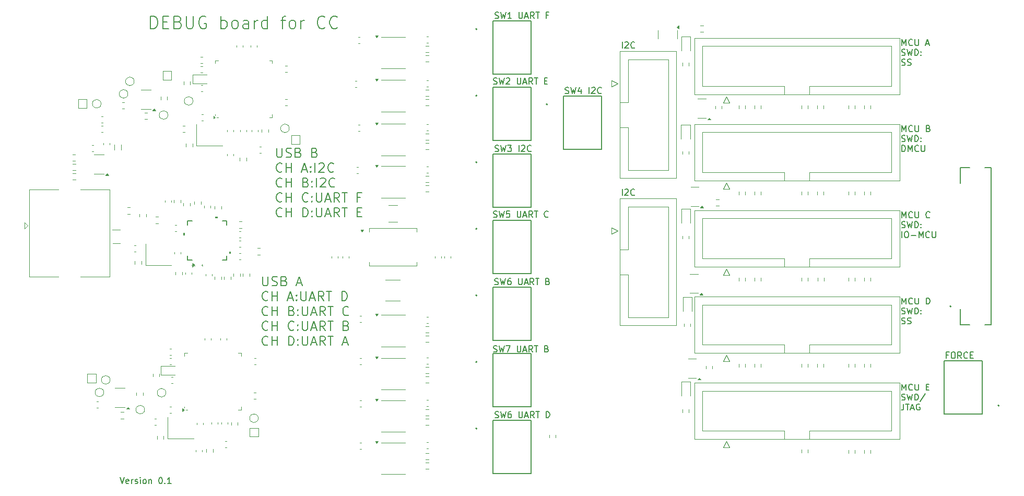
<source format=gbr>
%TF.GenerationSoftware,KiCad,Pcbnew,8.0.1*%
%TF.CreationDate,2024-09-10T07:56:54+02:00*%
%TF.ProjectId,CC_Debug,43435f44-6562-4756-972e-6b696361645f,rev?*%
%TF.SameCoordinates,Original*%
%TF.FileFunction,Legend,Top*%
%TF.FilePolarity,Positive*%
%FSLAX46Y46*%
G04 Gerber Fmt 4.6, Leading zero omitted, Abs format (unit mm)*
G04 Created by KiCad (PCBNEW 8.0.1) date 2024-09-10 07:56:54*
%MOMM*%
%LPD*%
G01*
G04 APERTURE LIST*
%ADD10C,0.200000*%
%ADD11C,0.125000*%
%ADD12C,0.150000*%
%ADD13C,0.120000*%
%ADD14C,0.127000*%
%ADD15C,0.100000*%
%ADD16C,0.152400*%
%ADD17C,0.000000*%
G04 APERTURE END LIST*
D10*
X101572816Y-138821219D02*
X101906149Y-139821219D01*
X101906149Y-139821219D02*
X102239482Y-138821219D01*
X102953768Y-139773600D02*
X102858530Y-139821219D01*
X102858530Y-139821219D02*
X102668054Y-139821219D01*
X102668054Y-139821219D02*
X102572816Y-139773600D01*
X102572816Y-139773600D02*
X102525197Y-139678361D01*
X102525197Y-139678361D02*
X102525197Y-139297409D01*
X102525197Y-139297409D02*
X102572816Y-139202171D01*
X102572816Y-139202171D02*
X102668054Y-139154552D01*
X102668054Y-139154552D02*
X102858530Y-139154552D01*
X102858530Y-139154552D02*
X102953768Y-139202171D01*
X102953768Y-139202171D02*
X103001387Y-139297409D01*
X103001387Y-139297409D02*
X103001387Y-139392647D01*
X103001387Y-139392647D02*
X102525197Y-139487885D01*
X103429959Y-139821219D02*
X103429959Y-139154552D01*
X103429959Y-139345028D02*
X103477578Y-139249790D01*
X103477578Y-139249790D02*
X103525197Y-139202171D01*
X103525197Y-139202171D02*
X103620435Y-139154552D01*
X103620435Y-139154552D02*
X103715673Y-139154552D01*
X104001388Y-139773600D02*
X104096626Y-139821219D01*
X104096626Y-139821219D02*
X104287102Y-139821219D01*
X104287102Y-139821219D02*
X104382340Y-139773600D01*
X104382340Y-139773600D02*
X104429959Y-139678361D01*
X104429959Y-139678361D02*
X104429959Y-139630742D01*
X104429959Y-139630742D02*
X104382340Y-139535504D01*
X104382340Y-139535504D02*
X104287102Y-139487885D01*
X104287102Y-139487885D02*
X104144245Y-139487885D01*
X104144245Y-139487885D02*
X104049007Y-139440266D01*
X104049007Y-139440266D02*
X104001388Y-139345028D01*
X104001388Y-139345028D02*
X104001388Y-139297409D01*
X104001388Y-139297409D02*
X104049007Y-139202171D01*
X104049007Y-139202171D02*
X104144245Y-139154552D01*
X104144245Y-139154552D02*
X104287102Y-139154552D01*
X104287102Y-139154552D02*
X104382340Y-139202171D01*
X104858531Y-139821219D02*
X104858531Y-139154552D01*
X104858531Y-138821219D02*
X104810912Y-138868838D01*
X104810912Y-138868838D02*
X104858531Y-138916457D01*
X104858531Y-138916457D02*
X104906150Y-138868838D01*
X104906150Y-138868838D02*
X104858531Y-138821219D01*
X104858531Y-138821219D02*
X104858531Y-138916457D01*
X105477578Y-139821219D02*
X105382340Y-139773600D01*
X105382340Y-139773600D02*
X105334721Y-139725980D01*
X105334721Y-139725980D02*
X105287102Y-139630742D01*
X105287102Y-139630742D02*
X105287102Y-139345028D01*
X105287102Y-139345028D02*
X105334721Y-139249790D01*
X105334721Y-139249790D02*
X105382340Y-139202171D01*
X105382340Y-139202171D02*
X105477578Y-139154552D01*
X105477578Y-139154552D02*
X105620435Y-139154552D01*
X105620435Y-139154552D02*
X105715673Y-139202171D01*
X105715673Y-139202171D02*
X105763292Y-139249790D01*
X105763292Y-139249790D02*
X105810911Y-139345028D01*
X105810911Y-139345028D02*
X105810911Y-139630742D01*
X105810911Y-139630742D02*
X105763292Y-139725980D01*
X105763292Y-139725980D02*
X105715673Y-139773600D01*
X105715673Y-139773600D02*
X105620435Y-139821219D01*
X105620435Y-139821219D02*
X105477578Y-139821219D01*
X106239483Y-139154552D02*
X106239483Y-139821219D01*
X106239483Y-139249790D02*
X106287102Y-139202171D01*
X106287102Y-139202171D02*
X106382340Y-139154552D01*
X106382340Y-139154552D02*
X106525197Y-139154552D01*
X106525197Y-139154552D02*
X106620435Y-139202171D01*
X106620435Y-139202171D02*
X106668054Y-139297409D01*
X106668054Y-139297409D02*
X106668054Y-139821219D01*
X108096626Y-138821219D02*
X108191864Y-138821219D01*
X108191864Y-138821219D02*
X108287102Y-138868838D01*
X108287102Y-138868838D02*
X108334721Y-138916457D01*
X108334721Y-138916457D02*
X108382340Y-139011695D01*
X108382340Y-139011695D02*
X108429959Y-139202171D01*
X108429959Y-139202171D02*
X108429959Y-139440266D01*
X108429959Y-139440266D02*
X108382340Y-139630742D01*
X108382340Y-139630742D02*
X108334721Y-139725980D01*
X108334721Y-139725980D02*
X108287102Y-139773600D01*
X108287102Y-139773600D02*
X108191864Y-139821219D01*
X108191864Y-139821219D02*
X108096626Y-139821219D01*
X108096626Y-139821219D02*
X108001388Y-139773600D01*
X108001388Y-139773600D02*
X107953769Y-139725980D01*
X107953769Y-139725980D02*
X107906150Y-139630742D01*
X107906150Y-139630742D02*
X107858531Y-139440266D01*
X107858531Y-139440266D02*
X107858531Y-139202171D01*
X107858531Y-139202171D02*
X107906150Y-139011695D01*
X107906150Y-139011695D02*
X107953769Y-138916457D01*
X107953769Y-138916457D02*
X108001388Y-138868838D01*
X108001388Y-138868838D02*
X108096626Y-138821219D01*
X108858531Y-139725980D02*
X108906150Y-139773600D01*
X108906150Y-139773600D02*
X108858531Y-139821219D01*
X108858531Y-139821219D02*
X108810912Y-139773600D01*
X108810912Y-139773600D02*
X108858531Y-139725980D01*
X108858531Y-139725980D02*
X108858531Y-139821219D01*
X109858530Y-139821219D02*
X109287102Y-139821219D01*
X109572816Y-139821219D02*
X109572816Y-138821219D01*
X109572816Y-138821219D02*
X109477578Y-138964076D01*
X109477578Y-138964076D02*
X109382340Y-139059314D01*
X109382340Y-139059314D02*
X109287102Y-139106933D01*
X126980720Y-85420364D02*
X126980720Y-86634650D01*
X126980720Y-86634650D02*
X127052149Y-86777507D01*
X127052149Y-86777507D02*
X127123578Y-86848936D01*
X127123578Y-86848936D02*
X127266435Y-86920364D01*
X127266435Y-86920364D02*
X127552149Y-86920364D01*
X127552149Y-86920364D02*
X127695006Y-86848936D01*
X127695006Y-86848936D02*
X127766435Y-86777507D01*
X127766435Y-86777507D02*
X127837863Y-86634650D01*
X127837863Y-86634650D02*
X127837863Y-85420364D01*
X128480721Y-86848936D02*
X128695007Y-86920364D01*
X128695007Y-86920364D02*
X129052149Y-86920364D01*
X129052149Y-86920364D02*
X129195007Y-86848936D01*
X129195007Y-86848936D02*
X129266435Y-86777507D01*
X129266435Y-86777507D02*
X129337864Y-86634650D01*
X129337864Y-86634650D02*
X129337864Y-86491793D01*
X129337864Y-86491793D02*
X129266435Y-86348936D01*
X129266435Y-86348936D02*
X129195007Y-86277507D01*
X129195007Y-86277507D02*
X129052149Y-86206078D01*
X129052149Y-86206078D02*
X128766435Y-86134650D01*
X128766435Y-86134650D02*
X128623578Y-86063221D01*
X128623578Y-86063221D02*
X128552149Y-85991793D01*
X128552149Y-85991793D02*
X128480721Y-85848936D01*
X128480721Y-85848936D02*
X128480721Y-85706078D01*
X128480721Y-85706078D02*
X128552149Y-85563221D01*
X128552149Y-85563221D02*
X128623578Y-85491793D01*
X128623578Y-85491793D02*
X128766435Y-85420364D01*
X128766435Y-85420364D02*
X129123578Y-85420364D01*
X129123578Y-85420364D02*
X129337864Y-85491793D01*
X130480720Y-86134650D02*
X130695006Y-86206078D01*
X130695006Y-86206078D02*
X130766435Y-86277507D01*
X130766435Y-86277507D02*
X130837863Y-86420364D01*
X130837863Y-86420364D02*
X130837863Y-86634650D01*
X130837863Y-86634650D02*
X130766435Y-86777507D01*
X130766435Y-86777507D02*
X130695006Y-86848936D01*
X130695006Y-86848936D02*
X130552149Y-86920364D01*
X130552149Y-86920364D02*
X129980720Y-86920364D01*
X129980720Y-86920364D02*
X129980720Y-85420364D01*
X129980720Y-85420364D02*
X130480720Y-85420364D01*
X130480720Y-85420364D02*
X130623578Y-85491793D01*
X130623578Y-85491793D02*
X130695006Y-85563221D01*
X130695006Y-85563221D02*
X130766435Y-85706078D01*
X130766435Y-85706078D02*
X130766435Y-85848936D01*
X130766435Y-85848936D02*
X130695006Y-85991793D01*
X130695006Y-85991793D02*
X130623578Y-86063221D01*
X130623578Y-86063221D02*
X130480720Y-86134650D01*
X130480720Y-86134650D02*
X129980720Y-86134650D01*
X133123577Y-86134650D02*
X133337863Y-86206078D01*
X133337863Y-86206078D02*
X133409292Y-86277507D01*
X133409292Y-86277507D02*
X133480720Y-86420364D01*
X133480720Y-86420364D02*
X133480720Y-86634650D01*
X133480720Y-86634650D02*
X133409292Y-86777507D01*
X133409292Y-86777507D02*
X133337863Y-86848936D01*
X133337863Y-86848936D02*
X133195006Y-86920364D01*
X133195006Y-86920364D02*
X132623577Y-86920364D01*
X132623577Y-86920364D02*
X132623577Y-85420364D01*
X132623577Y-85420364D02*
X133123577Y-85420364D01*
X133123577Y-85420364D02*
X133266435Y-85491793D01*
X133266435Y-85491793D02*
X133337863Y-85563221D01*
X133337863Y-85563221D02*
X133409292Y-85706078D01*
X133409292Y-85706078D02*
X133409292Y-85848936D01*
X133409292Y-85848936D02*
X133337863Y-85991793D01*
X133337863Y-85991793D02*
X133266435Y-86063221D01*
X133266435Y-86063221D02*
X133123577Y-86134650D01*
X133123577Y-86134650D02*
X132623577Y-86134650D01*
X127837863Y-89192423D02*
X127766435Y-89263852D01*
X127766435Y-89263852D02*
X127552149Y-89335280D01*
X127552149Y-89335280D02*
X127409292Y-89335280D01*
X127409292Y-89335280D02*
X127195006Y-89263852D01*
X127195006Y-89263852D02*
X127052149Y-89120994D01*
X127052149Y-89120994D02*
X126980720Y-88978137D01*
X126980720Y-88978137D02*
X126909292Y-88692423D01*
X126909292Y-88692423D02*
X126909292Y-88478137D01*
X126909292Y-88478137D02*
X126980720Y-88192423D01*
X126980720Y-88192423D02*
X127052149Y-88049566D01*
X127052149Y-88049566D02*
X127195006Y-87906709D01*
X127195006Y-87906709D02*
X127409292Y-87835280D01*
X127409292Y-87835280D02*
X127552149Y-87835280D01*
X127552149Y-87835280D02*
X127766435Y-87906709D01*
X127766435Y-87906709D02*
X127837863Y-87978137D01*
X128480720Y-89335280D02*
X128480720Y-87835280D01*
X128480720Y-88549566D02*
X129337863Y-88549566D01*
X129337863Y-89335280D02*
X129337863Y-87835280D01*
X131123578Y-88906709D02*
X131837864Y-88906709D01*
X130980721Y-89335280D02*
X131480721Y-87835280D01*
X131480721Y-87835280D02*
X131980721Y-89335280D01*
X132480720Y-89192423D02*
X132552149Y-89263852D01*
X132552149Y-89263852D02*
X132480720Y-89335280D01*
X132480720Y-89335280D02*
X132409292Y-89263852D01*
X132409292Y-89263852D02*
X132480720Y-89192423D01*
X132480720Y-89192423D02*
X132480720Y-89335280D01*
X132480720Y-88406709D02*
X132552149Y-88478137D01*
X132552149Y-88478137D02*
X132480720Y-88549566D01*
X132480720Y-88549566D02*
X132409292Y-88478137D01*
X132409292Y-88478137D02*
X132480720Y-88406709D01*
X132480720Y-88406709D02*
X132480720Y-88549566D01*
X133195006Y-89335280D02*
X133195006Y-87835280D01*
X133837864Y-87978137D02*
X133909292Y-87906709D01*
X133909292Y-87906709D02*
X134052150Y-87835280D01*
X134052150Y-87835280D02*
X134409292Y-87835280D01*
X134409292Y-87835280D02*
X134552150Y-87906709D01*
X134552150Y-87906709D02*
X134623578Y-87978137D01*
X134623578Y-87978137D02*
X134695007Y-88120994D01*
X134695007Y-88120994D02*
X134695007Y-88263852D01*
X134695007Y-88263852D02*
X134623578Y-88478137D01*
X134623578Y-88478137D02*
X133766435Y-89335280D01*
X133766435Y-89335280D02*
X134695007Y-89335280D01*
X136195006Y-89192423D02*
X136123578Y-89263852D01*
X136123578Y-89263852D02*
X135909292Y-89335280D01*
X135909292Y-89335280D02*
X135766435Y-89335280D01*
X135766435Y-89335280D02*
X135552149Y-89263852D01*
X135552149Y-89263852D02*
X135409292Y-89120994D01*
X135409292Y-89120994D02*
X135337863Y-88978137D01*
X135337863Y-88978137D02*
X135266435Y-88692423D01*
X135266435Y-88692423D02*
X135266435Y-88478137D01*
X135266435Y-88478137D02*
X135337863Y-88192423D01*
X135337863Y-88192423D02*
X135409292Y-88049566D01*
X135409292Y-88049566D02*
X135552149Y-87906709D01*
X135552149Y-87906709D02*
X135766435Y-87835280D01*
X135766435Y-87835280D02*
X135909292Y-87835280D01*
X135909292Y-87835280D02*
X136123578Y-87906709D01*
X136123578Y-87906709D02*
X136195006Y-87978137D01*
X127837863Y-91607339D02*
X127766435Y-91678768D01*
X127766435Y-91678768D02*
X127552149Y-91750196D01*
X127552149Y-91750196D02*
X127409292Y-91750196D01*
X127409292Y-91750196D02*
X127195006Y-91678768D01*
X127195006Y-91678768D02*
X127052149Y-91535910D01*
X127052149Y-91535910D02*
X126980720Y-91393053D01*
X126980720Y-91393053D02*
X126909292Y-91107339D01*
X126909292Y-91107339D02*
X126909292Y-90893053D01*
X126909292Y-90893053D02*
X126980720Y-90607339D01*
X126980720Y-90607339D02*
X127052149Y-90464482D01*
X127052149Y-90464482D02*
X127195006Y-90321625D01*
X127195006Y-90321625D02*
X127409292Y-90250196D01*
X127409292Y-90250196D02*
X127552149Y-90250196D01*
X127552149Y-90250196D02*
X127766435Y-90321625D01*
X127766435Y-90321625D02*
X127837863Y-90393053D01*
X128480720Y-91750196D02*
X128480720Y-90250196D01*
X128480720Y-90964482D02*
X129337863Y-90964482D01*
X129337863Y-91750196D02*
X129337863Y-90250196D01*
X131695006Y-90964482D02*
X131909292Y-91035910D01*
X131909292Y-91035910D02*
X131980721Y-91107339D01*
X131980721Y-91107339D02*
X132052149Y-91250196D01*
X132052149Y-91250196D02*
X132052149Y-91464482D01*
X132052149Y-91464482D02*
X131980721Y-91607339D01*
X131980721Y-91607339D02*
X131909292Y-91678768D01*
X131909292Y-91678768D02*
X131766435Y-91750196D01*
X131766435Y-91750196D02*
X131195006Y-91750196D01*
X131195006Y-91750196D02*
X131195006Y-90250196D01*
X131195006Y-90250196D02*
X131695006Y-90250196D01*
X131695006Y-90250196D02*
X131837864Y-90321625D01*
X131837864Y-90321625D02*
X131909292Y-90393053D01*
X131909292Y-90393053D02*
X131980721Y-90535910D01*
X131980721Y-90535910D02*
X131980721Y-90678768D01*
X131980721Y-90678768D02*
X131909292Y-90821625D01*
X131909292Y-90821625D02*
X131837864Y-90893053D01*
X131837864Y-90893053D02*
X131695006Y-90964482D01*
X131695006Y-90964482D02*
X131195006Y-90964482D01*
X132695006Y-91607339D02*
X132766435Y-91678768D01*
X132766435Y-91678768D02*
X132695006Y-91750196D01*
X132695006Y-91750196D02*
X132623578Y-91678768D01*
X132623578Y-91678768D02*
X132695006Y-91607339D01*
X132695006Y-91607339D02*
X132695006Y-91750196D01*
X132695006Y-90821625D02*
X132766435Y-90893053D01*
X132766435Y-90893053D02*
X132695006Y-90964482D01*
X132695006Y-90964482D02*
X132623578Y-90893053D01*
X132623578Y-90893053D02*
X132695006Y-90821625D01*
X132695006Y-90821625D02*
X132695006Y-90964482D01*
X133409292Y-91750196D02*
X133409292Y-90250196D01*
X134052150Y-90393053D02*
X134123578Y-90321625D01*
X134123578Y-90321625D02*
X134266436Y-90250196D01*
X134266436Y-90250196D02*
X134623578Y-90250196D01*
X134623578Y-90250196D02*
X134766436Y-90321625D01*
X134766436Y-90321625D02*
X134837864Y-90393053D01*
X134837864Y-90393053D02*
X134909293Y-90535910D01*
X134909293Y-90535910D02*
X134909293Y-90678768D01*
X134909293Y-90678768D02*
X134837864Y-90893053D01*
X134837864Y-90893053D02*
X133980721Y-91750196D01*
X133980721Y-91750196D02*
X134909293Y-91750196D01*
X136409292Y-91607339D02*
X136337864Y-91678768D01*
X136337864Y-91678768D02*
X136123578Y-91750196D01*
X136123578Y-91750196D02*
X135980721Y-91750196D01*
X135980721Y-91750196D02*
X135766435Y-91678768D01*
X135766435Y-91678768D02*
X135623578Y-91535910D01*
X135623578Y-91535910D02*
X135552149Y-91393053D01*
X135552149Y-91393053D02*
X135480721Y-91107339D01*
X135480721Y-91107339D02*
X135480721Y-90893053D01*
X135480721Y-90893053D02*
X135552149Y-90607339D01*
X135552149Y-90607339D02*
X135623578Y-90464482D01*
X135623578Y-90464482D02*
X135766435Y-90321625D01*
X135766435Y-90321625D02*
X135980721Y-90250196D01*
X135980721Y-90250196D02*
X136123578Y-90250196D01*
X136123578Y-90250196D02*
X136337864Y-90321625D01*
X136337864Y-90321625D02*
X136409292Y-90393053D01*
X127837863Y-94022255D02*
X127766435Y-94093684D01*
X127766435Y-94093684D02*
X127552149Y-94165112D01*
X127552149Y-94165112D02*
X127409292Y-94165112D01*
X127409292Y-94165112D02*
X127195006Y-94093684D01*
X127195006Y-94093684D02*
X127052149Y-93950826D01*
X127052149Y-93950826D02*
X126980720Y-93807969D01*
X126980720Y-93807969D02*
X126909292Y-93522255D01*
X126909292Y-93522255D02*
X126909292Y-93307969D01*
X126909292Y-93307969D02*
X126980720Y-93022255D01*
X126980720Y-93022255D02*
X127052149Y-92879398D01*
X127052149Y-92879398D02*
X127195006Y-92736541D01*
X127195006Y-92736541D02*
X127409292Y-92665112D01*
X127409292Y-92665112D02*
X127552149Y-92665112D01*
X127552149Y-92665112D02*
X127766435Y-92736541D01*
X127766435Y-92736541D02*
X127837863Y-92807969D01*
X128480720Y-94165112D02*
X128480720Y-92665112D01*
X128480720Y-93379398D02*
X129337863Y-93379398D01*
X129337863Y-94165112D02*
X129337863Y-92665112D01*
X132052149Y-94022255D02*
X131980721Y-94093684D01*
X131980721Y-94093684D02*
X131766435Y-94165112D01*
X131766435Y-94165112D02*
X131623578Y-94165112D01*
X131623578Y-94165112D02*
X131409292Y-94093684D01*
X131409292Y-94093684D02*
X131266435Y-93950826D01*
X131266435Y-93950826D02*
X131195006Y-93807969D01*
X131195006Y-93807969D02*
X131123578Y-93522255D01*
X131123578Y-93522255D02*
X131123578Y-93307969D01*
X131123578Y-93307969D02*
X131195006Y-93022255D01*
X131195006Y-93022255D02*
X131266435Y-92879398D01*
X131266435Y-92879398D02*
X131409292Y-92736541D01*
X131409292Y-92736541D02*
X131623578Y-92665112D01*
X131623578Y-92665112D02*
X131766435Y-92665112D01*
X131766435Y-92665112D02*
X131980721Y-92736541D01*
X131980721Y-92736541D02*
X132052149Y-92807969D01*
X132695006Y-94022255D02*
X132766435Y-94093684D01*
X132766435Y-94093684D02*
X132695006Y-94165112D01*
X132695006Y-94165112D02*
X132623578Y-94093684D01*
X132623578Y-94093684D02*
X132695006Y-94022255D01*
X132695006Y-94022255D02*
X132695006Y-94165112D01*
X132695006Y-93236541D02*
X132766435Y-93307969D01*
X132766435Y-93307969D02*
X132695006Y-93379398D01*
X132695006Y-93379398D02*
X132623578Y-93307969D01*
X132623578Y-93307969D02*
X132695006Y-93236541D01*
X132695006Y-93236541D02*
X132695006Y-93379398D01*
X133409292Y-92665112D02*
X133409292Y-93879398D01*
X133409292Y-93879398D02*
X133480721Y-94022255D01*
X133480721Y-94022255D02*
X133552150Y-94093684D01*
X133552150Y-94093684D02*
X133695007Y-94165112D01*
X133695007Y-94165112D02*
X133980721Y-94165112D01*
X133980721Y-94165112D02*
X134123578Y-94093684D01*
X134123578Y-94093684D02*
X134195007Y-94022255D01*
X134195007Y-94022255D02*
X134266435Y-93879398D01*
X134266435Y-93879398D02*
X134266435Y-92665112D01*
X134909293Y-93736541D02*
X135623579Y-93736541D01*
X134766436Y-94165112D02*
X135266436Y-92665112D01*
X135266436Y-92665112D02*
X135766436Y-94165112D01*
X137123578Y-94165112D02*
X136623578Y-93450826D01*
X136266435Y-94165112D02*
X136266435Y-92665112D01*
X136266435Y-92665112D02*
X136837864Y-92665112D01*
X136837864Y-92665112D02*
X136980721Y-92736541D01*
X136980721Y-92736541D02*
X137052150Y-92807969D01*
X137052150Y-92807969D02*
X137123578Y-92950826D01*
X137123578Y-92950826D02*
X137123578Y-93165112D01*
X137123578Y-93165112D02*
X137052150Y-93307969D01*
X137052150Y-93307969D02*
X136980721Y-93379398D01*
X136980721Y-93379398D02*
X136837864Y-93450826D01*
X136837864Y-93450826D02*
X136266435Y-93450826D01*
X137552150Y-92665112D02*
X138409293Y-92665112D01*
X137980721Y-94165112D02*
X137980721Y-92665112D01*
X140552149Y-93379398D02*
X140052149Y-93379398D01*
X140052149Y-94165112D02*
X140052149Y-92665112D01*
X140052149Y-92665112D02*
X140766435Y-92665112D01*
X127837863Y-96437171D02*
X127766435Y-96508600D01*
X127766435Y-96508600D02*
X127552149Y-96580028D01*
X127552149Y-96580028D02*
X127409292Y-96580028D01*
X127409292Y-96580028D02*
X127195006Y-96508600D01*
X127195006Y-96508600D02*
X127052149Y-96365742D01*
X127052149Y-96365742D02*
X126980720Y-96222885D01*
X126980720Y-96222885D02*
X126909292Y-95937171D01*
X126909292Y-95937171D02*
X126909292Y-95722885D01*
X126909292Y-95722885D02*
X126980720Y-95437171D01*
X126980720Y-95437171D02*
X127052149Y-95294314D01*
X127052149Y-95294314D02*
X127195006Y-95151457D01*
X127195006Y-95151457D02*
X127409292Y-95080028D01*
X127409292Y-95080028D02*
X127552149Y-95080028D01*
X127552149Y-95080028D02*
X127766435Y-95151457D01*
X127766435Y-95151457D02*
X127837863Y-95222885D01*
X128480720Y-96580028D02*
X128480720Y-95080028D01*
X128480720Y-95794314D02*
X129337863Y-95794314D01*
X129337863Y-96580028D02*
X129337863Y-95080028D01*
X131195006Y-96580028D02*
X131195006Y-95080028D01*
X131195006Y-95080028D02*
X131552149Y-95080028D01*
X131552149Y-95080028D02*
X131766435Y-95151457D01*
X131766435Y-95151457D02*
X131909292Y-95294314D01*
X131909292Y-95294314D02*
X131980721Y-95437171D01*
X131980721Y-95437171D02*
X132052149Y-95722885D01*
X132052149Y-95722885D02*
X132052149Y-95937171D01*
X132052149Y-95937171D02*
X131980721Y-96222885D01*
X131980721Y-96222885D02*
X131909292Y-96365742D01*
X131909292Y-96365742D02*
X131766435Y-96508600D01*
X131766435Y-96508600D02*
X131552149Y-96580028D01*
X131552149Y-96580028D02*
X131195006Y-96580028D01*
X132695006Y-96437171D02*
X132766435Y-96508600D01*
X132766435Y-96508600D02*
X132695006Y-96580028D01*
X132695006Y-96580028D02*
X132623578Y-96508600D01*
X132623578Y-96508600D02*
X132695006Y-96437171D01*
X132695006Y-96437171D02*
X132695006Y-96580028D01*
X132695006Y-95651457D02*
X132766435Y-95722885D01*
X132766435Y-95722885D02*
X132695006Y-95794314D01*
X132695006Y-95794314D02*
X132623578Y-95722885D01*
X132623578Y-95722885D02*
X132695006Y-95651457D01*
X132695006Y-95651457D02*
X132695006Y-95794314D01*
X133409292Y-95080028D02*
X133409292Y-96294314D01*
X133409292Y-96294314D02*
X133480721Y-96437171D01*
X133480721Y-96437171D02*
X133552150Y-96508600D01*
X133552150Y-96508600D02*
X133695007Y-96580028D01*
X133695007Y-96580028D02*
X133980721Y-96580028D01*
X133980721Y-96580028D02*
X134123578Y-96508600D01*
X134123578Y-96508600D02*
X134195007Y-96437171D01*
X134195007Y-96437171D02*
X134266435Y-96294314D01*
X134266435Y-96294314D02*
X134266435Y-95080028D01*
X134909293Y-96151457D02*
X135623579Y-96151457D01*
X134766436Y-96580028D02*
X135266436Y-95080028D01*
X135266436Y-95080028D02*
X135766436Y-96580028D01*
X137123578Y-96580028D02*
X136623578Y-95865742D01*
X136266435Y-96580028D02*
X136266435Y-95080028D01*
X136266435Y-95080028D02*
X136837864Y-95080028D01*
X136837864Y-95080028D02*
X136980721Y-95151457D01*
X136980721Y-95151457D02*
X137052150Y-95222885D01*
X137052150Y-95222885D02*
X137123578Y-95365742D01*
X137123578Y-95365742D02*
X137123578Y-95580028D01*
X137123578Y-95580028D02*
X137052150Y-95722885D01*
X137052150Y-95722885D02*
X136980721Y-95794314D01*
X136980721Y-95794314D02*
X136837864Y-95865742D01*
X136837864Y-95865742D02*
X136266435Y-95865742D01*
X137552150Y-95080028D02*
X138409293Y-95080028D01*
X137980721Y-96580028D02*
X137980721Y-95080028D01*
X140052149Y-95794314D02*
X140552149Y-95794314D01*
X140766435Y-96580028D02*
X140052149Y-96580028D01*
X140052149Y-96580028D02*
X140052149Y-95080028D01*
X140052149Y-95080028D02*
X140766435Y-95080028D01*
X106525768Y-66038838D02*
X106525768Y-64038838D01*
X106525768Y-64038838D02*
X107001958Y-64038838D01*
X107001958Y-64038838D02*
X107287673Y-64134076D01*
X107287673Y-64134076D02*
X107478149Y-64324552D01*
X107478149Y-64324552D02*
X107573387Y-64515028D01*
X107573387Y-64515028D02*
X107668625Y-64895980D01*
X107668625Y-64895980D02*
X107668625Y-65181695D01*
X107668625Y-65181695D02*
X107573387Y-65562647D01*
X107573387Y-65562647D02*
X107478149Y-65753123D01*
X107478149Y-65753123D02*
X107287673Y-65943600D01*
X107287673Y-65943600D02*
X107001958Y-66038838D01*
X107001958Y-66038838D02*
X106525768Y-66038838D01*
X108525768Y-64991219D02*
X109192435Y-64991219D01*
X109478149Y-66038838D02*
X108525768Y-66038838D01*
X108525768Y-66038838D02*
X108525768Y-64038838D01*
X108525768Y-64038838D02*
X109478149Y-64038838D01*
X111001959Y-64991219D02*
X111287673Y-65086457D01*
X111287673Y-65086457D02*
X111382911Y-65181695D01*
X111382911Y-65181695D02*
X111478149Y-65372171D01*
X111478149Y-65372171D02*
X111478149Y-65657885D01*
X111478149Y-65657885D02*
X111382911Y-65848361D01*
X111382911Y-65848361D02*
X111287673Y-65943600D01*
X111287673Y-65943600D02*
X111097197Y-66038838D01*
X111097197Y-66038838D02*
X110335292Y-66038838D01*
X110335292Y-66038838D02*
X110335292Y-64038838D01*
X110335292Y-64038838D02*
X111001959Y-64038838D01*
X111001959Y-64038838D02*
X111192435Y-64134076D01*
X111192435Y-64134076D02*
X111287673Y-64229314D01*
X111287673Y-64229314D02*
X111382911Y-64419790D01*
X111382911Y-64419790D02*
X111382911Y-64610266D01*
X111382911Y-64610266D02*
X111287673Y-64800742D01*
X111287673Y-64800742D02*
X111192435Y-64895980D01*
X111192435Y-64895980D02*
X111001959Y-64991219D01*
X111001959Y-64991219D02*
X110335292Y-64991219D01*
X112335292Y-64038838D02*
X112335292Y-65657885D01*
X112335292Y-65657885D02*
X112430530Y-65848361D01*
X112430530Y-65848361D02*
X112525768Y-65943600D01*
X112525768Y-65943600D02*
X112716244Y-66038838D01*
X112716244Y-66038838D02*
X113097197Y-66038838D01*
X113097197Y-66038838D02*
X113287673Y-65943600D01*
X113287673Y-65943600D02*
X113382911Y-65848361D01*
X113382911Y-65848361D02*
X113478149Y-65657885D01*
X113478149Y-65657885D02*
X113478149Y-64038838D01*
X115478149Y-64134076D02*
X115287673Y-64038838D01*
X115287673Y-64038838D02*
X115001959Y-64038838D01*
X115001959Y-64038838D02*
X114716244Y-64134076D01*
X114716244Y-64134076D02*
X114525768Y-64324552D01*
X114525768Y-64324552D02*
X114430530Y-64515028D01*
X114430530Y-64515028D02*
X114335292Y-64895980D01*
X114335292Y-64895980D02*
X114335292Y-65181695D01*
X114335292Y-65181695D02*
X114430530Y-65562647D01*
X114430530Y-65562647D02*
X114525768Y-65753123D01*
X114525768Y-65753123D02*
X114716244Y-65943600D01*
X114716244Y-65943600D02*
X115001959Y-66038838D01*
X115001959Y-66038838D02*
X115192435Y-66038838D01*
X115192435Y-66038838D02*
X115478149Y-65943600D01*
X115478149Y-65943600D02*
X115573387Y-65848361D01*
X115573387Y-65848361D02*
X115573387Y-65181695D01*
X115573387Y-65181695D02*
X115192435Y-65181695D01*
X117954340Y-66038838D02*
X117954340Y-64038838D01*
X117954340Y-64800742D02*
X118144816Y-64705504D01*
X118144816Y-64705504D02*
X118525769Y-64705504D01*
X118525769Y-64705504D02*
X118716245Y-64800742D01*
X118716245Y-64800742D02*
X118811483Y-64895980D01*
X118811483Y-64895980D02*
X118906721Y-65086457D01*
X118906721Y-65086457D02*
X118906721Y-65657885D01*
X118906721Y-65657885D02*
X118811483Y-65848361D01*
X118811483Y-65848361D02*
X118716245Y-65943600D01*
X118716245Y-65943600D02*
X118525769Y-66038838D01*
X118525769Y-66038838D02*
X118144816Y-66038838D01*
X118144816Y-66038838D02*
X117954340Y-65943600D01*
X120049578Y-66038838D02*
X119859102Y-65943600D01*
X119859102Y-65943600D02*
X119763864Y-65848361D01*
X119763864Y-65848361D02*
X119668626Y-65657885D01*
X119668626Y-65657885D02*
X119668626Y-65086457D01*
X119668626Y-65086457D02*
X119763864Y-64895980D01*
X119763864Y-64895980D02*
X119859102Y-64800742D01*
X119859102Y-64800742D02*
X120049578Y-64705504D01*
X120049578Y-64705504D02*
X120335293Y-64705504D01*
X120335293Y-64705504D02*
X120525769Y-64800742D01*
X120525769Y-64800742D02*
X120621007Y-64895980D01*
X120621007Y-64895980D02*
X120716245Y-65086457D01*
X120716245Y-65086457D02*
X120716245Y-65657885D01*
X120716245Y-65657885D02*
X120621007Y-65848361D01*
X120621007Y-65848361D02*
X120525769Y-65943600D01*
X120525769Y-65943600D02*
X120335293Y-66038838D01*
X120335293Y-66038838D02*
X120049578Y-66038838D01*
X122430531Y-66038838D02*
X122430531Y-64991219D01*
X122430531Y-64991219D02*
X122335293Y-64800742D01*
X122335293Y-64800742D02*
X122144817Y-64705504D01*
X122144817Y-64705504D02*
X121763864Y-64705504D01*
X121763864Y-64705504D02*
X121573388Y-64800742D01*
X122430531Y-65943600D02*
X122240055Y-66038838D01*
X122240055Y-66038838D02*
X121763864Y-66038838D01*
X121763864Y-66038838D02*
X121573388Y-65943600D01*
X121573388Y-65943600D02*
X121478150Y-65753123D01*
X121478150Y-65753123D02*
X121478150Y-65562647D01*
X121478150Y-65562647D02*
X121573388Y-65372171D01*
X121573388Y-65372171D02*
X121763864Y-65276933D01*
X121763864Y-65276933D02*
X122240055Y-65276933D01*
X122240055Y-65276933D02*
X122430531Y-65181695D01*
X123382912Y-66038838D02*
X123382912Y-64705504D01*
X123382912Y-65086457D02*
X123478150Y-64895980D01*
X123478150Y-64895980D02*
X123573388Y-64800742D01*
X123573388Y-64800742D02*
X123763864Y-64705504D01*
X123763864Y-64705504D02*
X123954341Y-64705504D01*
X125478150Y-66038838D02*
X125478150Y-64038838D01*
X125478150Y-65943600D02*
X125287674Y-66038838D01*
X125287674Y-66038838D02*
X124906721Y-66038838D01*
X124906721Y-66038838D02*
X124716245Y-65943600D01*
X124716245Y-65943600D02*
X124621007Y-65848361D01*
X124621007Y-65848361D02*
X124525769Y-65657885D01*
X124525769Y-65657885D02*
X124525769Y-65086457D01*
X124525769Y-65086457D02*
X124621007Y-64895980D01*
X124621007Y-64895980D02*
X124716245Y-64800742D01*
X124716245Y-64800742D02*
X124906721Y-64705504D01*
X124906721Y-64705504D02*
X125287674Y-64705504D01*
X125287674Y-64705504D02*
X125478150Y-64800742D01*
X127668627Y-64705504D02*
X128430531Y-64705504D01*
X127954341Y-66038838D02*
X127954341Y-64324552D01*
X127954341Y-64324552D02*
X128049579Y-64134076D01*
X128049579Y-64134076D02*
X128240055Y-64038838D01*
X128240055Y-64038838D02*
X128430531Y-64038838D01*
X129382912Y-66038838D02*
X129192436Y-65943600D01*
X129192436Y-65943600D02*
X129097198Y-65848361D01*
X129097198Y-65848361D02*
X129001960Y-65657885D01*
X129001960Y-65657885D02*
X129001960Y-65086457D01*
X129001960Y-65086457D02*
X129097198Y-64895980D01*
X129097198Y-64895980D02*
X129192436Y-64800742D01*
X129192436Y-64800742D02*
X129382912Y-64705504D01*
X129382912Y-64705504D02*
X129668627Y-64705504D01*
X129668627Y-64705504D02*
X129859103Y-64800742D01*
X129859103Y-64800742D02*
X129954341Y-64895980D01*
X129954341Y-64895980D02*
X130049579Y-65086457D01*
X130049579Y-65086457D02*
X130049579Y-65657885D01*
X130049579Y-65657885D02*
X129954341Y-65848361D01*
X129954341Y-65848361D02*
X129859103Y-65943600D01*
X129859103Y-65943600D02*
X129668627Y-66038838D01*
X129668627Y-66038838D02*
X129382912Y-66038838D01*
X130906722Y-66038838D02*
X130906722Y-64705504D01*
X130906722Y-65086457D02*
X131001960Y-64895980D01*
X131001960Y-64895980D02*
X131097198Y-64800742D01*
X131097198Y-64800742D02*
X131287674Y-64705504D01*
X131287674Y-64705504D02*
X131478151Y-64705504D01*
X134811484Y-65848361D02*
X134716246Y-65943600D01*
X134716246Y-65943600D02*
X134430532Y-66038838D01*
X134430532Y-66038838D02*
X134240056Y-66038838D01*
X134240056Y-66038838D02*
X133954341Y-65943600D01*
X133954341Y-65943600D02*
X133763865Y-65753123D01*
X133763865Y-65753123D02*
X133668627Y-65562647D01*
X133668627Y-65562647D02*
X133573389Y-65181695D01*
X133573389Y-65181695D02*
X133573389Y-64895980D01*
X133573389Y-64895980D02*
X133668627Y-64515028D01*
X133668627Y-64515028D02*
X133763865Y-64324552D01*
X133763865Y-64324552D02*
X133954341Y-64134076D01*
X133954341Y-64134076D02*
X134240056Y-64038838D01*
X134240056Y-64038838D02*
X134430532Y-64038838D01*
X134430532Y-64038838D02*
X134716246Y-64134076D01*
X134716246Y-64134076D02*
X134811484Y-64229314D01*
X136811484Y-65848361D02*
X136716246Y-65943600D01*
X136716246Y-65943600D02*
X136430532Y-66038838D01*
X136430532Y-66038838D02*
X136240056Y-66038838D01*
X136240056Y-66038838D02*
X135954341Y-65943600D01*
X135954341Y-65943600D02*
X135763865Y-65753123D01*
X135763865Y-65753123D02*
X135668627Y-65562647D01*
X135668627Y-65562647D02*
X135573389Y-65181695D01*
X135573389Y-65181695D02*
X135573389Y-64895980D01*
X135573389Y-64895980D02*
X135668627Y-64515028D01*
X135668627Y-64515028D02*
X135763865Y-64324552D01*
X135763865Y-64324552D02*
X135954341Y-64134076D01*
X135954341Y-64134076D02*
X136240056Y-64038838D01*
X136240056Y-64038838D02*
X136430532Y-64038838D01*
X136430532Y-64038838D02*
X136716246Y-64134076D01*
X136716246Y-64134076D02*
X136811484Y-64229314D01*
X228337673Y-124682331D02*
X228337673Y-123682331D01*
X228337673Y-123682331D02*
X228671006Y-124396616D01*
X228671006Y-124396616D02*
X229004339Y-123682331D01*
X229004339Y-123682331D02*
X229004339Y-124682331D01*
X230051958Y-124587092D02*
X230004339Y-124634712D01*
X230004339Y-124634712D02*
X229861482Y-124682331D01*
X229861482Y-124682331D02*
X229766244Y-124682331D01*
X229766244Y-124682331D02*
X229623387Y-124634712D01*
X229623387Y-124634712D02*
X229528149Y-124539473D01*
X229528149Y-124539473D02*
X229480530Y-124444235D01*
X229480530Y-124444235D02*
X229432911Y-124253759D01*
X229432911Y-124253759D02*
X229432911Y-124110902D01*
X229432911Y-124110902D02*
X229480530Y-123920426D01*
X229480530Y-123920426D02*
X229528149Y-123825188D01*
X229528149Y-123825188D02*
X229623387Y-123729950D01*
X229623387Y-123729950D02*
X229766244Y-123682331D01*
X229766244Y-123682331D02*
X229861482Y-123682331D01*
X229861482Y-123682331D02*
X230004339Y-123729950D01*
X230004339Y-123729950D02*
X230051958Y-123777569D01*
X230480530Y-123682331D02*
X230480530Y-124491854D01*
X230480530Y-124491854D02*
X230528149Y-124587092D01*
X230528149Y-124587092D02*
X230575768Y-124634712D01*
X230575768Y-124634712D02*
X230671006Y-124682331D01*
X230671006Y-124682331D02*
X230861482Y-124682331D01*
X230861482Y-124682331D02*
X230956720Y-124634712D01*
X230956720Y-124634712D02*
X231004339Y-124587092D01*
X231004339Y-124587092D02*
X231051958Y-124491854D01*
X231051958Y-124491854D02*
X231051958Y-123682331D01*
X232290054Y-124158521D02*
X232623387Y-124158521D01*
X232766244Y-124682331D02*
X232290054Y-124682331D01*
X232290054Y-124682331D02*
X232290054Y-123682331D01*
X232290054Y-123682331D02*
X232766244Y-123682331D01*
X228290054Y-126244656D02*
X228432911Y-126292275D01*
X228432911Y-126292275D02*
X228671006Y-126292275D01*
X228671006Y-126292275D02*
X228766244Y-126244656D01*
X228766244Y-126244656D02*
X228813863Y-126197036D01*
X228813863Y-126197036D02*
X228861482Y-126101798D01*
X228861482Y-126101798D02*
X228861482Y-126006560D01*
X228861482Y-126006560D02*
X228813863Y-125911322D01*
X228813863Y-125911322D02*
X228766244Y-125863703D01*
X228766244Y-125863703D02*
X228671006Y-125816084D01*
X228671006Y-125816084D02*
X228480530Y-125768465D01*
X228480530Y-125768465D02*
X228385292Y-125720846D01*
X228385292Y-125720846D02*
X228337673Y-125673227D01*
X228337673Y-125673227D02*
X228290054Y-125577989D01*
X228290054Y-125577989D02*
X228290054Y-125482751D01*
X228290054Y-125482751D02*
X228337673Y-125387513D01*
X228337673Y-125387513D02*
X228385292Y-125339894D01*
X228385292Y-125339894D02*
X228480530Y-125292275D01*
X228480530Y-125292275D02*
X228718625Y-125292275D01*
X228718625Y-125292275D02*
X228861482Y-125339894D01*
X229194816Y-125292275D02*
X229432911Y-126292275D01*
X229432911Y-126292275D02*
X229623387Y-125577989D01*
X229623387Y-125577989D02*
X229813863Y-126292275D01*
X229813863Y-126292275D02*
X230051959Y-125292275D01*
X230432911Y-126292275D02*
X230432911Y-125292275D01*
X230432911Y-125292275D02*
X230671006Y-125292275D01*
X230671006Y-125292275D02*
X230813863Y-125339894D01*
X230813863Y-125339894D02*
X230909101Y-125435132D01*
X230909101Y-125435132D02*
X230956720Y-125530370D01*
X230956720Y-125530370D02*
X231004339Y-125720846D01*
X231004339Y-125720846D02*
X231004339Y-125863703D01*
X231004339Y-125863703D02*
X230956720Y-126054179D01*
X230956720Y-126054179D02*
X230909101Y-126149417D01*
X230909101Y-126149417D02*
X230813863Y-126244656D01*
X230813863Y-126244656D02*
X230671006Y-126292275D01*
X230671006Y-126292275D02*
X230432911Y-126292275D01*
X232147196Y-125244656D02*
X231290054Y-126530370D01*
X228623387Y-126902219D02*
X228623387Y-127616504D01*
X228623387Y-127616504D02*
X228575768Y-127759361D01*
X228575768Y-127759361D02*
X228480530Y-127854600D01*
X228480530Y-127854600D02*
X228337673Y-127902219D01*
X228337673Y-127902219D02*
X228242435Y-127902219D01*
X228956721Y-126902219D02*
X229528149Y-126902219D01*
X229242435Y-127902219D02*
X229242435Y-126902219D01*
X229813864Y-127616504D02*
X230290054Y-127616504D01*
X229718626Y-127902219D02*
X230051959Y-126902219D01*
X230051959Y-126902219D02*
X230385292Y-127902219D01*
X231242435Y-126949838D02*
X231147197Y-126902219D01*
X231147197Y-126902219D02*
X231004340Y-126902219D01*
X231004340Y-126902219D02*
X230861483Y-126949838D01*
X230861483Y-126949838D02*
X230766245Y-127045076D01*
X230766245Y-127045076D02*
X230718626Y-127140314D01*
X230718626Y-127140314D02*
X230671007Y-127330790D01*
X230671007Y-127330790D02*
X230671007Y-127473647D01*
X230671007Y-127473647D02*
X230718626Y-127664123D01*
X230718626Y-127664123D02*
X230766245Y-127759361D01*
X230766245Y-127759361D02*
X230861483Y-127854600D01*
X230861483Y-127854600D02*
X231004340Y-127902219D01*
X231004340Y-127902219D02*
X231099578Y-127902219D01*
X231099578Y-127902219D02*
X231242435Y-127854600D01*
X231242435Y-127854600D02*
X231290054Y-127806980D01*
X231290054Y-127806980D02*
X231290054Y-127473647D01*
X231290054Y-127473647D02*
X231099578Y-127473647D01*
X173752054Y-76527600D02*
X173894911Y-76575219D01*
X173894911Y-76575219D02*
X174133006Y-76575219D01*
X174133006Y-76575219D02*
X174228244Y-76527600D01*
X174228244Y-76527600D02*
X174275863Y-76479980D01*
X174275863Y-76479980D02*
X174323482Y-76384742D01*
X174323482Y-76384742D02*
X174323482Y-76289504D01*
X174323482Y-76289504D02*
X174275863Y-76194266D01*
X174275863Y-76194266D02*
X174228244Y-76146647D01*
X174228244Y-76146647D02*
X174133006Y-76099028D01*
X174133006Y-76099028D02*
X173942530Y-76051409D01*
X173942530Y-76051409D02*
X173847292Y-76003790D01*
X173847292Y-76003790D02*
X173799673Y-75956171D01*
X173799673Y-75956171D02*
X173752054Y-75860933D01*
X173752054Y-75860933D02*
X173752054Y-75765695D01*
X173752054Y-75765695D02*
X173799673Y-75670457D01*
X173799673Y-75670457D02*
X173847292Y-75622838D01*
X173847292Y-75622838D02*
X173942530Y-75575219D01*
X173942530Y-75575219D02*
X174180625Y-75575219D01*
X174180625Y-75575219D02*
X174323482Y-75622838D01*
X174656816Y-75575219D02*
X174894911Y-76575219D01*
X174894911Y-76575219D02*
X175085387Y-75860933D01*
X175085387Y-75860933D02*
X175275863Y-76575219D01*
X175275863Y-76575219D02*
X175513959Y-75575219D01*
X176323482Y-75908552D02*
X176323482Y-76575219D01*
X176085387Y-75527600D02*
X175847292Y-76241885D01*
X175847292Y-76241885D02*
X176466339Y-76241885D01*
X177609197Y-76575219D02*
X177609197Y-75575219D01*
X178037768Y-75670457D02*
X178085387Y-75622838D01*
X178085387Y-75622838D02*
X178180625Y-75575219D01*
X178180625Y-75575219D02*
X178418720Y-75575219D01*
X178418720Y-75575219D02*
X178513958Y-75622838D01*
X178513958Y-75622838D02*
X178561577Y-75670457D01*
X178561577Y-75670457D02*
X178609196Y-75765695D01*
X178609196Y-75765695D02*
X178609196Y-75860933D01*
X178609196Y-75860933D02*
X178561577Y-76003790D01*
X178561577Y-76003790D02*
X177990149Y-76575219D01*
X177990149Y-76575219D02*
X178609196Y-76575219D01*
X179609196Y-76479980D02*
X179561577Y-76527600D01*
X179561577Y-76527600D02*
X179418720Y-76575219D01*
X179418720Y-76575219D02*
X179323482Y-76575219D01*
X179323482Y-76575219D02*
X179180625Y-76527600D01*
X179180625Y-76527600D02*
X179085387Y-76432361D01*
X179085387Y-76432361D02*
X179037768Y-76337123D01*
X179037768Y-76337123D02*
X178990149Y-76146647D01*
X178990149Y-76146647D02*
X178990149Y-76003790D01*
X178990149Y-76003790D02*
X179037768Y-75813314D01*
X179037768Y-75813314D02*
X179085387Y-75718076D01*
X179085387Y-75718076D02*
X179180625Y-75622838D01*
X179180625Y-75622838D02*
X179323482Y-75575219D01*
X179323482Y-75575219D02*
X179418720Y-75575219D01*
X179418720Y-75575219D02*
X179561577Y-75622838D01*
X179561577Y-75622838D02*
X179609196Y-75670457D01*
X228337673Y-110712331D02*
X228337673Y-109712331D01*
X228337673Y-109712331D02*
X228671006Y-110426616D01*
X228671006Y-110426616D02*
X229004339Y-109712331D01*
X229004339Y-109712331D02*
X229004339Y-110712331D01*
X230051958Y-110617092D02*
X230004339Y-110664712D01*
X230004339Y-110664712D02*
X229861482Y-110712331D01*
X229861482Y-110712331D02*
X229766244Y-110712331D01*
X229766244Y-110712331D02*
X229623387Y-110664712D01*
X229623387Y-110664712D02*
X229528149Y-110569473D01*
X229528149Y-110569473D02*
X229480530Y-110474235D01*
X229480530Y-110474235D02*
X229432911Y-110283759D01*
X229432911Y-110283759D02*
X229432911Y-110140902D01*
X229432911Y-110140902D02*
X229480530Y-109950426D01*
X229480530Y-109950426D02*
X229528149Y-109855188D01*
X229528149Y-109855188D02*
X229623387Y-109759950D01*
X229623387Y-109759950D02*
X229766244Y-109712331D01*
X229766244Y-109712331D02*
X229861482Y-109712331D01*
X229861482Y-109712331D02*
X230004339Y-109759950D01*
X230004339Y-109759950D02*
X230051958Y-109807569D01*
X230480530Y-109712331D02*
X230480530Y-110521854D01*
X230480530Y-110521854D02*
X230528149Y-110617092D01*
X230528149Y-110617092D02*
X230575768Y-110664712D01*
X230575768Y-110664712D02*
X230671006Y-110712331D01*
X230671006Y-110712331D02*
X230861482Y-110712331D01*
X230861482Y-110712331D02*
X230956720Y-110664712D01*
X230956720Y-110664712D02*
X231004339Y-110617092D01*
X231004339Y-110617092D02*
X231051958Y-110521854D01*
X231051958Y-110521854D02*
X231051958Y-109712331D01*
X232290054Y-110712331D02*
X232290054Y-109712331D01*
X232290054Y-109712331D02*
X232528149Y-109712331D01*
X232528149Y-109712331D02*
X232671006Y-109759950D01*
X232671006Y-109759950D02*
X232766244Y-109855188D01*
X232766244Y-109855188D02*
X232813863Y-109950426D01*
X232813863Y-109950426D02*
X232861482Y-110140902D01*
X232861482Y-110140902D02*
X232861482Y-110283759D01*
X232861482Y-110283759D02*
X232813863Y-110474235D01*
X232813863Y-110474235D02*
X232766244Y-110569473D01*
X232766244Y-110569473D02*
X232671006Y-110664712D01*
X232671006Y-110664712D02*
X232528149Y-110712331D01*
X232528149Y-110712331D02*
X232290054Y-110712331D01*
X228290054Y-112274656D02*
X228432911Y-112322275D01*
X228432911Y-112322275D02*
X228671006Y-112322275D01*
X228671006Y-112322275D02*
X228766244Y-112274656D01*
X228766244Y-112274656D02*
X228813863Y-112227036D01*
X228813863Y-112227036D02*
X228861482Y-112131798D01*
X228861482Y-112131798D02*
X228861482Y-112036560D01*
X228861482Y-112036560D02*
X228813863Y-111941322D01*
X228813863Y-111941322D02*
X228766244Y-111893703D01*
X228766244Y-111893703D02*
X228671006Y-111846084D01*
X228671006Y-111846084D02*
X228480530Y-111798465D01*
X228480530Y-111798465D02*
X228385292Y-111750846D01*
X228385292Y-111750846D02*
X228337673Y-111703227D01*
X228337673Y-111703227D02*
X228290054Y-111607989D01*
X228290054Y-111607989D02*
X228290054Y-111512751D01*
X228290054Y-111512751D02*
X228337673Y-111417513D01*
X228337673Y-111417513D02*
X228385292Y-111369894D01*
X228385292Y-111369894D02*
X228480530Y-111322275D01*
X228480530Y-111322275D02*
X228718625Y-111322275D01*
X228718625Y-111322275D02*
X228861482Y-111369894D01*
X229194816Y-111322275D02*
X229432911Y-112322275D01*
X229432911Y-112322275D02*
X229623387Y-111607989D01*
X229623387Y-111607989D02*
X229813863Y-112322275D01*
X229813863Y-112322275D02*
X230051959Y-111322275D01*
X230432911Y-112322275D02*
X230432911Y-111322275D01*
X230432911Y-111322275D02*
X230671006Y-111322275D01*
X230671006Y-111322275D02*
X230813863Y-111369894D01*
X230813863Y-111369894D02*
X230909101Y-111465132D01*
X230909101Y-111465132D02*
X230956720Y-111560370D01*
X230956720Y-111560370D02*
X231004339Y-111750846D01*
X231004339Y-111750846D02*
X231004339Y-111893703D01*
X231004339Y-111893703D02*
X230956720Y-112084179D01*
X230956720Y-112084179D02*
X230909101Y-112179417D01*
X230909101Y-112179417D02*
X230813863Y-112274656D01*
X230813863Y-112274656D02*
X230671006Y-112322275D01*
X230671006Y-112322275D02*
X230432911Y-112322275D01*
X231432911Y-112227036D02*
X231480530Y-112274656D01*
X231480530Y-112274656D02*
X231432911Y-112322275D01*
X231432911Y-112322275D02*
X231385292Y-112274656D01*
X231385292Y-112274656D02*
X231432911Y-112227036D01*
X231432911Y-112227036D02*
X231432911Y-112322275D01*
X231432911Y-111703227D02*
X231480530Y-111750846D01*
X231480530Y-111750846D02*
X231432911Y-111798465D01*
X231432911Y-111798465D02*
X231385292Y-111750846D01*
X231385292Y-111750846D02*
X231432911Y-111703227D01*
X231432911Y-111703227D02*
X231432911Y-111798465D01*
X228290054Y-113884600D02*
X228432911Y-113932219D01*
X228432911Y-113932219D02*
X228671006Y-113932219D01*
X228671006Y-113932219D02*
X228766244Y-113884600D01*
X228766244Y-113884600D02*
X228813863Y-113836980D01*
X228813863Y-113836980D02*
X228861482Y-113741742D01*
X228861482Y-113741742D02*
X228861482Y-113646504D01*
X228861482Y-113646504D02*
X228813863Y-113551266D01*
X228813863Y-113551266D02*
X228766244Y-113503647D01*
X228766244Y-113503647D02*
X228671006Y-113456028D01*
X228671006Y-113456028D02*
X228480530Y-113408409D01*
X228480530Y-113408409D02*
X228385292Y-113360790D01*
X228385292Y-113360790D02*
X228337673Y-113313171D01*
X228337673Y-113313171D02*
X228290054Y-113217933D01*
X228290054Y-113217933D02*
X228290054Y-113122695D01*
X228290054Y-113122695D02*
X228337673Y-113027457D01*
X228337673Y-113027457D02*
X228385292Y-112979838D01*
X228385292Y-112979838D02*
X228480530Y-112932219D01*
X228480530Y-112932219D02*
X228718625Y-112932219D01*
X228718625Y-112932219D02*
X228861482Y-112979838D01*
X229242435Y-113884600D02*
X229385292Y-113932219D01*
X229385292Y-113932219D02*
X229623387Y-113932219D01*
X229623387Y-113932219D02*
X229718625Y-113884600D01*
X229718625Y-113884600D02*
X229766244Y-113836980D01*
X229766244Y-113836980D02*
X229813863Y-113741742D01*
X229813863Y-113741742D02*
X229813863Y-113646504D01*
X229813863Y-113646504D02*
X229766244Y-113551266D01*
X229766244Y-113551266D02*
X229718625Y-113503647D01*
X229718625Y-113503647D02*
X229623387Y-113456028D01*
X229623387Y-113456028D02*
X229432911Y-113408409D01*
X229432911Y-113408409D02*
X229337673Y-113360790D01*
X229337673Y-113360790D02*
X229290054Y-113313171D01*
X229290054Y-113313171D02*
X229242435Y-113217933D01*
X229242435Y-113217933D02*
X229242435Y-113122695D01*
X229242435Y-113122695D02*
X229290054Y-113027457D01*
X229290054Y-113027457D02*
X229337673Y-112979838D01*
X229337673Y-112979838D02*
X229432911Y-112932219D01*
X229432911Y-112932219D02*
X229671006Y-112932219D01*
X229671006Y-112932219D02*
X229813863Y-112979838D01*
X162120054Y-75003600D02*
X162262911Y-75051219D01*
X162262911Y-75051219D02*
X162501006Y-75051219D01*
X162501006Y-75051219D02*
X162596244Y-75003600D01*
X162596244Y-75003600D02*
X162643863Y-74955980D01*
X162643863Y-74955980D02*
X162691482Y-74860742D01*
X162691482Y-74860742D02*
X162691482Y-74765504D01*
X162691482Y-74765504D02*
X162643863Y-74670266D01*
X162643863Y-74670266D02*
X162596244Y-74622647D01*
X162596244Y-74622647D02*
X162501006Y-74575028D01*
X162501006Y-74575028D02*
X162310530Y-74527409D01*
X162310530Y-74527409D02*
X162215292Y-74479790D01*
X162215292Y-74479790D02*
X162167673Y-74432171D01*
X162167673Y-74432171D02*
X162120054Y-74336933D01*
X162120054Y-74336933D02*
X162120054Y-74241695D01*
X162120054Y-74241695D02*
X162167673Y-74146457D01*
X162167673Y-74146457D02*
X162215292Y-74098838D01*
X162215292Y-74098838D02*
X162310530Y-74051219D01*
X162310530Y-74051219D02*
X162548625Y-74051219D01*
X162548625Y-74051219D02*
X162691482Y-74098838D01*
X163024816Y-74051219D02*
X163262911Y-75051219D01*
X163262911Y-75051219D02*
X163453387Y-74336933D01*
X163453387Y-74336933D02*
X163643863Y-75051219D01*
X163643863Y-75051219D02*
X163881959Y-74051219D01*
X164215292Y-74146457D02*
X164262911Y-74098838D01*
X164262911Y-74098838D02*
X164358149Y-74051219D01*
X164358149Y-74051219D02*
X164596244Y-74051219D01*
X164596244Y-74051219D02*
X164691482Y-74098838D01*
X164691482Y-74098838D02*
X164739101Y-74146457D01*
X164739101Y-74146457D02*
X164786720Y-74241695D01*
X164786720Y-74241695D02*
X164786720Y-74336933D01*
X164786720Y-74336933D02*
X164739101Y-74479790D01*
X164739101Y-74479790D02*
X164167673Y-75051219D01*
X164167673Y-75051219D02*
X164786720Y-75051219D01*
X165977197Y-74051219D02*
X165977197Y-74860742D01*
X165977197Y-74860742D02*
X166024816Y-74955980D01*
X166024816Y-74955980D02*
X166072435Y-75003600D01*
X166072435Y-75003600D02*
X166167673Y-75051219D01*
X166167673Y-75051219D02*
X166358149Y-75051219D01*
X166358149Y-75051219D02*
X166453387Y-75003600D01*
X166453387Y-75003600D02*
X166501006Y-74955980D01*
X166501006Y-74955980D02*
X166548625Y-74860742D01*
X166548625Y-74860742D02*
X166548625Y-74051219D01*
X166977197Y-74765504D02*
X167453387Y-74765504D01*
X166881959Y-75051219D02*
X167215292Y-74051219D01*
X167215292Y-74051219D02*
X167548625Y-75051219D01*
X168453387Y-75051219D02*
X168120054Y-74575028D01*
X167881959Y-75051219D02*
X167881959Y-74051219D01*
X167881959Y-74051219D02*
X168262911Y-74051219D01*
X168262911Y-74051219D02*
X168358149Y-74098838D01*
X168358149Y-74098838D02*
X168405768Y-74146457D01*
X168405768Y-74146457D02*
X168453387Y-74241695D01*
X168453387Y-74241695D02*
X168453387Y-74384552D01*
X168453387Y-74384552D02*
X168405768Y-74479790D01*
X168405768Y-74479790D02*
X168358149Y-74527409D01*
X168358149Y-74527409D02*
X168262911Y-74575028D01*
X168262911Y-74575028D02*
X167881959Y-74575028D01*
X168739102Y-74051219D02*
X169310530Y-74051219D01*
X169024816Y-75051219D02*
X169024816Y-74051219D01*
X170405769Y-74527409D02*
X170739102Y-74527409D01*
X170881959Y-75051219D02*
X170405769Y-75051219D01*
X170405769Y-75051219D02*
X170405769Y-74051219D01*
X170405769Y-74051219D02*
X170881959Y-74051219D01*
X228337673Y-68783331D02*
X228337673Y-67783331D01*
X228337673Y-67783331D02*
X228671006Y-68497616D01*
X228671006Y-68497616D02*
X229004339Y-67783331D01*
X229004339Y-67783331D02*
X229004339Y-68783331D01*
X230051958Y-68688092D02*
X230004339Y-68735712D01*
X230004339Y-68735712D02*
X229861482Y-68783331D01*
X229861482Y-68783331D02*
X229766244Y-68783331D01*
X229766244Y-68783331D02*
X229623387Y-68735712D01*
X229623387Y-68735712D02*
X229528149Y-68640473D01*
X229528149Y-68640473D02*
X229480530Y-68545235D01*
X229480530Y-68545235D02*
X229432911Y-68354759D01*
X229432911Y-68354759D02*
X229432911Y-68211902D01*
X229432911Y-68211902D02*
X229480530Y-68021426D01*
X229480530Y-68021426D02*
X229528149Y-67926188D01*
X229528149Y-67926188D02*
X229623387Y-67830950D01*
X229623387Y-67830950D02*
X229766244Y-67783331D01*
X229766244Y-67783331D02*
X229861482Y-67783331D01*
X229861482Y-67783331D02*
X230004339Y-67830950D01*
X230004339Y-67830950D02*
X230051958Y-67878569D01*
X230480530Y-67783331D02*
X230480530Y-68592854D01*
X230480530Y-68592854D02*
X230528149Y-68688092D01*
X230528149Y-68688092D02*
X230575768Y-68735712D01*
X230575768Y-68735712D02*
X230671006Y-68783331D01*
X230671006Y-68783331D02*
X230861482Y-68783331D01*
X230861482Y-68783331D02*
X230956720Y-68735712D01*
X230956720Y-68735712D02*
X231004339Y-68688092D01*
X231004339Y-68688092D02*
X231051958Y-68592854D01*
X231051958Y-68592854D02*
X231051958Y-67783331D01*
X232242435Y-68497616D02*
X232718625Y-68497616D01*
X232147197Y-68783331D02*
X232480530Y-67783331D01*
X232480530Y-67783331D02*
X232813863Y-68783331D01*
X228290054Y-70345656D02*
X228432911Y-70393275D01*
X228432911Y-70393275D02*
X228671006Y-70393275D01*
X228671006Y-70393275D02*
X228766244Y-70345656D01*
X228766244Y-70345656D02*
X228813863Y-70298036D01*
X228813863Y-70298036D02*
X228861482Y-70202798D01*
X228861482Y-70202798D02*
X228861482Y-70107560D01*
X228861482Y-70107560D02*
X228813863Y-70012322D01*
X228813863Y-70012322D02*
X228766244Y-69964703D01*
X228766244Y-69964703D02*
X228671006Y-69917084D01*
X228671006Y-69917084D02*
X228480530Y-69869465D01*
X228480530Y-69869465D02*
X228385292Y-69821846D01*
X228385292Y-69821846D02*
X228337673Y-69774227D01*
X228337673Y-69774227D02*
X228290054Y-69678989D01*
X228290054Y-69678989D02*
X228290054Y-69583751D01*
X228290054Y-69583751D02*
X228337673Y-69488513D01*
X228337673Y-69488513D02*
X228385292Y-69440894D01*
X228385292Y-69440894D02*
X228480530Y-69393275D01*
X228480530Y-69393275D02*
X228718625Y-69393275D01*
X228718625Y-69393275D02*
X228861482Y-69440894D01*
X229194816Y-69393275D02*
X229432911Y-70393275D01*
X229432911Y-70393275D02*
X229623387Y-69678989D01*
X229623387Y-69678989D02*
X229813863Y-70393275D01*
X229813863Y-70393275D02*
X230051959Y-69393275D01*
X230432911Y-70393275D02*
X230432911Y-69393275D01*
X230432911Y-69393275D02*
X230671006Y-69393275D01*
X230671006Y-69393275D02*
X230813863Y-69440894D01*
X230813863Y-69440894D02*
X230909101Y-69536132D01*
X230909101Y-69536132D02*
X230956720Y-69631370D01*
X230956720Y-69631370D02*
X231004339Y-69821846D01*
X231004339Y-69821846D02*
X231004339Y-69964703D01*
X231004339Y-69964703D02*
X230956720Y-70155179D01*
X230956720Y-70155179D02*
X230909101Y-70250417D01*
X230909101Y-70250417D02*
X230813863Y-70345656D01*
X230813863Y-70345656D02*
X230671006Y-70393275D01*
X230671006Y-70393275D02*
X230432911Y-70393275D01*
X231432911Y-70298036D02*
X231480530Y-70345656D01*
X231480530Y-70345656D02*
X231432911Y-70393275D01*
X231432911Y-70393275D02*
X231385292Y-70345656D01*
X231385292Y-70345656D02*
X231432911Y-70298036D01*
X231432911Y-70298036D02*
X231432911Y-70393275D01*
X231432911Y-69774227D02*
X231480530Y-69821846D01*
X231480530Y-69821846D02*
X231432911Y-69869465D01*
X231432911Y-69869465D02*
X231385292Y-69821846D01*
X231385292Y-69821846D02*
X231432911Y-69774227D01*
X231432911Y-69774227D02*
X231432911Y-69869465D01*
X228290054Y-71955600D02*
X228432911Y-72003219D01*
X228432911Y-72003219D02*
X228671006Y-72003219D01*
X228671006Y-72003219D02*
X228766244Y-71955600D01*
X228766244Y-71955600D02*
X228813863Y-71907980D01*
X228813863Y-71907980D02*
X228861482Y-71812742D01*
X228861482Y-71812742D02*
X228861482Y-71717504D01*
X228861482Y-71717504D02*
X228813863Y-71622266D01*
X228813863Y-71622266D02*
X228766244Y-71574647D01*
X228766244Y-71574647D02*
X228671006Y-71527028D01*
X228671006Y-71527028D02*
X228480530Y-71479409D01*
X228480530Y-71479409D02*
X228385292Y-71431790D01*
X228385292Y-71431790D02*
X228337673Y-71384171D01*
X228337673Y-71384171D02*
X228290054Y-71288933D01*
X228290054Y-71288933D02*
X228290054Y-71193695D01*
X228290054Y-71193695D02*
X228337673Y-71098457D01*
X228337673Y-71098457D02*
X228385292Y-71050838D01*
X228385292Y-71050838D02*
X228480530Y-71003219D01*
X228480530Y-71003219D02*
X228718625Y-71003219D01*
X228718625Y-71003219D02*
X228861482Y-71050838D01*
X229242435Y-71955600D02*
X229385292Y-72003219D01*
X229385292Y-72003219D02*
X229623387Y-72003219D01*
X229623387Y-72003219D02*
X229718625Y-71955600D01*
X229718625Y-71955600D02*
X229766244Y-71907980D01*
X229766244Y-71907980D02*
X229813863Y-71812742D01*
X229813863Y-71812742D02*
X229813863Y-71717504D01*
X229813863Y-71717504D02*
X229766244Y-71622266D01*
X229766244Y-71622266D02*
X229718625Y-71574647D01*
X229718625Y-71574647D02*
X229623387Y-71527028D01*
X229623387Y-71527028D02*
X229432911Y-71479409D01*
X229432911Y-71479409D02*
X229337673Y-71431790D01*
X229337673Y-71431790D02*
X229290054Y-71384171D01*
X229290054Y-71384171D02*
X229242435Y-71288933D01*
X229242435Y-71288933D02*
X229242435Y-71193695D01*
X229242435Y-71193695D02*
X229290054Y-71098457D01*
X229290054Y-71098457D02*
X229337673Y-71050838D01*
X229337673Y-71050838D02*
X229432911Y-71003219D01*
X229432911Y-71003219D02*
X229671006Y-71003219D01*
X229671006Y-71003219D02*
X229813863Y-71050838D01*
X183007673Y-69209219D02*
X183007673Y-68209219D01*
X183436244Y-68304457D02*
X183483863Y-68256838D01*
X183483863Y-68256838D02*
X183579101Y-68209219D01*
X183579101Y-68209219D02*
X183817196Y-68209219D01*
X183817196Y-68209219D02*
X183912434Y-68256838D01*
X183912434Y-68256838D02*
X183960053Y-68304457D01*
X183960053Y-68304457D02*
X184007672Y-68399695D01*
X184007672Y-68399695D02*
X184007672Y-68494933D01*
X184007672Y-68494933D02*
X183960053Y-68637790D01*
X183960053Y-68637790D02*
X183388625Y-69209219D01*
X183388625Y-69209219D02*
X184007672Y-69209219D01*
X185007672Y-69113980D02*
X184960053Y-69161600D01*
X184960053Y-69161600D02*
X184817196Y-69209219D01*
X184817196Y-69209219D02*
X184721958Y-69209219D01*
X184721958Y-69209219D02*
X184579101Y-69161600D01*
X184579101Y-69161600D02*
X184483863Y-69066361D01*
X184483863Y-69066361D02*
X184436244Y-68971123D01*
X184436244Y-68971123D02*
X184388625Y-68780647D01*
X184388625Y-68780647D02*
X184388625Y-68637790D01*
X184388625Y-68637790D02*
X184436244Y-68447314D01*
X184436244Y-68447314D02*
X184483863Y-68352076D01*
X184483863Y-68352076D02*
X184579101Y-68256838D01*
X184579101Y-68256838D02*
X184721958Y-68209219D01*
X184721958Y-68209219D02*
X184817196Y-68209219D01*
X184817196Y-68209219D02*
X184960053Y-68256838D01*
X184960053Y-68256838D02*
X185007672Y-68304457D01*
X228337673Y-96732831D02*
X228337673Y-95732831D01*
X228337673Y-95732831D02*
X228671006Y-96447116D01*
X228671006Y-96447116D02*
X229004339Y-95732831D01*
X229004339Y-95732831D02*
X229004339Y-96732831D01*
X230051958Y-96637592D02*
X230004339Y-96685212D01*
X230004339Y-96685212D02*
X229861482Y-96732831D01*
X229861482Y-96732831D02*
X229766244Y-96732831D01*
X229766244Y-96732831D02*
X229623387Y-96685212D01*
X229623387Y-96685212D02*
X229528149Y-96589973D01*
X229528149Y-96589973D02*
X229480530Y-96494735D01*
X229480530Y-96494735D02*
X229432911Y-96304259D01*
X229432911Y-96304259D02*
X229432911Y-96161402D01*
X229432911Y-96161402D02*
X229480530Y-95970926D01*
X229480530Y-95970926D02*
X229528149Y-95875688D01*
X229528149Y-95875688D02*
X229623387Y-95780450D01*
X229623387Y-95780450D02*
X229766244Y-95732831D01*
X229766244Y-95732831D02*
X229861482Y-95732831D01*
X229861482Y-95732831D02*
X230004339Y-95780450D01*
X230004339Y-95780450D02*
X230051958Y-95828069D01*
X230480530Y-95732831D02*
X230480530Y-96542354D01*
X230480530Y-96542354D02*
X230528149Y-96637592D01*
X230528149Y-96637592D02*
X230575768Y-96685212D01*
X230575768Y-96685212D02*
X230671006Y-96732831D01*
X230671006Y-96732831D02*
X230861482Y-96732831D01*
X230861482Y-96732831D02*
X230956720Y-96685212D01*
X230956720Y-96685212D02*
X231004339Y-96637592D01*
X231004339Y-96637592D02*
X231051958Y-96542354D01*
X231051958Y-96542354D02*
X231051958Y-95732831D01*
X232861482Y-96637592D02*
X232813863Y-96685212D01*
X232813863Y-96685212D02*
X232671006Y-96732831D01*
X232671006Y-96732831D02*
X232575768Y-96732831D01*
X232575768Y-96732831D02*
X232432911Y-96685212D01*
X232432911Y-96685212D02*
X232337673Y-96589973D01*
X232337673Y-96589973D02*
X232290054Y-96494735D01*
X232290054Y-96494735D02*
X232242435Y-96304259D01*
X232242435Y-96304259D02*
X232242435Y-96161402D01*
X232242435Y-96161402D02*
X232290054Y-95970926D01*
X232290054Y-95970926D02*
X232337673Y-95875688D01*
X232337673Y-95875688D02*
X232432911Y-95780450D01*
X232432911Y-95780450D02*
X232575768Y-95732831D01*
X232575768Y-95732831D02*
X232671006Y-95732831D01*
X232671006Y-95732831D02*
X232813863Y-95780450D01*
X232813863Y-95780450D02*
X232861482Y-95828069D01*
X228290054Y-98295156D02*
X228432911Y-98342775D01*
X228432911Y-98342775D02*
X228671006Y-98342775D01*
X228671006Y-98342775D02*
X228766244Y-98295156D01*
X228766244Y-98295156D02*
X228813863Y-98247536D01*
X228813863Y-98247536D02*
X228861482Y-98152298D01*
X228861482Y-98152298D02*
X228861482Y-98057060D01*
X228861482Y-98057060D02*
X228813863Y-97961822D01*
X228813863Y-97961822D02*
X228766244Y-97914203D01*
X228766244Y-97914203D02*
X228671006Y-97866584D01*
X228671006Y-97866584D02*
X228480530Y-97818965D01*
X228480530Y-97818965D02*
X228385292Y-97771346D01*
X228385292Y-97771346D02*
X228337673Y-97723727D01*
X228337673Y-97723727D02*
X228290054Y-97628489D01*
X228290054Y-97628489D02*
X228290054Y-97533251D01*
X228290054Y-97533251D02*
X228337673Y-97438013D01*
X228337673Y-97438013D02*
X228385292Y-97390394D01*
X228385292Y-97390394D02*
X228480530Y-97342775D01*
X228480530Y-97342775D02*
X228718625Y-97342775D01*
X228718625Y-97342775D02*
X228861482Y-97390394D01*
X229194816Y-97342775D02*
X229432911Y-98342775D01*
X229432911Y-98342775D02*
X229623387Y-97628489D01*
X229623387Y-97628489D02*
X229813863Y-98342775D01*
X229813863Y-98342775D02*
X230051959Y-97342775D01*
X230432911Y-98342775D02*
X230432911Y-97342775D01*
X230432911Y-97342775D02*
X230671006Y-97342775D01*
X230671006Y-97342775D02*
X230813863Y-97390394D01*
X230813863Y-97390394D02*
X230909101Y-97485632D01*
X230909101Y-97485632D02*
X230956720Y-97580870D01*
X230956720Y-97580870D02*
X231004339Y-97771346D01*
X231004339Y-97771346D02*
X231004339Y-97914203D01*
X231004339Y-97914203D02*
X230956720Y-98104679D01*
X230956720Y-98104679D02*
X230909101Y-98199917D01*
X230909101Y-98199917D02*
X230813863Y-98295156D01*
X230813863Y-98295156D02*
X230671006Y-98342775D01*
X230671006Y-98342775D02*
X230432911Y-98342775D01*
X231432911Y-98247536D02*
X231480530Y-98295156D01*
X231480530Y-98295156D02*
X231432911Y-98342775D01*
X231432911Y-98342775D02*
X231385292Y-98295156D01*
X231385292Y-98295156D02*
X231432911Y-98247536D01*
X231432911Y-98247536D02*
X231432911Y-98342775D01*
X231432911Y-97723727D02*
X231480530Y-97771346D01*
X231480530Y-97771346D02*
X231432911Y-97818965D01*
X231432911Y-97818965D02*
X231385292Y-97771346D01*
X231385292Y-97771346D02*
X231432911Y-97723727D01*
X231432911Y-97723727D02*
X231432911Y-97818965D01*
X228337673Y-99952719D02*
X228337673Y-98952719D01*
X229004339Y-98952719D02*
X229194815Y-98952719D01*
X229194815Y-98952719D02*
X229290053Y-99000338D01*
X229290053Y-99000338D02*
X229385291Y-99095576D01*
X229385291Y-99095576D02*
X229432910Y-99286052D01*
X229432910Y-99286052D02*
X229432910Y-99619385D01*
X229432910Y-99619385D02*
X229385291Y-99809861D01*
X229385291Y-99809861D02*
X229290053Y-99905100D01*
X229290053Y-99905100D02*
X229194815Y-99952719D01*
X229194815Y-99952719D02*
X229004339Y-99952719D01*
X229004339Y-99952719D02*
X228909101Y-99905100D01*
X228909101Y-99905100D02*
X228813863Y-99809861D01*
X228813863Y-99809861D02*
X228766244Y-99619385D01*
X228766244Y-99619385D02*
X228766244Y-99286052D01*
X228766244Y-99286052D02*
X228813863Y-99095576D01*
X228813863Y-99095576D02*
X228909101Y-99000338D01*
X228909101Y-99000338D02*
X229004339Y-98952719D01*
X229861482Y-99571766D02*
X230623387Y-99571766D01*
X231099577Y-99952719D02*
X231099577Y-98952719D01*
X231099577Y-98952719D02*
X231432910Y-99667004D01*
X231432910Y-99667004D02*
X231766243Y-98952719D01*
X231766243Y-98952719D02*
X231766243Y-99952719D01*
X232813862Y-99857480D02*
X232766243Y-99905100D01*
X232766243Y-99905100D02*
X232623386Y-99952719D01*
X232623386Y-99952719D02*
X232528148Y-99952719D01*
X232528148Y-99952719D02*
X232385291Y-99905100D01*
X232385291Y-99905100D02*
X232290053Y-99809861D01*
X232290053Y-99809861D02*
X232242434Y-99714623D01*
X232242434Y-99714623D02*
X232194815Y-99524147D01*
X232194815Y-99524147D02*
X232194815Y-99381290D01*
X232194815Y-99381290D02*
X232242434Y-99190814D01*
X232242434Y-99190814D02*
X232290053Y-99095576D01*
X232290053Y-99095576D02*
X232385291Y-99000338D01*
X232385291Y-99000338D02*
X232528148Y-98952719D01*
X232528148Y-98952719D02*
X232623386Y-98952719D01*
X232623386Y-98952719D02*
X232766243Y-99000338D01*
X232766243Y-99000338D02*
X232813862Y-99047957D01*
X233242434Y-98952719D02*
X233242434Y-99762242D01*
X233242434Y-99762242D02*
X233290053Y-99857480D01*
X233290053Y-99857480D02*
X233337672Y-99905100D01*
X233337672Y-99905100D02*
X233432910Y-99952719D01*
X233432910Y-99952719D02*
X233623386Y-99952719D01*
X233623386Y-99952719D02*
X233718624Y-99905100D01*
X233718624Y-99905100D02*
X233766243Y-99857480D01*
X233766243Y-99857480D02*
X233813862Y-99762242D01*
X233813862Y-99762242D02*
X233813862Y-98952719D01*
X162374054Y-64335600D02*
X162516911Y-64383219D01*
X162516911Y-64383219D02*
X162755006Y-64383219D01*
X162755006Y-64383219D02*
X162850244Y-64335600D01*
X162850244Y-64335600D02*
X162897863Y-64287980D01*
X162897863Y-64287980D02*
X162945482Y-64192742D01*
X162945482Y-64192742D02*
X162945482Y-64097504D01*
X162945482Y-64097504D02*
X162897863Y-64002266D01*
X162897863Y-64002266D02*
X162850244Y-63954647D01*
X162850244Y-63954647D02*
X162755006Y-63907028D01*
X162755006Y-63907028D02*
X162564530Y-63859409D01*
X162564530Y-63859409D02*
X162469292Y-63811790D01*
X162469292Y-63811790D02*
X162421673Y-63764171D01*
X162421673Y-63764171D02*
X162374054Y-63668933D01*
X162374054Y-63668933D02*
X162374054Y-63573695D01*
X162374054Y-63573695D02*
X162421673Y-63478457D01*
X162421673Y-63478457D02*
X162469292Y-63430838D01*
X162469292Y-63430838D02*
X162564530Y-63383219D01*
X162564530Y-63383219D02*
X162802625Y-63383219D01*
X162802625Y-63383219D02*
X162945482Y-63430838D01*
X163278816Y-63383219D02*
X163516911Y-64383219D01*
X163516911Y-64383219D02*
X163707387Y-63668933D01*
X163707387Y-63668933D02*
X163897863Y-64383219D01*
X163897863Y-64383219D02*
X164135959Y-63383219D01*
X165040720Y-64383219D02*
X164469292Y-64383219D01*
X164755006Y-64383219D02*
X164755006Y-63383219D01*
X164755006Y-63383219D02*
X164659768Y-63526076D01*
X164659768Y-63526076D02*
X164564530Y-63621314D01*
X164564530Y-63621314D02*
X164469292Y-63668933D01*
X166231197Y-63383219D02*
X166231197Y-64192742D01*
X166231197Y-64192742D02*
X166278816Y-64287980D01*
X166278816Y-64287980D02*
X166326435Y-64335600D01*
X166326435Y-64335600D02*
X166421673Y-64383219D01*
X166421673Y-64383219D02*
X166612149Y-64383219D01*
X166612149Y-64383219D02*
X166707387Y-64335600D01*
X166707387Y-64335600D02*
X166755006Y-64287980D01*
X166755006Y-64287980D02*
X166802625Y-64192742D01*
X166802625Y-64192742D02*
X166802625Y-63383219D01*
X167231197Y-64097504D02*
X167707387Y-64097504D01*
X167135959Y-64383219D02*
X167469292Y-63383219D01*
X167469292Y-63383219D02*
X167802625Y-64383219D01*
X168707387Y-64383219D02*
X168374054Y-63907028D01*
X168135959Y-64383219D02*
X168135959Y-63383219D01*
X168135959Y-63383219D02*
X168516911Y-63383219D01*
X168516911Y-63383219D02*
X168612149Y-63430838D01*
X168612149Y-63430838D02*
X168659768Y-63478457D01*
X168659768Y-63478457D02*
X168707387Y-63573695D01*
X168707387Y-63573695D02*
X168707387Y-63716552D01*
X168707387Y-63716552D02*
X168659768Y-63811790D01*
X168659768Y-63811790D02*
X168612149Y-63859409D01*
X168612149Y-63859409D02*
X168516911Y-63907028D01*
X168516911Y-63907028D02*
X168135959Y-63907028D01*
X168993102Y-63383219D02*
X169564530Y-63383219D01*
X169278816Y-64383219D02*
X169278816Y-63383219D01*
X170993102Y-63859409D02*
X170659769Y-63859409D01*
X170659769Y-64383219D02*
X170659769Y-63383219D01*
X170659769Y-63383219D02*
X171135959Y-63383219D01*
X162322054Y-107515600D02*
X162464911Y-107563219D01*
X162464911Y-107563219D02*
X162703006Y-107563219D01*
X162703006Y-107563219D02*
X162798244Y-107515600D01*
X162798244Y-107515600D02*
X162845863Y-107467980D01*
X162845863Y-107467980D02*
X162893482Y-107372742D01*
X162893482Y-107372742D02*
X162893482Y-107277504D01*
X162893482Y-107277504D02*
X162845863Y-107182266D01*
X162845863Y-107182266D02*
X162798244Y-107134647D01*
X162798244Y-107134647D02*
X162703006Y-107087028D01*
X162703006Y-107087028D02*
X162512530Y-107039409D01*
X162512530Y-107039409D02*
X162417292Y-106991790D01*
X162417292Y-106991790D02*
X162369673Y-106944171D01*
X162369673Y-106944171D02*
X162322054Y-106848933D01*
X162322054Y-106848933D02*
X162322054Y-106753695D01*
X162322054Y-106753695D02*
X162369673Y-106658457D01*
X162369673Y-106658457D02*
X162417292Y-106610838D01*
X162417292Y-106610838D02*
X162512530Y-106563219D01*
X162512530Y-106563219D02*
X162750625Y-106563219D01*
X162750625Y-106563219D02*
X162893482Y-106610838D01*
X163226816Y-106563219D02*
X163464911Y-107563219D01*
X163464911Y-107563219D02*
X163655387Y-106848933D01*
X163655387Y-106848933D02*
X163845863Y-107563219D01*
X163845863Y-107563219D02*
X164083959Y-106563219D01*
X164893482Y-106563219D02*
X164703006Y-106563219D01*
X164703006Y-106563219D02*
X164607768Y-106610838D01*
X164607768Y-106610838D02*
X164560149Y-106658457D01*
X164560149Y-106658457D02*
X164464911Y-106801314D01*
X164464911Y-106801314D02*
X164417292Y-106991790D01*
X164417292Y-106991790D02*
X164417292Y-107372742D01*
X164417292Y-107372742D02*
X164464911Y-107467980D01*
X164464911Y-107467980D02*
X164512530Y-107515600D01*
X164512530Y-107515600D02*
X164607768Y-107563219D01*
X164607768Y-107563219D02*
X164798244Y-107563219D01*
X164798244Y-107563219D02*
X164893482Y-107515600D01*
X164893482Y-107515600D02*
X164941101Y-107467980D01*
X164941101Y-107467980D02*
X164988720Y-107372742D01*
X164988720Y-107372742D02*
X164988720Y-107134647D01*
X164988720Y-107134647D02*
X164941101Y-107039409D01*
X164941101Y-107039409D02*
X164893482Y-106991790D01*
X164893482Y-106991790D02*
X164798244Y-106944171D01*
X164798244Y-106944171D02*
X164607768Y-106944171D01*
X164607768Y-106944171D02*
X164512530Y-106991790D01*
X164512530Y-106991790D02*
X164464911Y-107039409D01*
X164464911Y-107039409D02*
X164417292Y-107134647D01*
X166179197Y-106563219D02*
X166179197Y-107372742D01*
X166179197Y-107372742D02*
X166226816Y-107467980D01*
X166226816Y-107467980D02*
X166274435Y-107515600D01*
X166274435Y-107515600D02*
X166369673Y-107563219D01*
X166369673Y-107563219D02*
X166560149Y-107563219D01*
X166560149Y-107563219D02*
X166655387Y-107515600D01*
X166655387Y-107515600D02*
X166703006Y-107467980D01*
X166703006Y-107467980D02*
X166750625Y-107372742D01*
X166750625Y-107372742D02*
X166750625Y-106563219D01*
X167179197Y-107277504D02*
X167655387Y-107277504D01*
X167083959Y-107563219D02*
X167417292Y-106563219D01*
X167417292Y-106563219D02*
X167750625Y-107563219D01*
X168655387Y-107563219D02*
X168322054Y-107087028D01*
X168083959Y-107563219D02*
X168083959Y-106563219D01*
X168083959Y-106563219D02*
X168464911Y-106563219D01*
X168464911Y-106563219D02*
X168560149Y-106610838D01*
X168560149Y-106610838D02*
X168607768Y-106658457D01*
X168607768Y-106658457D02*
X168655387Y-106753695D01*
X168655387Y-106753695D02*
X168655387Y-106896552D01*
X168655387Y-106896552D02*
X168607768Y-106991790D01*
X168607768Y-106991790D02*
X168560149Y-107039409D01*
X168560149Y-107039409D02*
X168464911Y-107087028D01*
X168464911Y-107087028D02*
X168083959Y-107087028D01*
X168941102Y-106563219D02*
X169512530Y-106563219D01*
X169226816Y-107563219D02*
X169226816Y-106563219D01*
X170941102Y-107039409D02*
X171083959Y-107087028D01*
X171083959Y-107087028D02*
X171131578Y-107134647D01*
X171131578Y-107134647D02*
X171179197Y-107229885D01*
X171179197Y-107229885D02*
X171179197Y-107372742D01*
X171179197Y-107372742D02*
X171131578Y-107467980D01*
X171131578Y-107467980D02*
X171083959Y-107515600D01*
X171083959Y-107515600D02*
X170988721Y-107563219D01*
X170988721Y-107563219D02*
X170607769Y-107563219D01*
X170607769Y-107563219D02*
X170607769Y-106563219D01*
X170607769Y-106563219D02*
X170941102Y-106563219D01*
X170941102Y-106563219D02*
X171036340Y-106610838D01*
X171036340Y-106610838D02*
X171083959Y-106658457D01*
X171083959Y-106658457D02*
X171131578Y-106753695D01*
X171131578Y-106753695D02*
X171131578Y-106848933D01*
X171131578Y-106848933D02*
X171083959Y-106944171D01*
X171083959Y-106944171D02*
X171036340Y-106991790D01*
X171036340Y-106991790D02*
X170941102Y-107039409D01*
X170941102Y-107039409D02*
X170607769Y-107039409D01*
X228337673Y-82753331D02*
X228337673Y-81753331D01*
X228337673Y-81753331D02*
X228671006Y-82467616D01*
X228671006Y-82467616D02*
X229004339Y-81753331D01*
X229004339Y-81753331D02*
X229004339Y-82753331D01*
X230051958Y-82658092D02*
X230004339Y-82705712D01*
X230004339Y-82705712D02*
X229861482Y-82753331D01*
X229861482Y-82753331D02*
X229766244Y-82753331D01*
X229766244Y-82753331D02*
X229623387Y-82705712D01*
X229623387Y-82705712D02*
X229528149Y-82610473D01*
X229528149Y-82610473D02*
X229480530Y-82515235D01*
X229480530Y-82515235D02*
X229432911Y-82324759D01*
X229432911Y-82324759D02*
X229432911Y-82181902D01*
X229432911Y-82181902D02*
X229480530Y-81991426D01*
X229480530Y-81991426D02*
X229528149Y-81896188D01*
X229528149Y-81896188D02*
X229623387Y-81800950D01*
X229623387Y-81800950D02*
X229766244Y-81753331D01*
X229766244Y-81753331D02*
X229861482Y-81753331D01*
X229861482Y-81753331D02*
X230004339Y-81800950D01*
X230004339Y-81800950D02*
X230051958Y-81848569D01*
X230480530Y-81753331D02*
X230480530Y-82562854D01*
X230480530Y-82562854D02*
X230528149Y-82658092D01*
X230528149Y-82658092D02*
X230575768Y-82705712D01*
X230575768Y-82705712D02*
X230671006Y-82753331D01*
X230671006Y-82753331D02*
X230861482Y-82753331D01*
X230861482Y-82753331D02*
X230956720Y-82705712D01*
X230956720Y-82705712D02*
X231004339Y-82658092D01*
X231004339Y-82658092D02*
X231051958Y-82562854D01*
X231051958Y-82562854D02*
X231051958Y-81753331D01*
X232623387Y-82229521D02*
X232766244Y-82277140D01*
X232766244Y-82277140D02*
X232813863Y-82324759D01*
X232813863Y-82324759D02*
X232861482Y-82419997D01*
X232861482Y-82419997D02*
X232861482Y-82562854D01*
X232861482Y-82562854D02*
X232813863Y-82658092D01*
X232813863Y-82658092D02*
X232766244Y-82705712D01*
X232766244Y-82705712D02*
X232671006Y-82753331D01*
X232671006Y-82753331D02*
X232290054Y-82753331D01*
X232290054Y-82753331D02*
X232290054Y-81753331D01*
X232290054Y-81753331D02*
X232623387Y-81753331D01*
X232623387Y-81753331D02*
X232718625Y-81800950D01*
X232718625Y-81800950D02*
X232766244Y-81848569D01*
X232766244Y-81848569D02*
X232813863Y-81943807D01*
X232813863Y-81943807D02*
X232813863Y-82039045D01*
X232813863Y-82039045D02*
X232766244Y-82134283D01*
X232766244Y-82134283D02*
X232718625Y-82181902D01*
X232718625Y-82181902D02*
X232623387Y-82229521D01*
X232623387Y-82229521D02*
X232290054Y-82229521D01*
X228290054Y-84315656D02*
X228432911Y-84363275D01*
X228432911Y-84363275D02*
X228671006Y-84363275D01*
X228671006Y-84363275D02*
X228766244Y-84315656D01*
X228766244Y-84315656D02*
X228813863Y-84268036D01*
X228813863Y-84268036D02*
X228861482Y-84172798D01*
X228861482Y-84172798D02*
X228861482Y-84077560D01*
X228861482Y-84077560D02*
X228813863Y-83982322D01*
X228813863Y-83982322D02*
X228766244Y-83934703D01*
X228766244Y-83934703D02*
X228671006Y-83887084D01*
X228671006Y-83887084D02*
X228480530Y-83839465D01*
X228480530Y-83839465D02*
X228385292Y-83791846D01*
X228385292Y-83791846D02*
X228337673Y-83744227D01*
X228337673Y-83744227D02*
X228290054Y-83648989D01*
X228290054Y-83648989D02*
X228290054Y-83553751D01*
X228290054Y-83553751D02*
X228337673Y-83458513D01*
X228337673Y-83458513D02*
X228385292Y-83410894D01*
X228385292Y-83410894D02*
X228480530Y-83363275D01*
X228480530Y-83363275D02*
X228718625Y-83363275D01*
X228718625Y-83363275D02*
X228861482Y-83410894D01*
X229194816Y-83363275D02*
X229432911Y-84363275D01*
X229432911Y-84363275D02*
X229623387Y-83648989D01*
X229623387Y-83648989D02*
X229813863Y-84363275D01*
X229813863Y-84363275D02*
X230051959Y-83363275D01*
X230432911Y-84363275D02*
X230432911Y-83363275D01*
X230432911Y-83363275D02*
X230671006Y-83363275D01*
X230671006Y-83363275D02*
X230813863Y-83410894D01*
X230813863Y-83410894D02*
X230909101Y-83506132D01*
X230909101Y-83506132D02*
X230956720Y-83601370D01*
X230956720Y-83601370D02*
X231004339Y-83791846D01*
X231004339Y-83791846D02*
X231004339Y-83934703D01*
X231004339Y-83934703D02*
X230956720Y-84125179D01*
X230956720Y-84125179D02*
X230909101Y-84220417D01*
X230909101Y-84220417D02*
X230813863Y-84315656D01*
X230813863Y-84315656D02*
X230671006Y-84363275D01*
X230671006Y-84363275D02*
X230432911Y-84363275D01*
X231432911Y-84268036D02*
X231480530Y-84315656D01*
X231480530Y-84315656D02*
X231432911Y-84363275D01*
X231432911Y-84363275D02*
X231385292Y-84315656D01*
X231385292Y-84315656D02*
X231432911Y-84268036D01*
X231432911Y-84268036D02*
X231432911Y-84363275D01*
X231432911Y-83744227D02*
X231480530Y-83791846D01*
X231480530Y-83791846D02*
X231432911Y-83839465D01*
X231432911Y-83839465D02*
X231385292Y-83791846D01*
X231385292Y-83791846D02*
X231432911Y-83744227D01*
X231432911Y-83744227D02*
X231432911Y-83839465D01*
X228337673Y-85973219D02*
X228337673Y-84973219D01*
X228337673Y-84973219D02*
X228575768Y-84973219D01*
X228575768Y-84973219D02*
X228718625Y-85020838D01*
X228718625Y-85020838D02*
X228813863Y-85116076D01*
X228813863Y-85116076D02*
X228861482Y-85211314D01*
X228861482Y-85211314D02*
X228909101Y-85401790D01*
X228909101Y-85401790D02*
X228909101Y-85544647D01*
X228909101Y-85544647D02*
X228861482Y-85735123D01*
X228861482Y-85735123D02*
X228813863Y-85830361D01*
X228813863Y-85830361D02*
X228718625Y-85925600D01*
X228718625Y-85925600D02*
X228575768Y-85973219D01*
X228575768Y-85973219D02*
X228337673Y-85973219D01*
X229337673Y-85973219D02*
X229337673Y-84973219D01*
X229337673Y-84973219D02*
X229671006Y-85687504D01*
X229671006Y-85687504D02*
X230004339Y-84973219D01*
X230004339Y-84973219D02*
X230004339Y-85973219D01*
X231051958Y-85877980D02*
X231004339Y-85925600D01*
X231004339Y-85925600D02*
X230861482Y-85973219D01*
X230861482Y-85973219D02*
X230766244Y-85973219D01*
X230766244Y-85973219D02*
X230623387Y-85925600D01*
X230623387Y-85925600D02*
X230528149Y-85830361D01*
X230528149Y-85830361D02*
X230480530Y-85735123D01*
X230480530Y-85735123D02*
X230432911Y-85544647D01*
X230432911Y-85544647D02*
X230432911Y-85401790D01*
X230432911Y-85401790D02*
X230480530Y-85211314D01*
X230480530Y-85211314D02*
X230528149Y-85116076D01*
X230528149Y-85116076D02*
X230623387Y-85020838D01*
X230623387Y-85020838D02*
X230766244Y-84973219D01*
X230766244Y-84973219D02*
X230861482Y-84973219D01*
X230861482Y-84973219D02*
X231004339Y-85020838D01*
X231004339Y-85020838D02*
X231051958Y-85068457D01*
X231480530Y-84973219D02*
X231480530Y-85782742D01*
X231480530Y-85782742D02*
X231528149Y-85877980D01*
X231528149Y-85877980D02*
X231575768Y-85925600D01*
X231575768Y-85925600D02*
X231671006Y-85973219D01*
X231671006Y-85973219D02*
X231861482Y-85973219D01*
X231861482Y-85973219D02*
X231956720Y-85925600D01*
X231956720Y-85925600D02*
X232004339Y-85877980D01*
X232004339Y-85877980D02*
X232051958Y-85782742D01*
X232051958Y-85782742D02*
X232051958Y-84973219D01*
X162374054Y-129105600D02*
X162516911Y-129153219D01*
X162516911Y-129153219D02*
X162755006Y-129153219D01*
X162755006Y-129153219D02*
X162850244Y-129105600D01*
X162850244Y-129105600D02*
X162897863Y-129057980D01*
X162897863Y-129057980D02*
X162945482Y-128962742D01*
X162945482Y-128962742D02*
X162945482Y-128867504D01*
X162945482Y-128867504D02*
X162897863Y-128772266D01*
X162897863Y-128772266D02*
X162850244Y-128724647D01*
X162850244Y-128724647D02*
X162755006Y-128677028D01*
X162755006Y-128677028D02*
X162564530Y-128629409D01*
X162564530Y-128629409D02*
X162469292Y-128581790D01*
X162469292Y-128581790D02*
X162421673Y-128534171D01*
X162421673Y-128534171D02*
X162374054Y-128438933D01*
X162374054Y-128438933D02*
X162374054Y-128343695D01*
X162374054Y-128343695D02*
X162421673Y-128248457D01*
X162421673Y-128248457D02*
X162469292Y-128200838D01*
X162469292Y-128200838D02*
X162564530Y-128153219D01*
X162564530Y-128153219D02*
X162802625Y-128153219D01*
X162802625Y-128153219D02*
X162945482Y-128200838D01*
X163278816Y-128153219D02*
X163516911Y-129153219D01*
X163516911Y-129153219D02*
X163707387Y-128438933D01*
X163707387Y-128438933D02*
X163897863Y-129153219D01*
X163897863Y-129153219D02*
X164135959Y-128153219D01*
X164945482Y-128153219D02*
X164755006Y-128153219D01*
X164755006Y-128153219D02*
X164659768Y-128200838D01*
X164659768Y-128200838D02*
X164612149Y-128248457D01*
X164612149Y-128248457D02*
X164516911Y-128391314D01*
X164516911Y-128391314D02*
X164469292Y-128581790D01*
X164469292Y-128581790D02*
X164469292Y-128962742D01*
X164469292Y-128962742D02*
X164516911Y-129057980D01*
X164516911Y-129057980D02*
X164564530Y-129105600D01*
X164564530Y-129105600D02*
X164659768Y-129153219D01*
X164659768Y-129153219D02*
X164850244Y-129153219D01*
X164850244Y-129153219D02*
X164945482Y-129105600D01*
X164945482Y-129105600D02*
X164993101Y-129057980D01*
X164993101Y-129057980D02*
X165040720Y-128962742D01*
X165040720Y-128962742D02*
X165040720Y-128724647D01*
X165040720Y-128724647D02*
X164993101Y-128629409D01*
X164993101Y-128629409D02*
X164945482Y-128581790D01*
X164945482Y-128581790D02*
X164850244Y-128534171D01*
X164850244Y-128534171D02*
X164659768Y-128534171D01*
X164659768Y-128534171D02*
X164564530Y-128581790D01*
X164564530Y-128581790D02*
X164516911Y-128629409D01*
X164516911Y-128629409D02*
X164469292Y-128724647D01*
X166231197Y-128153219D02*
X166231197Y-128962742D01*
X166231197Y-128962742D02*
X166278816Y-129057980D01*
X166278816Y-129057980D02*
X166326435Y-129105600D01*
X166326435Y-129105600D02*
X166421673Y-129153219D01*
X166421673Y-129153219D02*
X166612149Y-129153219D01*
X166612149Y-129153219D02*
X166707387Y-129105600D01*
X166707387Y-129105600D02*
X166755006Y-129057980D01*
X166755006Y-129057980D02*
X166802625Y-128962742D01*
X166802625Y-128962742D02*
X166802625Y-128153219D01*
X167231197Y-128867504D02*
X167707387Y-128867504D01*
X167135959Y-129153219D02*
X167469292Y-128153219D01*
X167469292Y-128153219D02*
X167802625Y-129153219D01*
X168707387Y-129153219D02*
X168374054Y-128677028D01*
X168135959Y-129153219D02*
X168135959Y-128153219D01*
X168135959Y-128153219D02*
X168516911Y-128153219D01*
X168516911Y-128153219D02*
X168612149Y-128200838D01*
X168612149Y-128200838D02*
X168659768Y-128248457D01*
X168659768Y-128248457D02*
X168707387Y-128343695D01*
X168707387Y-128343695D02*
X168707387Y-128486552D01*
X168707387Y-128486552D02*
X168659768Y-128581790D01*
X168659768Y-128581790D02*
X168612149Y-128629409D01*
X168612149Y-128629409D02*
X168516911Y-128677028D01*
X168516911Y-128677028D02*
X168135959Y-128677028D01*
X168993102Y-128153219D02*
X169564530Y-128153219D01*
X169278816Y-129153219D02*
X169278816Y-128153219D01*
X170659769Y-129153219D02*
X170659769Y-128153219D01*
X170659769Y-128153219D02*
X170897864Y-128153219D01*
X170897864Y-128153219D02*
X171040721Y-128200838D01*
X171040721Y-128200838D02*
X171135959Y-128296076D01*
X171135959Y-128296076D02*
X171183578Y-128391314D01*
X171183578Y-128391314D02*
X171231197Y-128581790D01*
X171231197Y-128581790D02*
X171231197Y-128724647D01*
X171231197Y-128724647D02*
X171183578Y-128915123D01*
X171183578Y-128915123D02*
X171135959Y-129010361D01*
X171135959Y-129010361D02*
X171040721Y-129105600D01*
X171040721Y-129105600D02*
X170897864Y-129153219D01*
X170897864Y-129153219D02*
X170659769Y-129153219D01*
X182995673Y-93085219D02*
X182995673Y-92085219D01*
X183424244Y-92180457D02*
X183471863Y-92132838D01*
X183471863Y-92132838D02*
X183567101Y-92085219D01*
X183567101Y-92085219D02*
X183805196Y-92085219D01*
X183805196Y-92085219D02*
X183900434Y-92132838D01*
X183900434Y-92132838D02*
X183948053Y-92180457D01*
X183948053Y-92180457D02*
X183995672Y-92275695D01*
X183995672Y-92275695D02*
X183995672Y-92370933D01*
X183995672Y-92370933D02*
X183948053Y-92513790D01*
X183948053Y-92513790D02*
X183376625Y-93085219D01*
X183376625Y-93085219D02*
X183995672Y-93085219D01*
X184995672Y-92989980D02*
X184948053Y-93037600D01*
X184948053Y-93037600D02*
X184805196Y-93085219D01*
X184805196Y-93085219D02*
X184709958Y-93085219D01*
X184709958Y-93085219D02*
X184567101Y-93037600D01*
X184567101Y-93037600D02*
X184471863Y-92942361D01*
X184471863Y-92942361D02*
X184424244Y-92847123D01*
X184424244Y-92847123D02*
X184376625Y-92656647D01*
X184376625Y-92656647D02*
X184376625Y-92513790D01*
X184376625Y-92513790D02*
X184424244Y-92323314D01*
X184424244Y-92323314D02*
X184471863Y-92228076D01*
X184471863Y-92228076D02*
X184567101Y-92132838D01*
X184567101Y-92132838D02*
X184709958Y-92085219D01*
X184709958Y-92085219D02*
X184805196Y-92085219D01*
X184805196Y-92085219D02*
X184948053Y-92132838D01*
X184948053Y-92132838D02*
X184995672Y-92180457D01*
X162374054Y-85925600D02*
X162516911Y-85973219D01*
X162516911Y-85973219D02*
X162755006Y-85973219D01*
X162755006Y-85973219D02*
X162850244Y-85925600D01*
X162850244Y-85925600D02*
X162897863Y-85877980D01*
X162897863Y-85877980D02*
X162945482Y-85782742D01*
X162945482Y-85782742D02*
X162945482Y-85687504D01*
X162945482Y-85687504D02*
X162897863Y-85592266D01*
X162897863Y-85592266D02*
X162850244Y-85544647D01*
X162850244Y-85544647D02*
X162755006Y-85497028D01*
X162755006Y-85497028D02*
X162564530Y-85449409D01*
X162564530Y-85449409D02*
X162469292Y-85401790D01*
X162469292Y-85401790D02*
X162421673Y-85354171D01*
X162421673Y-85354171D02*
X162374054Y-85258933D01*
X162374054Y-85258933D02*
X162374054Y-85163695D01*
X162374054Y-85163695D02*
X162421673Y-85068457D01*
X162421673Y-85068457D02*
X162469292Y-85020838D01*
X162469292Y-85020838D02*
X162564530Y-84973219D01*
X162564530Y-84973219D02*
X162802625Y-84973219D01*
X162802625Y-84973219D02*
X162945482Y-85020838D01*
X163278816Y-84973219D02*
X163516911Y-85973219D01*
X163516911Y-85973219D02*
X163707387Y-85258933D01*
X163707387Y-85258933D02*
X163897863Y-85973219D01*
X163897863Y-85973219D02*
X164135959Y-84973219D01*
X164421673Y-84973219D02*
X165040720Y-84973219D01*
X165040720Y-84973219D02*
X164707387Y-85354171D01*
X164707387Y-85354171D02*
X164850244Y-85354171D01*
X164850244Y-85354171D02*
X164945482Y-85401790D01*
X164945482Y-85401790D02*
X164993101Y-85449409D01*
X164993101Y-85449409D02*
X165040720Y-85544647D01*
X165040720Y-85544647D02*
X165040720Y-85782742D01*
X165040720Y-85782742D02*
X164993101Y-85877980D01*
X164993101Y-85877980D02*
X164945482Y-85925600D01*
X164945482Y-85925600D02*
X164850244Y-85973219D01*
X164850244Y-85973219D02*
X164564530Y-85973219D01*
X164564530Y-85973219D02*
X164469292Y-85925600D01*
X164469292Y-85925600D02*
X164421673Y-85877980D01*
X166231197Y-85973219D02*
X166231197Y-84973219D01*
X166659768Y-85068457D02*
X166707387Y-85020838D01*
X166707387Y-85020838D02*
X166802625Y-84973219D01*
X166802625Y-84973219D02*
X167040720Y-84973219D01*
X167040720Y-84973219D02*
X167135958Y-85020838D01*
X167135958Y-85020838D02*
X167183577Y-85068457D01*
X167183577Y-85068457D02*
X167231196Y-85163695D01*
X167231196Y-85163695D02*
X167231196Y-85258933D01*
X167231196Y-85258933D02*
X167183577Y-85401790D01*
X167183577Y-85401790D02*
X166612149Y-85973219D01*
X166612149Y-85973219D02*
X167231196Y-85973219D01*
X168231196Y-85877980D02*
X168183577Y-85925600D01*
X168183577Y-85925600D02*
X168040720Y-85973219D01*
X168040720Y-85973219D02*
X167945482Y-85973219D01*
X167945482Y-85973219D02*
X167802625Y-85925600D01*
X167802625Y-85925600D02*
X167707387Y-85830361D01*
X167707387Y-85830361D02*
X167659768Y-85735123D01*
X167659768Y-85735123D02*
X167612149Y-85544647D01*
X167612149Y-85544647D02*
X167612149Y-85401790D01*
X167612149Y-85401790D02*
X167659768Y-85211314D01*
X167659768Y-85211314D02*
X167707387Y-85116076D01*
X167707387Y-85116076D02*
X167802625Y-85020838D01*
X167802625Y-85020838D02*
X167945482Y-84973219D01*
X167945482Y-84973219D02*
X168040720Y-84973219D01*
X168040720Y-84973219D02*
X168183577Y-85020838D01*
X168183577Y-85020838D02*
X168231196Y-85068457D01*
X235855006Y-118985409D02*
X235521673Y-118985409D01*
X235521673Y-119509219D02*
X235521673Y-118509219D01*
X235521673Y-118509219D02*
X235997863Y-118509219D01*
X236569292Y-118509219D02*
X236759768Y-118509219D01*
X236759768Y-118509219D02*
X236855006Y-118556838D01*
X236855006Y-118556838D02*
X236950244Y-118652076D01*
X236950244Y-118652076D02*
X236997863Y-118842552D01*
X236997863Y-118842552D02*
X236997863Y-119175885D01*
X236997863Y-119175885D02*
X236950244Y-119366361D01*
X236950244Y-119366361D02*
X236855006Y-119461600D01*
X236855006Y-119461600D02*
X236759768Y-119509219D01*
X236759768Y-119509219D02*
X236569292Y-119509219D01*
X236569292Y-119509219D02*
X236474054Y-119461600D01*
X236474054Y-119461600D02*
X236378816Y-119366361D01*
X236378816Y-119366361D02*
X236331197Y-119175885D01*
X236331197Y-119175885D02*
X236331197Y-118842552D01*
X236331197Y-118842552D02*
X236378816Y-118652076D01*
X236378816Y-118652076D02*
X236474054Y-118556838D01*
X236474054Y-118556838D02*
X236569292Y-118509219D01*
X237997863Y-119509219D02*
X237664530Y-119033028D01*
X237426435Y-119509219D02*
X237426435Y-118509219D01*
X237426435Y-118509219D02*
X237807387Y-118509219D01*
X237807387Y-118509219D02*
X237902625Y-118556838D01*
X237902625Y-118556838D02*
X237950244Y-118604457D01*
X237950244Y-118604457D02*
X237997863Y-118699695D01*
X237997863Y-118699695D02*
X237997863Y-118842552D01*
X237997863Y-118842552D02*
X237950244Y-118937790D01*
X237950244Y-118937790D02*
X237902625Y-118985409D01*
X237902625Y-118985409D02*
X237807387Y-119033028D01*
X237807387Y-119033028D02*
X237426435Y-119033028D01*
X238997863Y-119413980D02*
X238950244Y-119461600D01*
X238950244Y-119461600D02*
X238807387Y-119509219D01*
X238807387Y-119509219D02*
X238712149Y-119509219D01*
X238712149Y-119509219D02*
X238569292Y-119461600D01*
X238569292Y-119461600D02*
X238474054Y-119366361D01*
X238474054Y-119366361D02*
X238426435Y-119271123D01*
X238426435Y-119271123D02*
X238378816Y-119080647D01*
X238378816Y-119080647D02*
X238378816Y-118937790D01*
X238378816Y-118937790D02*
X238426435Y-118747314D01*
X238426435Y-118747314D02*
X238474054Y-118652076D01*
X238474054Y-118652076D02*
X238569292Y-118556838D01*
X238569292Y-118556838D02*
X238712149Y-118509219D01*
X238712149Y-118509219D02*
X238807387Y-118509219D01*
X238807387Y-118509219D02*
X238950244Y-118556838D01*
X238950244Y-118556838D02*
X238997863Y-118604457D01*
X239426435Y-118985409D02*
X239759768Y-118985409D01*
X239902625Y-119509219D02*
X239426435Y-119509219D01*
X239426435Y-119509219D02*
X239426435Y-118509219D01*
X239426435Y-118509219D02*
X239902625Y-118509219D01*
X162120054Y-118437600D02*
X162262911Y-118485219D01*
X162262911Y-118485219D02*
X162501006Y-118485219D01*
X162501006Y-118485219D02*
X162596244Y-118437600D01*
X162596244Y-118437600D02*
X162643863Y-118389980D01*
X162643863Y-118389980D02*
X162691482Y-118294742D01*
X162691482Y-118294742D02*
X162691482Y-118199504D01*
X162691482Y-118199504D02*
X162643863Y-118104266D01*
X162643863Y-118104266D02*
X162596244Y-118056647D01*
X162596244Y-118056647D02*
X162501006Y-118009028D01*
X162501006Y-118009028D02*
X162310530Y-117961409D01*
X162310530Y-117961409D02*
X162215292Y-117913790D01*
X162215292Y-117913790D02*
X162167673Y-117866171D01*
X162167673Y-117866171D02*
X162120054Y-117770933D01*
X162120054Y-117770933D02*
X162120054Y-117675695D01*
X162120054Y-117675695D02*
X162167673Y-117580457D01*
X162167673Y-117580457D02*
X162215292Y-117532838D01*
X162215292Y-117532838D02*
X162310530Y-117485219D01*
X162310530Y-117485219D02*
X162548625Y-117485219D01*
X162548625Y-117485219D02*
X162691482Y-117532838D01*
X163024816Y-117485219D02*
X163262911Y-118485219D01*
X163262911Y-118485219D02*
X163453387Y-117770933D01*
X163453387Y-117770933D02*
X163643863Y-118485219D01*
X163643863Y-118485219D02*
X163881959Y-117485219D01*
X164167673Y-117485219D02*
X164834339Y-117485219D01*
X164834339Y-117485219D02*
X164405768Y-118485219D01*
X165977197Y-117485219D02*
X165977197Y-118294742D01*
X165977197Y-118294742D02*
X166024816Y-118389980D01*
X166024816Y-118389980D02*
X166072435Y-118437600D01*
X166072435Y-118437600D02*
X166167673Y-118485219D01*
X166167673Y-118485219D02*
X166358149Y-118485219D01*
X166358149Y-118485219D02*
X166453387Y-118437600D01*
X166453387Y-118437600D02*
X166501006Y-118389980D01*
X166501006Y-118389980D02*
X166548625Y-118294742D01*
X166548625Y-118294742D02*
X166548625Y-117485219D01*
X166977197Y-118199504D02*
X167453387Y-118199504D01*
X166881959Y-118485219D02*
X167215292Y-117485219D01*
X167215292Y-117485219D02*
X167548625Y-118485219D01*
X168453387Y-118485219D02*
X168120054Y-118009028D01*
X167881959Y-118485219D02*
X167881959Y-117485219D01*
X167881959Y-117485219D02*
X168262911Y-117485219D01*
X168262911Y-117485219D02*
X168358149Y-117532838D01*
X168358149Y-117532838D02*
X168405768Y-117580457D01*
X168405768Y-117580457D02*
X168453387Y-117675695D01*
X168453387Y-117675695D02*
X168453387Y-117818552D01*
X168453387Y-117818552D02*
X168405768Y-117913790D01*
X168405768Y-117913790D02*
X168358149Y-117961409D01*
X168358149Y-117961409D02*
X168262911Y-118009028D01*
X168262911Y-118009028D02*
X167881959Y-118009028D01*
X168739102Y-117485219D02*
X169310530Y-117485219D01*
X169024816Y-118485219D02*
X169024816Y-117485219D01*
X170739102Y-117961409D02*
X170881959Y-118009028D01*
X170881959Y-118009028D02*
X170929578Y-118056647D01*
X170929578Y-118056647D02*
X170977197Y-118151885D01*
X170977197Y-118151885D02*
X170977197Y-118294742D01*
X170977197Y-118294742D02*
X170929578Y-118389980D01*
X170929578Y-118389980D02*
X170881959Y-118437600D01*
X170881959Y-118437600D02*
X170786721Y-118485219D01*
X170786721Y-118485219D02*
X170405769Y-118485219D01*
X170405769Y-118485219D02*
X170405769Y-117485219D01*
X170405769Y-117485219D02*
X170739102Y-117485219D01*
X170739102Y-117485219D02*
X170834340Y-117532838D01*
X170834340Y-117532838D02*
X170881959Y-117580457D01*
X170881959Y-117580457D02*
X170929578Y-117675695D01*
X170929578Y-117675695D02*
X170929578Y-117770933D01*
X170929578Y-117770933D02*
X170881959Y-117866171D01*
X170881959Y-117866171D02*
X170834340Y-117913790D01*
X170834340Y-117913790D02*
X170739102Y-117961409D01*
X170739102Y-117961409D02*
X170405769Y-117961409D01*
X162120054Y-96593600D02*
X162262911Y-96641219D01*
X162262911Y-96641219D02*
X162501006Y-96641219D01*
X162501006Y-96641219D02*
X162596244Y-96593600D01*
X162596244Y-96593600D02*
X162643863Y-96545980D01*
X162643863Y-96545980D02*
X162691482Y-96450742D01*
X162691482Y-96450742D02*
X162691482Y-96355504D01*
X162691482Y-96355504D02*
X162643863Y-96260266D01*
X162643863Y-96260266D02*
X162596244Y-96212647D01*
X162596244Y-96212647D02*
X162501006Y-96165028D01*
X162501006Y-96165028D02*
X162310530Y-96117409D01*
X162310530Y-96117409D02*
X162215292Y-96069790D01*
X162215292Y-96069790D02*
X162167673Y-96022171D01*
X162167673Y-96022171D02*
X162120054Y-95926933D01*
X162120054Y-95926933D02*
X162120054Y-95831695D01*
X162120054Y-95831695D02*
X162167673Y-95736457D01*
X162167673Y-95736457D02*
X162215292Y-95688838D01*
X162215292Y-95688838D02*
X162310530Y-95641219D01*
X162310530Y-95641219D02*
X162548625Y-95641219D01*
X162548625Y-95641219D02*
X162691482Y-95688838D01*
X163024816Y-95641219D02*
X163262911Y-96641219D01*
X163262911Y-96641219D02*
X163453387Y-95926933D01*
X163453387Y-95926933D02*
X163643863Y-96641219D01*
X163643863Y-96641219D02*
X163881959Y-95641219D01*
X164739101Y-95641219D02*
X164262911Y-95641219D01*
X164262911Y-95641219D02*
X164215292Y-96117409D01*
X164215292Y-96117409D02*
X164262911Y-96069790D01*
X164262911Y-96069790D02*
X164358149Y-96022171D01*
X164358149Y-96022171D02*
X164596244Y-96022171D01*
X164596244Y-96022171D02*
X164691482Y-96069790D01*
X164691482Y-96069790D02*
X164739101Y-96117409D01*
X164739101Y-96117409D02*
X164786720Y-96212647D01*
X164786720Y-96212647D02*
X164786720Y-96450742D01*
X164786720Y-96450742D02*
X164739101Y-96545980D01*
X164739101Y-96545980D02*
X164691482Y-96593600D01*
X164691482Y-96593600D02*
X164596244Y-96641219D01*
X164596244Y-96641219D02*
X164358149Y-96641219D01*
X164358149Y-96641219D02*
X164262911Y-96593600D01*
X164262911Y-96593600D02*
X164215292Y-96545980D01*
X165977197Y-95641219D02*
X165977197Y-96450742D01*
X165977197Y-96450742D02*
X166024816Y-96545980D01*
X166024816Y-96545980D02*
X166072435Y-96593600D01*
X166072435Y-96593600D02*
X166167673Y-96641219D01*
X166167673Y-96641219D02*
X166358149Y-96641219D01*
X166358149Y-96641219D02*
X166453387Y-96593600D01*
X166453387Y-96593600D02*
X166501006Y-96545980D01*
X166501006Y-96545980D02*
X166548625Y-96450742D01*
X166548625Y-96450742D02*
X166548625Y-95641219D01*
X166977197Y-96355504D02*
X167453387Y-96355504D01*
X166881959Y-96641219D02*
X167215292Y-95641219D01*
X167215292Y-95641219D02*
X167548625Y-96641219D01*
X168453387Y-96641219D02*
X168120054Y-96165028D01*
X167881959Y-96641219D02*
X167881959Y-95641219D01*
X167881959Y-95641219D02*
X168262911Y-95641219D01*
X168262911Y-95641219D02*
X168358149Y-95688838D01*
X168358149Y-95688838D02*
X168405768Y-95736457D01*
X168405768Y-95736457D02*
X168453387Y-95831695D01*
X168453387Y-95831695D02*
X168453387Y-95974552D01*
X168453387Y-95974552D02*
X168405768Y-96069790D01*
X168405768Y-96069790D02*
X168358149Y-96117409D01*
X168358149Y-96117409D02*
X168262911Y-96165028D01*
X168262911Y-96165028D02*
X167881959Y-96165028D01*
X168739102Y-95641219D02*
X169310530Y-95641219D01*
X169024816Y-96641219D02*
X169024816Y-95641219D01*
X170977197Y-96545980D02*
X170929578Y-96593600D01*
X170929578Y-96593600D02*
X170786721Y-96641219D01*
X170786721Y-96641219D02*
X170691483Y-96641219D01*
X170691483Y-96641219D02*
X170548626Y-96593600D01*
X170548626Y-96593600D02*
X170453388Y-96498361D01*
X170453388Y-96498361D02*
X170405769Y-96403123D01*
X170405769Y-96403123D02*
X170358150Y-96212647D01*
X170358150Y-96212647D02*
X170358150Y-96069790D01*
X170358150Y-96069790D02*
X170405769Y-95879314D01*
X170405769Y-95879314D02*
X170453388Y-95784076D01*
X170453388Y-95784076D02*
X170548626Y-95688838D01*
X170548626Y-95688838D02*
X170691483Y-95641219D01*
X170691483Y-95641219D02*
X170786721Y-95641219D01*
X170786721Y-95641219D02*
X170929578Y-95688838D01*
X170929578Y-95688838D02*
X170977197Y-95736457D01*
X124694720Y-106248364D02*
X124694720Y-107462650D01*
X124694720Y-107462650D02*
X124766149Y-107605507D01*
X124766149Y-107605507D02*
X124837578Y-107676936D01*
X124837578Y-107676936D02*
X124980435Y-107748364D01*
X124980435Y-107748364D02*
X125266149Y-107748364D01*
X125266149Y-107748364D02*
X125409006Y-107676936D01*
X125409006Y-107676936D02*
X125480435Y-107605507D01*
X125480435Y-107605507D02*
X125551863Y-107462650D01*
X125551863Y-107462650D02*
X125551863Y-106248364D01*
X126194721Y-107676936D02*
X126409007Y-107748364D01*
X126409007Y-107748364D02*
X126766149Y-107748364D01*
X126766149Y-107748364D02*
X126909007Y-107676936D01*
X126909007Y-107676936D02*
X126980435Y-107605507D01*
X126980435Y-107605507D02*
X127051864Y-107462650D01*
X127051864Y-107462650D02*
X127051864Y-107319793D01*
X127051864Y-107319793D02*
X126980435Y-107176936D01*
X126980435Y-107176936D02*
X126909007Y-107105507D01*
X126909007Y-107105507D02*
X126766149Y-107034078D01*
X126766149Y-107034078D02*
X126480435Y-106962650D01*
X126480435Y-106962650D02*
X126337578Y-106891221D01*
X126337578Y-106891221D02*
X126266149Y-106819793D01*
X126266149Y-106819793D02*
X126194721Y-106676936D01*
X126194721Y-106676936D02*
X126194721Y-106534078D01*
X126194721Y-106534078D02*
X126266149Y-106391221D01*
X126266149Y-106391221D02*
X126337578Y-106319793D01*
X126337578Y-106319793D02*
X126480435Y-106248364D01*
X126480435Y-106248364D02*
X126837578Y-106248364D01*
X126837578Y-106248364D02*
X127051864Y-106319793D01*
X128194720Y-106962650D02*
X128409006Y-107034078D01*
X128409006Y-107034078D02*
X128480435Y-107105507D01*
X128480435Y-107105507D02*
X128551863Y-107248364D01*
X128551863Y-107248364D02*
X128551863Y-107462650D01*
X128551863Y-107462650D02*
X128480435Y-107605507D01*
X128480435Y-107605507D02*
X128409006Y-107676936D01*
X128409006Y-107676936D02*
X128266149Y-107748364D01*
X128266149Y-107748364D02*
X127694720Y-107748364D01*
X127694720Y-107748364D02*
X127694720Y-106248364D01*
X127694720Y-106248364D02*
X128194720Y-106248364D01*
X128194720Y-106248364D02*
X128337578Y-106319793D01*
X128337578Y-106319793D02*
X128409006Y-106391221D01*
X128409006Y-106391221D02*
X128480435Y-106534078D01*
X128480435Y-106534078D02*
X128480435Y-106676936D01*
X128480435Y-106676936D02*
X128409006Y-106819793D01*
X128409006Y-106819793D02*
X128337578Y-106891221D01*
X128337578Y-106891221D02*
X128194720Y-106962650D01*
X128194720Y-106962650D02*
X127694720Y-106962650D01*
X130266149Y-107319793D02*
X130980435Y-107319793D01*
X130123292Y-107748364D02*
X130623292Y-106248364D01*
X130623292Y-106248364D02*
X131123292Y-107748364D01*
X125551863Y-110020423D02*
X125480435Y-110091852D01*
X125480435Y-110091852D02*
X125266149Y-110163280D01*
X125266149Y-110163280D02*
X125123292Y-110163280D01*
X125123292Y-110163280D02*
X124909006Y-110091852D01*
X124909006Y-110091852D02*
X124766149Y-109948994D01*
X124766149Y-109948994D02*
X124694720Y-109806137D01*
X124694720Y-109806137D02*
X124623292Y-109520423D01*
X124623292Y-109520423D02*
X124623292Y-109306137D01*
X124623292Y-109306137D02*
X124694720Y-109020423D01*
X124694720Y-109020423D02*
X124766149Y-108877566D01*
X124766149Y-108877566D02*
X124909006Y-108734709D01*
X124909006Y-108734709D02*
X125123292Y-108663280D01*
X125123292Y-108663280D02*
X125266149Y-108663280D01*
X125266149Y-108663280D02*
X125480435Y-108734709D01*
X125480435Y-108734709D02*
X125551863Y-108806137D01*
X126194720Y-110163280D02*
X126194720Y-108663280D01*
X126194720Y-109377566D02*
X127051863Y-109377566D01*
X127051863Y-110163280D02*
X127051863Y-108663280D01*
X128837578Y-109734709D02*
X129551864Y-109734709D01*
X128694721Y-110163280D02*
X129194721Y-108663280D01*
X129194721Y-108663280D02*
X129694721Y-110163280D01*
X130194720Y-110020423D02*
X130266149Y-110091852D01*
X130266149Y-110091852D02*
X130194720Y-110163280D01*
X130194720Y-110163280D02*
X130123292Y-110091852D01*
X130123292Y-110091852D02*
X130194720Y-110020423D01*
X130194720Y-110020423D02*
X130194720Y-110163280D01*
X130194720Y-109234709D02*
X130266149Y-109306137D01*
X130266149Y-109306137D02*
X130194720Y-109377566D01*
X130194720Y-109377566D02*
X130123292Y-109306137D01*
X130123292Y-109306137D02*
X130194720Y-109234709D01*
X130194720Y-109234709D02*
X130194720Y-109377566D01*
X130909006Y-108663280D02*
X130909006Y-109877566D01*
X130909006Y-109877566D02*
X130980435Y-110020423D01*
X130980435Y-110020423D02*
X131051864Y-110091852D01*
X131051864Y-110091852D02*
X131194721Y-110163280D01*
X131194721Y-110163280D02*
X131480435Y-110163280D01*
X131480435Y-110163280D02*
X131623292Y-110091852D01*
X131623292Y-110091852D02*
X131694721Y-110020423D01*
X131694721Y-110020423D02*
X131766149Y-109877566D01*
X131766149Y-109877566D02*
X131766149Y-108663280D01*
X132409007Y-109734709D02*
X133123293Y-109734709D01*
X132266150Y-110163280D02*
X132766150Y-108663280D01*
X132766150Y-108663280D02*
X133266150Y-110163280D01*
X134623292Y-110163280D02*
X134123292Y-109448994D01*
X133766149Y-110163280D02*
X133766149Y-108663280D01*
X133766149Y-108663280D02*
X134337578Y-108663280D01*
X134337578Y-108663280D02*
X134480435Y-108734709D01*
X134480435Y-108734709D02*
X134551864Y-108806137D01*
X134551864Y-108806137D02*
X134623292Y-108948994D01*
X134623292Y-108948994D02*
X134623292Y-109163280D01*
X134623292Y-109163280D02*
X134551864Y-109306137D01*
X134551864Y-109306137D02*
X134480435Y-109377566D01*
X134480435Y-109377566D02*
X134337578Y-109448994D01*
X134337578Y-109448994D02*
X133766149Y-109448994D01*
X135051864Y-108663280D02*
X135909007Y-108663280D01*
X135480435Y-110163280D02*
X135480435Y-108663280D01*
X137551863Y-110163280D02*
X137551863Y-108663280D01*
X137551863Y-108663280D02*
X137909006Y-108663280D01*
X137909006Y-108663280D02*
X138123292Y-108734709D01*
X138123292Y-108734709D02*
X138266149Y-108877566D01*
X138266149Y-108877566D02*
X138337578Y-109020423D01*
X138337578Y-109020423D02*
X138409006Y-109306137D01*
X138409006Y-109306137D02*
X138409006Y-109520423D01*
X138409006Y-109520423D02*
X138337578Y-109806137D01*
X138337578Y-109806137D02*
X138266149Y-109948994D01*
X138266149Y-109948994D02*
X138123292Y-110091852D01*
X138123292Y-110091852D02*
X137909006Y-110163280D01*
X137909006Y-110163280D02*
X137551863Y-110163280D01*
X125551863Y-112435339D02*
X125480435Y-112506768D01*
X125480435Y-112506768D02*
X125266149Y-112578196D01*
X125266149Y-112578196D02*
X125123292Y-112578196D01*
X125123292Y-112578196D02*
X124909006Y-112506768D01*
X124909006Y-112506768D02*
X124766149Y-112363910D01*
X124766149Y-112363910D02*
X124694720Y-112221053D01*
X124694720Y-112221053D02*
X124623292Y-111935339D01*
X124623292Y-111935339D02*
X124623292Y-111721053D01*
X124623292Y-111721053D02*
X124694720Y-111435339D01*
X124694720Y-111435339D02*
X124766149Y-111292482D01*
X124766149Y-111292482D02*
X124909006Y-111149625D01*
X124909006Y-111149625D02*
X125123292Y-111078196D01*
X125123292Y-111078196D02*
X125266149Y-111078196D01*
X125266149Y-111078196D02*
X125480435Y-111149625D01*
X125480435Y-111149625D02*
X125551863Y-111221053D01*
X126194720Y-112578196D02*
X126194720Y-111078196D01*
X126194720Y-111792482D02*
X127051863Y-111792482D01*
X127051863Y-112578196D02*
X127051863Y-111078196D01*
X129409006Y-111792482D02*
X129623292Y-111863910D01*
X129623292Y-111863910D02*
X129694721Y-111935339D01*
X129694721Y-111935339D02*
X129766149Y-112078196D01*
X129766149Y-112078196D02*
X129766149Y-112292482D01*
X129766149Y-112292482D02*
X129694721Y-112435339D01*
X129694721Y-112435339D02*
X129623292Y-112506768D01*
X129623292Y-112506768D02*
X129480435Y-112578196D01*
X129480435Y-112578196D02*
X128909006Y-112578196D01*
X128909006Y-112578196D02*
X128909006Y-111078196D01*
X128909006Y-111078196D02*
X129409006Y-111078196D01*
X129409006Y-111078196D02*
X129551864Y-111149625D01*
X129551864Y-111149625D02*
X129623292Y-111221053D01*
X129623292Y-111221053D02*
X129694721Y-111363910D01*
X129694721Y-111363910D02*
X129694721Y-111506768D01*
X129694721Y-111506768D02*
X129623292Y-111649625D01*
X129623292Y-111649625D02*
X129551864Y-111721053D01*
X129551864Y-111721053D02*
X129409006Y-111792482D01*
X129409006Y-111792482D02*
X128909006Y-111792482D01*
X130409006Y-112435339D02*
X130480435Y-112506768D01*
X130480435Y-112506768D02*
X130409006Y-112578196D01*
X130409006Y-112578196D02*
X130337578Y-112506768D01*
X130337578Y-112506768D02*
X130409006Y-112435339D01*
X130409006Y-112435339D02*
X130409006Y-112578196D01*
X130409006Y-111649625D02*
X130480435Y-111721053D01*
X130480435Y-111721053D02*
X130409006Y-111792482D01*
X130409006Y-111792482D02*
X130337578Y-111721053D01*
X130337578Y-111721053D02*
X130409006Y-111649625D01*
X130409006Y-111649625D02*
X130409006Y-111792482D01*
X131123292Y-111078196D02*
X131123292Y-112292482D01*
X131123292Y-112292482D02*
X131194721Y-112435339D01*
X131194721Y-112435339D02*
X131266150Y-112506768D01*
X131266150Y-112506768D02*
X131409007Y-112578196D01*
X131409007Y-112578196D02*
X131694721Y-112578196D01*
X131694721Y-112578196D02*
X131837578Y-112506768D01*
X131837578Y-112506768D02*
X131909007Y-112435339D01*
X131909007Y-112435339D02*
X131980435Y-112292482D01*
X131980435Y-112292482D02*
X131980435Y-111078196D01*
X132623293Y-112149625D02*
X133337579Y-112149625D01*
X132480436Y-112578196D02*
X132980436Y-111078196D01*
X132980436Y-111078196D02*
X133480436Y-112578196D01*
X134837578Y-112578196D02*
X134337578Y-111863910D01*
X133980435Y-112578196D02*
X133980435Y-111078196D01*
X133980435Y-111078196D02*
X134551864Y-111078196D01*
X134551864Y-111078196D02*
X134694721Y-111149625D01*
X134694721Y-111149625D02*
X134766150Y-111221053D01*
X134766150Y-111221053D02*
X134837578Y-111363910D01*
X134837578Y-111363910D02*
X134837578Y-111578196D01*
X134837578Y-111578196D02*
X134766150Y-111721053D01*
X134766150Y-111721053D02*
X134694721Y-111792482D01*
X134694721Y-111792482D02*
X134551864Y-111863910D01*
X134551864Y-111863910D02*
X133980435Y-111863910D01*
X135266150Y-111078196D02*
X136123293Y-111078196D01*
X135694721Y-112578196D02*
X135694721Y-111078196D01*
X138623292Y-112435339D02*
X138551864Y-112506768D01*
X138551864Y-112506768D02*
X138337578Y-112578196D01*
X138337578Y-112578196D02*
X138194721Y-112578196D01*
X138194721Y-112578196D02*
X137980435Y-112506768D01*
X137980435Y-112506768D02*
X137837578Y-112363910D01*
X137837578Y-112363910D02*
X137766149Y-112221053D01*
X137766149Y-112221053D02*
X137694721Y-111935339D01*
X137694721Y-111935339D02*
X137694721Y-111721053D01*
X137694721Y-111721053D02*
X137766149Y-111435339D01*
X137766149Y-111435339D02*
X137837578Y-111292482D01*
X137837578Y-111292482D02*
X137980435Y-111149625D01*
X137980435Y-111149625D02*
X138194721Y-111078196D01*
X138194721Y-111078196D02*
X138337578Y-111078196D01*
X138337578Y-111078196D02*
X138551864Y-111149625D01*
X138551864Y-111149625D02*
X138623292Y-111221053D01*
X125551863Y-114850255D02*
X125480435Y-114921684D01*
X125480435Y-114921684D02*
X125266149Y-114993112D01*
X125266149Y-114993112D02*
X125123292Y-114993112D01*
X125123292Y-114993112D02*
X124909006Y-114921684D01*
X124909006Y-114921684D02*
X124766149Y-114778826D01*
X124766149Y-114778826D02*
X124694720Y-114635969D01*
X124694720Y-114635969D02*
X124623292Y-114350255D01*
X124623292Y-114350255D02*
X124623292Y-114135969D01*
X124623292Y-114135969D02*
X124694720Y-113850255D01*
X124694720Y-113850255D02*
X124766149Y-113707398D01*
X124766149Y-113707398D02*
X124909006Y-113564541D01*
X124909006Y-113564541D02*
X125123292Y-113493112D01*
X125123292Y-113493112D02*
X125266149Y-113493112D01*
X125266149Y-113493112D02*
X125480435Y-113564541D01*
X125480435Y-113564541D02*
X125551863Y-113635969D01*
X126194720Y-114993112D02*
X126194720Y-113493112D01*
X126194720Y-114207398D02*
X127051863Y-114207398D01*
X127051863Y-114993112D02*
X127051863Y-113493112D01*
X129766149Y-114850255D02*
X129694721Y-114921684D01*
X129694721Y-114921684D02*
X129480435Y-114993112D01*
X129480435Y-114993112D02*
X129337578Y-114993112D01*
X129337578Y-114993112D02*
X129123292Y-114921684D01*
X129123292Y-114921684D02*
X128980435Y-114778826D01*
X128980435Y-114778826D02*
X128909006Y-114635969D01*
X128909006Y-114635969D02*
X128837578Y-114350255D01*
X128837578Y-114350255D02*
X128837578Y-114135969D01*
X128837578Y-114135969D02*
X128909006Y-113850255D01*
X128909006Y-113850255D02*
X128980435Y-113707398D01*
X128980435Y-113707398D02*
X129123292Y-113564541D01*
X129123292Y-113564541D02*
X129337578Y-113493112D01*
X129337578Y-113493112D02*
X129480435Y-113493112D01*
X129480435Y-113493112D02*
X129694721Y-113564541D01*
X129694721Y-113564541D02*
X129766149Y-113635969D01*
X130409006Y-114850255D02*
X130480435Y-114921684D01*
X130480435Y-114921684D02*
X130409006Y-114993112D01*
X130409006Y-114993112D02*
X130337578Y-114921684D01*
X130337578Y-114921684D02*
X130409006Y-114850255D01*
X130409006Y-114850255D02*
X130409006Y-114993112D01*
X130409006Y-114064541D02*
X130480435Y-114135969D01*
X130480435Y-114135969D02*
X130409006Y-114207398D01*
X130409006Y-114207398D02*
X130337578Y-114135969D01*
X130337578Y-114135969D02*
X130409006Y-114064541D01*
X130409006Y-114064541D02*
X130409006Y-114207398D01*
X131123292Y-113493112D02*
X131123292Y-114707398D01*
X131123292Y-114707398D02*
X131194721Y-114850255D01*
X131194721Y-114850255D02*
X131266150Y-114921684D01*
X131266150Y-114921684D02*
X131409007Y-114993112D01*
X131409007Y-114993112D02*
X131694721Y-114993112D01*
X131694721Y-114993112D02*
X131837578Y-114921684D01*
X131837578Y-114921684D02*
X131909007Y-114850255D01*
X131909007Y-114850255D02*
X131980435Y-114707398D01*
X131980435Y-114707398D02*
X131980435Y-113493112D01*
X132623293Y-114564541D02*
X133337579Y-114564541D01*
X132480436Y-114993112D02*
X132980436Y-113493112D01*
X132980436Y-113493112D02*
X133480436Y-114993112D01*
X134837578Y-114993112D02*
X134337578Y-114278826D01*
X133980435Y-114993112D02*
X133980435Y-113493112D01*
X133980435Y-113493112D02*
X134551864Y-113493112D01*
X134551864Y-113493112D02*
X134694721Y-113564541D01*
X134694721Y-113564541D02*
X134766150Y-113635969D01*
X134766150Y-113635969D02*
X134837578Y-113778826D01*
X134837578Y-113778826D02*
X134837578Y-113993112D01*
X134837578Y-113993112D02*
X134766150Y-114135969D01*
X134766150Y-114135969D02*
X134694721Y-114207398D01*
X134694721Y-114207398D02*
X134551864Y-114278826D01*
X134551864Y-114278826D02*
X133980435Y-114278826D01*
X135266150Y-113493112D02*
X136123293Y-113493112D01*
X135694721Y-114993112D02*
X135694721Y-113493112D01*
X138266149Y-114207398D02*
X138480435Y-114278826D01*
X138480435Y-114278826D02*
X138551864Y-114350255D01*
X138551864Y-114350255D02*
X138623292Y-114493112D01*
X138623292Y-114493112D02*
X138623292Y-114707398D01*
X138623292Y-114707398D02*
X138551864Y-114850255D01*
X138551864Y-114850255D02*
X138480435Y-114921684D01*
X138480435Y-114921684D02*
X138337578Y-114993112D01*
X138337578Y-114993112D02*
X137766149Y-114993112D01*
X137766149Y-114993112D02*
X137766149Y-113493112D01*
X137766149Y-113493112D02*
X138266149Y-113493112D01*
X138266149Y-113493112D02*
X138409007Y-113564541D01*
X138409007Y-113564541D02*
X138480435Y-113635969D01*
X138480435Y-113635969D02*
X138551864Y-113778826D01*
X138551864Y-113778826D02*
X138551864Y-113921684D01*
X138551864Y-113921684D02*
X138480435Y-114064541D01*
X138480435Y-114064541D02*
X138409007Y-114135969D01*
X138409007Y-114135969D02*
X138266149Y-114207398D01*
X138266149Y-114207398D02*
X137766149Y-114207398D01*
X125551863Y-117265171D02*
X125480435Y-117336600D01*
X125480435Y-117336600D02*
X125266149Y-117408028D01*
X125266149Y-117408028D02*
X125123292Y-117408028D01*
X125123292Y-117408028D02*
X124909006Y-117336600D01*
X124909006Y-117336600D02*
X124766149Y-117193742D01*
X124766149Y-117193742D02*
X124694720Y-117050885D01*
X124694720Y-117050885D02*
X124623292Y-116765171D01*
X124623292Y-116765171D02*
X124623292Y-116550885D01*
X124623292Y-116550885D02*
X124694720Y-116265171D01*
X124694720Y-116265171D02*
X124766149Y-116122314D01*
X124766149Y-116122314D02*
X124909006Y-115979457D01*
X124909006Y-115979457D02*
X125123292Y-115908028D01*
X125123292Y-115908028D02*
X125266149Y-115908028D01*
X125266149Y-115908028D02*
X125480435Y-115979457D01*
X125480435Y-115979457D02*
X125551863Y-116050885D01*
X126194720Y-117408028D02*
X126194720Y-115908028D01*
X126194720Y-116622314D02*
X127051863Y-116622314D01*
X127051863Y-117408028D02*
X127051863Y-115908028D01*
X128909006Y-117408028D02*
X128909006Y-115908028D01*
X128909006Y-115908028D02*
X129266149Y-115908028D01*
X129266149Y-115908028D02*
X129480435Y-115979457D01*
X129480435Y-115979457D02*
X129623292Y-116122314D01*
X129623292Y-116122314D02*
X129694721Y-116265171D01*
X129694721Y-116265171D02*
X129766149Y-116550885D01*
X129766149Y-116550885D02*
X129766149Y-116765171D01*
X129766149Y-116765171D02*
X129694721Y-117050885D01*
X129694721Y-117050885D02*
X129623292Y-117193742D01*
X129623292Y-117193742D02*
X129480435Y-117336600D01*
X129480435Y-117336600D02*
X129266149Y-117408028D01*
X129266149Y-117408028D02*
X128909006Y-117408028D01*
X130409006Y-117265171D02*
X130480435Y-117336600D01*
X130480435Y-117336600D02*
X130409006Y-117408028D01*
X130409006Y-117408028D02*
X130337578Y-117336600D01*
X130337578Y-117336600D02*
X130409006Y-117265171D01*
X130409006Y-117265171D02*
X130409006Y-117408028D01*
X130409006Y-116479457D02*
X130480435Y-116550885D01*
X130480435Y-116550885D02*
X130409006Y-116622314D01*
X130409006Y-116622314D02*
X130337578Y-116550885D01*
X130337578Y-116550885D02*
X130409006Y-116479457D01*
X130409006Y-116479457D02*
X130409006Y-116622314D01*
X131123292Y-115908028D02*
X131123292Y-117122314D01*
X131123292Y-117122314D02*
X131194721Y-117265171D01*
X131194721Y-117265171D02*
X131266150Y-117336600D01*
X131266150Y-117336600D02*
X131409007Y-117408028D01*
X131409007Y-117408028D02*
X131694721Y-117408028D01*
X131694721Y-117408028D02*
X131837578Y-117336600D01*
X131837578Y-117336600D02*
X131909007Y-117265171D01*
X131909007Y-117265171D02*
X131980435Y-117122314D01*
X131980435Y-117122314D02*
X131980435Y-115908028D01*
X132623293Y-116979457D02*
X133337579Y-116979457D01*
X132480436Y-117408028D02*
X132980436Y-115908028D01*
X132980436Y-115908028D02*
X133480436Y-117408028D01*
X134837578Y-117408028D02*
X134337578Y-116693742D01*
X133980435Y-117408028D02*
X133980435Y-115908028D01*
X133980435Y-115908028D02*
X134551864Y-115908028D01*
X134551864Y-115908028D02*
X134694721Y-115979457D01*
X134694721Y-115979457D02*
X134766150Y-116050885D01*
X134766150Y-116050885D02*
X134837578Y-116193742D01*
X134837578Y-116193742D02*
X134837578Y-116408028D01*
X134837578Y-116408028D02*
X134766150Y-116550885D01*
X134766150Y-116550885D02*
X134694721Y-116622314D01*
X134694721Y-116622314D02*
X134551864Y-116693742D01*
X134551864Y-116693742D02*
X133980435Y-116693742D01*
X135266150Y-115908028D02*
X136123293Y-115908028D01*
X135694721Y-117408028D02*
X135694721Y-115908028D01*
X137694721Y-116979457D02*
X138409007Y-116979457D01*
X137551864Y-117408028D02*
X138051864Y-115908028D01*
X138051864Y-115908028D02*
X138551864Y-117408028D01*
D11*
X114786809Y-104393999D02*
X114905857Y-104393999D01*
X114858238Y-104513047D02*
X114905857Y-104393999D01*
X114905857Y-104393999D02*
X114858238Y-104274952D01*
X115001095Y-104465428D02*
X114905857Y-104393999D01*
X114905857Y-104393999D02*
X115001095Y-104322571D01*
D12*
X113246819Y-104393999D02*
X113484914Y-104393999D01*
X113389676Y-104632094D02*
X113484914Y-104393999D01*
X113484914Y-104393999D02*
X113389676Y-104155904D01*
X113675390Y-104536856D02*
X113484914Y-104393999D01*
X113484914Y-104393999D02*
X113675390Y-104251142D01*
D13*
%TO.C,TP5003*%
X96268000Y-122051000D02*
X97668000Y-122051000D01*
X96268000Y-123451000D02*
X96268000Y-122051000D01*
X97668000Y-122051000D02*
X97668000Y-123451000D01*
X97668000Y-123451000D02*
X96268000Y-123451000D01*
%TO.C,C7020*%
X152652000Y-102983420D02*
X152652000Y-103264580D01*
X153672000Y-102983420D02*
X153672000Y-103264580D01*
%TO.C,R7012*%
X151146742Y-70343500D02*
X151621258Y-70343500D01*
X151146742Y-71388500D02*
X151621258Y-71388500D01*
%TO.C,C2014*%
X98790580Y-80257000D02*
X98509420Y-80257000D01*
X98790580Y-81277000D02*
X98509420Y-81277000D01*
%TO.C,J8004*%
X194688000Y-95525500D02*
X227968000Y-95525500D01*
X194688000Y-104645500D02*
X194688000Y-95525500D01*
X195988000Y-96835500D02*
X226668000Y-96835500D01*
X195988000Y-103335500D02*
X195988000Y-96835500D01*
X199398000Y-106035500D02*
X200398000Y-106035500D01*
X199898000Y-105035500D02*
X199398000Y-106035500D01*
X200398000Y-106035500D02*
X199898000Y-105035500D01*
X209278000Y-103335500D02*
X195988000Y-103335500D01*
X209278000Y-104645500D02*
X209278000Y-103335500D01*
X213378000Y-103335500D02*
X213378000Y-103335500D01*
X213378000Y-103335500D02*
X213378000Y-104645500D01*
X226668000Y-96835500D02*
X226668000Y-103335500D01*
X226668000Y-103335500D02*
X213378000Y-103335500D01*
X227968000Y-95525500D02*
X227968000Y-104645500D01*
X227968000Y-104645500D02*
X194688000Y-104645500D01*
%TO.C,R2006*%
X116941500Y-106254742D02*
X116941500Y-106729258D01*
X117986500Y-106254742D02*
X117986500Y-106729258D01*
%TO.C,R8036*%
X192771500Y-86406258D02*
X192771500Y-85931742D01*
X193816500Y-86406258D02*
X193816500Y-85931742D01*
%TO.C,R8008*%
X214678500Y-106926758D02*
X214678500Y-106452242D01*
X215723500Y-106926758D02*
X215723500Y-106452242D01*
%TO.C,C6009*%
X124163420Y-85210000D02*
X124444580Y-85210000D01*
X124163420Y-86230000D02*
X124444580Y-86230000D01*
%TO.C,TP6001*%
X102853000Y-76629000D02*
G75*
G02*
X101453000Y-76629000I-700000J0D01*
G01*
X101453000Y-76629000D02*
G75*
G02*
X102853000Y-76629000I700000J0D01*
G01*
%TO.C,U7001*%
X145894000Y-126340000D02*
X143944000Y-126340000D01*
X145894000Y-126340000D02*
X147844000Y-126340000D01*
X145894000Y-131460000D02*
X143944000Y-131460000D01*
X145894000Y-131460000D02*
X147844000Y-131460000D01*
X143194000Y-126435000D02*
X142954000Y-126105000D01*
X143434000Y-126105000D01*
X143194000Y-126435000D01*
G36*
X143194000Y-126435000D02*
G01*
X142954000Y-126105000D01*
X143434000Y-126105000D01*
X143194000Y-126435000D01*
G37*
%TO.C,TP6006*%
X94804000Y-77532000D02*
X96204000Y-77532000D01*
X94804000Y-78932000D02*
X94804000Y-77532000D01*
X96204000Y-77532000D02*
X96204000Y-78932000D01*
X96204000Y-78932000D02*
X94804000Y-78932000D01*
%TO.C,R7015*%
X151146742Y-120889500D02*
X151621258Y-120889500D01*
X151146742Y-121934500D02*
X151621258Y-121934500D01*
%TO.C,R8030*%
X196581500Y-120729742D02*
X196581500Y-121204258D01*
X197626500Y-120729742D02*
X197626500Y-121204258D01*
%TO.C,C2009*%
X120879420Y-102426000D02*
X121160580Y-102426000D01*
X120879420Y-103446000D02*
X121160580Y-103446000D01*
%TO.C,R6004*%
X120987500Y-87006742D02*
X120987500Y-87481258D01*
X122032500Y-87006742D02*
X122032500Y-87481258D01*
%TO.C,TP2001*%
X98490000Y-78232000D02*
G75*
G02*
X97090000Y-78232000I-700000J0D01*
G01*
X97090000Y-78232000D02*
G75*
G02*
X98490000Y-78232000I700000J0D01*
G01*
%TO.C,J8008*%
X181248000Y-74430000D02*
X181248000Y-75430000D01*
X181248000Y-75430000D02*
X182248000Y-74930000D01*
X182248000Y-74930000D02*
X181248000Y-74430000D01*
X182638000Y-69720000D02*
X191758000Y-69720000D01*
X182638000Y-77960000D02*
X183948000Y-77960000D01*
X182638000Y-90300000D02*
X182638000Y-69720000D01*
X183948000Y-71020000D02*
X190448000Y-71020000D01*
X183948000Y-77960000D02*
X183948000Y-71020000D01*
X183948000Y-82060000D02*
X182638000Y-82060000D01*
X183948000Y-82060000D02*
X183948000Y-82060000D01*
X183948000Y-89000000D02*
X183948000Y-82060000D01*
X190448000Y-71020000D02*
X190448000Y-89000000D01*
X190448000Y-89000000D02*
X183948000Y-89000000D01*
X191758000Y-69720000D02*
X191758000Y-90300000D01*
X191758000Y-90300000D02*
X182638000Y-90300000D01*
%TO.C,R8012*%
X222235500Y-120906258D02*
X222235500Y-120431742D01*
X223280500Y-120906258D02*
X223280500Y-120431742D01*
%TO.C,L2001*%
X100630000Y-85692122D02*
X100630000Y-84892878D01*
X101750000Y-85692122D02*
X101750000Y-84892878D01*
%TO.C,U7008*%
X145894000Y-67412000D02*
X143944000Y-67412000D01*
X145894000Y-67412000D02*
X147844000Y-67412000D01*
X145894000Y-72532000D02*
X143944000Y-72532000D01*
X145894000Y-72532000D02*
X147844000Y-72532000D01*
X143194000Y-67507000D02*
X142954000Y-67177000D01*
X143434000Y-67177000D01*
X143194000Y-67507000D01*
G36*
X143194000Y-67507000D02*
G01*
X142954000Y-67177000D01*
X143434000Y-67177000D01*
X143194000Y-67507000D01*
G37*
%TO.C,C6012*%
X114919580Y-72182000D02*
X114638420Y-72182000D01*
X114919580Y-73202000D02*
X114638420Y-73202000D01*
%TO.C,R8029*%
X198674258Y-93711500D02*
X198199742Y-93711500D01*
X198674258Y-94756500D02*
X198199742Y-94756500D01*
%TO.C,R8005*%
X214615500Y-92947258D02*
X214615500Y-92472742D01*
X215660500Y-92947258D02*
X215660500Y-92472742D01*
%TO.C,C5010*%
X113888000Y-134347420D02*
X113888000Y-134628580D01*
X114908000Y-134347420D02*
X114908000Y-134628580D01*
%TO.C,D6001*%
X113368000Y-73481000D02*
X113368000Y-74951000D01*
X113368000Y-74951000D02*
X115653000Y-74951000D01*
X115653000Y-73481000D02*
X113368000Y-73481000D01*
%TO.C,C5014*%
X109867580Y-117923000D02*
X109586420Y-117923000D01*
X109867580Y-118943000D02*
X109586420Y-118943000D01*
%TO.C,R6003*%
X108160500Y-77565258D02*
X108160500Y-77090742D01*
X109205500Y-77565258D02*
X109205500Y-77090742D01*
%TO.C,C6014*%
X114919580Y-70658000D02*
X114638420Y-70658000D01*
X114919580Y-71678000D02*
X114638420Y-71678000D01*
%TO.C,R2015*%
X120845742Y-97333500D02*
X121320258Y-97333500D01*
X120845742Y-98378500D02*
X121320258Y-98378500D01*
%TO.C,J3001*%
X86124000Y-97452000D02*
X86124000Y-98452000D01*
X86124000Y-98452000D02*
X86624000Y-97952000D01*
X86624000Y-97952000D02*
X86124000Y-97452000D01*
X86824000Y-92152000D02*
X91624000Y-92152000D01*
X86824000Y-106252000D02*
X86824000Y-92152000D01*
X91624000Y-106252000D02*
X86824000Y-106252000D01*
X95124000Y-92152000D02*
X99924000Y-92152000D01*
X99924000Y-92152000D02*
X99924000Y-106252000D01*
X99924000Y-106252000D02*
X95124000Y-106252000D01*
%TO.C,C6015*%
X120492000Y-69022580D02*
X120492000Y-68741420D01*
X121512000Y-69022580D02*
X121512000Y-68741420D01*
%TO.C,R2005*%
X118465500Y-106254742D02*
X118465500Y-106729258D01*
X119510500Y-106254742D02*
X119510500Y-106729258D01*
D14*
%TO.C,SW8002*%
X235152000Y-119896000D02*
X241352000Y-119896000D01*
X235152000Y-128516000D02*
X235152000Y-119896000D01*
X241352000Y-119896000D02*
X241352000Y-128516000D01*
X241352000Y-128516000D02*
X235152000Y-128516000D01*
D10*
X244102000Y-127176000D02*
G75*
G02*
X243902000Y-127176000I-100000J0D01*
G01*
X243902000Y-127176000D02*
G75*
G02*
X244102000Y-127176000I100000J0D01*
G01*
D13*
%TO.C,C7016*%
X151243420Y-126236000D02*
X151524580Y-126236000D01*
X151243420Y-127256000D02*
X151524580Y-127256000D01*
%TO.C,C7002*%
X140713580Y-126358000D02*
X140432420Y-126358000D01*
X140713580Y-127378000D02*
X140432420Y-127378000D01*
%TO.C,R7008*%
X151146742Y-91425500D02*
X151621258Y-91425500D01*
X151146742Y-92470500D02*
X151621258Y-92470500D01*
%TO.C,R2007*%
X111861500Y-94791258D02*
X111861500Y-94316742D01*
X112906500Y-94791258D02*
X112906500Y-94316742D01*
%TO.C,Q8004*%
X195912500Y-77434000D02*
X195262500Y-77434000D01*
X195912500Y-77434000D02*
X196562500Y-77434000D01*
X195912500Y-80554000D02*
X195262500Y-80554000D01*
X195912500Y-80554000D02*
X196562500Y-80554000D01*
X197315000Y-80834000D02*
X196835000Y-80834000D01*
X197075000Y-80504000D01*
X197315000Y-80834000D01*
G36*
X197315000Y-80834000D02*
G01*
X196835000Y-80834000D01*
X197075000Y-80504000D01*
X197315000Y-80834000D01*
G37*
%TO.C,TP5004*%
X99954000Y-123005000D02*
G75*
G02*
X98554000Y-123005000I-700000J0D01*
G01*
X98554000Y-123005000D02*
G75*
G02*
X99954000Y-123005000I700000J0D01*
G01*
D14*
%TO.C,SW8003*%
X162000000Y-75573000D02*
X168200000Y-75573000D01*
X162000000Y-84193000D02*
X162000000Y-75573000D01*
X168200000Y-75573000D02*
X168200000Y-84193000D01*
X168200000Y-84193000D02*
X162000000Y-84193000D01*
D10*
X159450000Y-76913000D02*
G75*
G02*
X159250000Y-76913000I-100000J0D01*
G01*
X159250000Y-76913000D02*
G75*
G02*
X159450000Y-76913000I100000J0D01*
G01*
D13*
%TO.C,C7015*%
X151243420Y-119378000D02*
X151524580Y-119378000D01*
X151243420Y-120398000D02*
X151524580Y-120398000D01*
%TO.C,R8020*%
X219695500Y-92947258D02*
X219695500Y-92472742D01*
X220740500Y-92947258D02*
X220740500Y-92472742D01*
%TO.C,R8019*%
X212075500Y-92947258D02*
X212075500Y-92472742D01*
X213120500Y-92947258D02*
X213120500Y-92472742D01*
%TO.C,TP5002*%
X105553000Y-127831000D02*
G75*
G02*
X104153000Y-127831000I-700000J0D01*
G01*
X104153000Y-127831000D02*
G75*
G02*
X105553000Y-127831000I700000J0D01*
G01*
%TO.C,R7009*%
X151146742Y-75931500D02*
X151621258Y-75931500D01*
X151146742Y-76976500D02*
X151621258Y-76976500D01*
%TO.C,C2005*%
X115176000Y-95077580D02*
X115176000Y-94796420D01*
X116196000Y-95077580D02*
X116196000Y-94796420D01*
%TO.C,C5013*%
X118575420Y-132962000D02*
X118856580Y-132962000D01*
X118575420Y-133982000D02*
X118856580Y-133982000D01*
D14*
%TO.C,SW8006*%
X162000000Y-107958000D02*
X168200000Y-107958000D01*
X162000000Y-116578000D02*
X162000000Y-107958000D01*
X168200000Y-107958000D02*
X168200000Y-116578000D01*
X168200000Y-116578000D02*
X162000000Y-116578000D01*
D10*
X159450000Y-109298000D02*
G75*
G02*
X159250000Y-109298000I-100000J0D01*
G01*
X159250000Y-109298000D02*
G75*
G02*
X159450000Y-109298000I100000J0D01*
G01*
D13*
%TO.C,R8015*%
X201915500Y-78977258D02*
X201915500Y-78502742D01*
X202960500Y-78977258D02*
X202960500Y-78502742D01*
%TO.C,R8010*%
X204455500Y-120906258D02*
X204455500Y-120431742D01*
X205500500Y-120906258D02*
X205500500Y-120431742D01*
%TO.C,TP6005*%
X129015000Y-82217000D02*
G75*
G02*
X127615000Y-82217000I-700000J0D01*
G01*
X127615000Y-82217000D02*
G75*
G02*
X129015000Y-82217000I700000J0D01*
G01*
%TO.C,C5006*%
X109867580Y-119447000D02*
X109586420Y-119447000D01*
X109867580Y-120467000D02*
X109586420Y-120467000D01*
%TO.C,U5003*%
X101565500Y-124339000D02*
X100765500Y-124339000D01*
X101565500Y-124339000D02*
X102365500Y-124339000D01*
X101565500Y-127459000D02*
X100765500Y-127459000D01*
X101565500Y-127459000D02*
X102365500Y-127459000D01*
X103105500Y-127739000D02*
X102625500Y-127739000D01*
X102865500Y-127409000D01*
X103105500Y-127739000D01*
G36*
X103105500Y-127739000D02*
G01*
X102625500Y-127739000D01*
X102865500Y-127409000D01*
X103105500Y-127739000D01*
G37*
%TO.C,C2002*%
X120879420Y-100394000D02*
X121160580Y-100394000D01*
X120879420Y-101414000D02*
X121160580Y-101414000D01*
%TO.C,R2004*%
X119989500Y-105746742D02*
X119989500Y-106221258D01*
X121034500Y-105746742D02*
X121034500Y-106221258D01*
%TO.C,R7006*%
X151146742Y-136383500D02*
X151621258Y-136383500D01*
X151146742Y-137428500D02*
X151621258Y-137428500D01*
%TO.C,C6002*%
X122778000Y-69022580D02*
X122778000Y-68741420D01*
X123798000Y-69022580D02*
X123798000Y-68741420D01*
%TO.C,C2007*%
X120879420Y-98870000D02*
X121160580Y-98870000D01*
X120879420Y-99890000D02*
X121160580Y-99890000D01*
%TO.C,R8021*%
X201915500Y-106926758D02*
X201915500Y-106452242D01*
X202960500Y-106926758D02*
X202960500Y-106452242D01*
%TO.C,R8002*%
X214615500Y-78977258D02*
X214615500Y-78502742D01*
X215660500Y-78977258D02*
X215660500Y-78502742D01*
%TO.C,U6003*%
X117027000Y-71204000D02*
X117502000Y-71204000D01*
X117027000Y-71679000D02*
X117027000Y-71204000D01*
X117027000Y-79949000D02*
X117027000Y-80124000D01*
X117502000Y-80424000D02*
X117267000Y-80424000D01*
X126247000Y-71204000D02*
X125772000Y-71204000D01*
X126247000Y-71679000D02*
X126247000Y-71204000D01*
X126247000Y-79949000D02*
X126247000Y-80424000D01*
X126247000Y-80424000D02*
X125772000Y-80424000D01*
X117027000Y-80424000D02*
X116697000Y-80664000D01*
X116697000Y-80184000D01*
X117027000Y-80424000D01*
G36*
X117027000Y-80424000D02*
G01*
X116697000Y-80664000D01*
X116697000Y-80184000D01*
X117027000Y-80424000D01*
G37*
%TO.C,C6001*%
X102219580Y-78024000D02*
X101938420Y-78024000D01*
X102219580Y-79044000D02*
X101938420Y-79044000D01*
%TO.C,R8027*%
X219695500Y-134876258D02*
X219695500Y-134401742D01*
X220740500Y-134876258D02*
X220740500Y-134401742D01*
%TO.C,C7013*%
X151243420Y-133094000D02*
X151524580Y-133094000D01*
X151243420Y-134114000D02*
X151524580Y-134114000D01*
%TO.C,C2006*%
X112128000Y-105602420D02*
X112128000Y-105883580D01*
X113148000Y-105602420D02*
X113148000Y-105883580D01*
%TO.C,J8003*%
X194688000Y-81546000D02*
X227968000Y-81546000D01*
X194688000Y-90666000D02*
X194688000Y-81546000D01*
X195988000Y-82856000D02*
X226668000Y-82856000D01*
X195988000Y-89356000D02*
X195988000Y-82856000D01*
X199398000Y-92056000D02*
X200398000Y-92056000D01*
X199898000Y-91056000D02*
X199398000Y-92056000D01*
X200398000Y-92056000D02*
X199898000Y-91056000D01*
X209278000Y-89356000D02*
X195988000Y-89356000D01*
X209278000Y-90666000D02*
X209278000Y-89356000D01*
X213378000Y-89356000D02*
X213378000Y-89356000D01*
X213378000Y-89356000D02*
X213378000Y-90666000D01*
X226668000Y-82856000D02*
X226668000Y-89356000D01*
X226668000Y-89356000D02*
X213378000Y-89356000D01*
X227968000Y-81546000D02*
X227968000Y-90666000D01*
X227968000Y-90666000D02*
X194688000Y-90666000D01*
%TO.C,TP5005*%
X109002000Y-125090000D02*
G75*
G02*
X107602000Y-125090000I-700000J0D01*
G01*
X107602000Y-125090000D02*
G75*
G02*
X109002000Y-125090000I700000J0D01*
G01*
%TO.C,J8007*%
X181248000Y-98306000D02*
X181248000Y-99306000D01*
X181248000Y-99306000D02*
X182248000Y-98806000D01*
X182248000Y-98806000D02*
X181248000Y-98306000D01*
X182638000Y-93596000D02*
X191758000Y-93596000D01*
X182638000Y-101836000D02*
X183948000Y-101836000D01*
X182638000Y-114176000D02*
X182638000Y-93596000D01*
X183948000Y-94896000D02*
X190448000Y-94896000D01*
X183948000Y-101836000D02*
X183948000Y-94896000D01*
X183948000Y-105936000D02*
X182638000Y-105936000D01*
X183948000Y-105936000D02*
X183948000Y-105936000D01*
X183948000Y-112876000D02*
X183948000Y-105936000D01*
X190448000Y-94896000D02*
X190448000Y-112876000D01*
X190448000Y-112876000D02*
X183948000Y-112876000D01*
X191758000Y-93596000D02*
X191758000Y-114176000D01*
X191758000Y-114176000D02*
X182638000Y-114176000D01*
%TO.C,R8004*%
X204455500Y-92947258D02*
X204455500Y-92472742D01*
X205500500Y-92947258D02*
X205500500Y-92472742D01*
%TO.C,C7018*%
X135888000Y-102983420D02*
X135888000Y-103264580D01*
X136908000Y-102983420D02*
X136908000Y-103264580D01*
%TO.C,R8026*%
X219695500Y-120906258D02*
X219695500Y-120431742D01*
X220740500Y-120906258D02*
X220740500Y-120431742D01*
%TO.C,C7014*%
X151243420Y-112774000D02*
X151524580Y-112774000D01*
X151243420Y-113794000D02*
X151524580Y-113794000D01*
%TO.C,C5009*%
X98017580Y-126471000D02*
X97736420Y-126471000D01*
X98017580Y-127491000D02*
X97736420Y-127491000D01*
%TO.C,TP6004*%
X113394000Y-77772000D02*
G75*
G02*
X111994000Y-77772000I-700000J0D01*
G01*
X111994000Y-77772000D02*
G75*
G02*
X113394000Y-77772000I700000J0D01*
G01*
%TO.C,R2018*%
X94378258Y-89515500D02*
X93903742Y-89515500D01*
X94378258Y-90560500D02*
X93903742Y-90560500D01*
%TO.C,R7001*%
X151146742Y-127747500D02*
X151621258Y-127747500D01*
X151146742Y-128792500D02*
X151621258Y-128792500D01*
%TO.C,C7019*%
X154176000Y-102983420D02*
X154176000Y-103264580D01*
X155196000Y-102983420D02*
X155196000Y-103264580D01*
%TO.C,C7005*%
X140205580Y-88512000D02*
X139924420Y-88512000D01*
X140205580Y-89532000D02*
X139924420Y-89532000D01*
%TO.C,C2013*%
X98790580Y-81781000D02*
X98509420Y-81781000D01*
X98790580Y-82801000D02*
X98509420Y-82801000D01*
%TO.C,C2010*%
X110733580Y-97854000D02*
X110452420Y-97854000D01*
X110733580Y-98874000D02*
X110452420Y-98874000D01*
%TO.C,C6008*%
X118968000Y-82457420D02*
X118968000Y-82738580D01*
X119988000Y-82457420D02*
X119988000Y-82738580D01*
%TO.C,U7007*%
X145894000Y-74397000D02*
X143944000Y-74397000D01*
X145894000Y-74397000D02*
X147844000Y-74397000D01*
X145894000Y-79517000D02*
X143944000Y-79517000D01*
X145894000Y-79517000D02*
X147844000Y-79517000D01*
X143194000Y-74492000D02*
X142954000Y-74162000D01*
X143434000Y-74162000D01*
X143194000Y-74492000D01*
G36*
X143194000Y-74492000D02*
G01*
X142954000Y-74162000D01*
X143434000Y-74162000D01*
X143194000Y-74492000D01*
G37*
%TO.C,C6013*%
X114993580Y-75230000D02*
X114712420Y-75230000D01*
X114993580Y-76250000D02*
X114712420Y-76250000D01*
D14*
%TO.C,SW8004*%
X162000000Y-129548000D02*
X168200000Y-129548000D01*
X162000000Y-138168000D02*
X162000000Y-129548000D01*
X168200000Y-129548000D02*
X168200000Y-138168000D01*
X168200000Y-138168000D02*
X162000000Y-138168000D01*
D10*
X159450000Y-130888000D02*
G75*
G02*
X159250000Y-130888000I-100000J0D01*
G01*
X159250000Y-130888000D02*
G75*
G02*
X159450000Y-130888000I100000J0D01*
G01*
D13*
%TO.C,C2012*%
X98902000Y-84563420D02*
X98902000Y-84844580D01*
X99922000Y-84563420D02*
X99922000Y-84844580D01*
%TO.C,C6006*%
X118968000Y-86354420D02*
X118968000Y-86635580D01*
X119988000Y-86354420D02*
X119988000Y-86635580D01*
%TO.C,U7002*%
X145894000Y-119482000D02*
X143944000Y-119482000D01*
X145894000Y-119482000D02*
X147844000Y-119482000D01*
X145894000Y-124602000D02*
X143944000Y-124602000D01*
X145894000Y-124602000D02*
X147844000Y-124602000D01*
X143194000Y-119577000D02*
X142954000Y-119247000D01*
X143434000Y-119247000D01*
X143194000Y-119577000D01*
G36*
X143194000Y-119577000D02*
G01*
X142954000Y-119247000D01*
X143434000Y-119247000D01*
X143194000Y-119577000D01*
G37*
%TO.C,C2001*%
X104142580Y-101156000D02*
X103861420Y-101156000D01*
X104142580Y-102176000D02*
X103861420Y-102176000D01*
%TO.C,R7007*%
X151146742Y-89901500D02*
X151621258Y-89901500D01*
X151146742Y-90946500D02*
X151621258Y-90946500D01*
%TO.C,Q8002*%
X194739500Y-91724000D02*
X194089500Y-91724000D01*
X194739500Y-91724000D02*
X195389500Y-91724000D01*
X194739500Y-94844000D02*
X194089500Y-94844000D01*
X194739500Y-94844000D02*
X195389500Y-94844000D01*
X196142000Y-95124000D02*
X195662000Y-95124000D01*
X195902000Y-94794000D01*
X196142000Y-95124000D01*
G36*
X196142000Y-95124000D02*
G01*
X195662000Y-95124000D01*
X195902000Y-94794000D01*
X196142000Y-95124000D01*
G37*
%TO.C,R8009*%
X222235500Y-106926758D02*
X222235500Y-106452242D01*
X223280500Y-106926758D02*
X223280500Y-106452242D01*
%TO.C,TP6007*%
X129348000Y-83374000D02*
X130748000Y-83374000D01*
X129348000Y-84774000D02*
X129348000Y-83374000D01*
X130748000Y-83374000D02*
X130748000Y-84774000D01*
X130748000Y-84774000D02*
X129348000Y-84774000D01*
%TO.C,R5006*%
X106890500Y-122480258D02*
X106890500Y-122005742D01*
X107935500Y-122480258D02*
X107935500Y-122005742D01*
%TO.C,R2001*%
X107795258Y-96571500D02*
X107320742Y-96571500D01*
X107795258Y-97616500D02*
X107320742Y-97616500D01*
%TO.C,R8035*%
X171181500Y-132380258D02*
X171181500Y-131905742D01*
X172226500Y-132380258D02*
X172226500Y-131905742D01*
%TO.C,C7011*%
X151243420Y-81532000D02*
X151524580Y-81532000D01*
X151243420Y-82552000D02*
X151524580Y-82552000D01*
%TO.C,C7007*%
X139938580Y-74542000D02*
X139657420Y-74542000D01*
X139938580Y-75562000D02*
X139657420Y-75562000D01*
%TO.C,R8023*%
X219695500Y-106926758D02*
X219695500Y-106452242D01*
X220740500Y-106926758D02*
X220740500Y-106452242D01*
%TO.C,C7017*%
X137666000Y-102983420D02*
X137666000Y-103264580D01*
X138686000Y-102983420D02*
X138686000Y-103264580D01*
%TO.C,U7004*%
X145894000Y-133198000D02*
X143944000Y-133198000D01*
X145894000Y-133198000D02*
X147844000Y-133198000D01*
X145894000Y-138318000D02*
X143944000Y-138318000D01*
X145894000Y-138318000D02*
X147844000Y-138318000D01*
X143194000Y-133293000D02*
X142954000Y-132963000D01*
X143434000Y-132963000D01*
X143194000Y-133293000D01*
G36*
X143194000Y-133293000D02*
G01*
X142954000Y-132963000D01*
X143434000Y-132963000D01*
X143194000Y-133293000D01*
G37*
%TO.C,D8002*%
X192559000Y-95263500D02*
X192559000Y-97548500D01*
X194029000Y-95263500D02*
X192559000Y-95263500D01*
X194029000Y-97548500D02*
X194029000Y-95263500D01*
%TO.C,R8017*%
X219695500Y-78977258D02*
X219695500Y-78502742D01*
X220740500Y-78977258D02*
X220740500Y-78502742D01*
%TO.C,U7009*%
X141945000Y-98438000D02*
X141945000Y-99008000D01*
X141945000Y-104508000D02*
X141945000Y-103938000D01*
X145805000Y-98438000D02*
X141945000Y-98438000D01*
X145805000Y-98438000D02*
X149665000Y-98438000D01*
X145805000Y-104508000D02*
X141945000Y-104508000D01*
X145805000Y-104508000D02*
X149665000Y-104508000D01*
X149665000Y-98438000D02*
X149665000Y-99008000D01*
X149665000Y-104508000D02*
X149665000Y-103938000D01*
X140817500Y-99008000D02*
X140577500Y-98678000D01*
X141057500Y-98678000D01*
X140817500Y-99008000D01*
G36*
X140817500Y-99008000D02*
G01*
X140577500Y-98678000D01*
X141057500Y-98678000D01*
X140817500Y-99008000D01*
G37*
%TO.C,R7016*%
X151146742Y-122413500D02*
X151621258Y-122413500D01*
X151146742Y-123458500D02*
X151621258Y-123458500D01*
%TO.C,D8003*%
X192559000Y-123254500D02*
X192559000Y-125539500D01*
X194029000Y-123254500D02*
X192559000Y-123254500D01*
X194029000Y-125539500D02*
X194029000Y-123254500D01*
%TO.C,U7005*%
X145894000Y-88367000D02*
X143944000Y-88367000D01*
X145894000Y-88367000D02*
X147844000Y-88367000D01*
X145894000Y-93487000D02*
X143944000Y-93487000D01*
X145894000Y-93487000D02*
X147844000Y-93487000D01*
X143194000Y-88462000D02*
X142954000Y-88132000D01*
X143434000Y-88132000D01*
X143194000Y-88462000D01*
G36*
X143194000Y-88462000D02*
G01*
X142954000Y-88132000D01*
X143434000Y-88132000D01*
X143194000Y-88462000D01*
G37*
%TO.C,C6010*%
X128354420Y-72055000D02*
X128635580Y-72055000D01*
X128354420Y-73075000D02*
X128635580Y-73075000D01*
%TO.C,C7009*%
X151243420Y-67308000D02*
X151524580Y-67308000D01*
X151243420Y-68328000D02*
X151524580Y-68328000D01*
%TO.C,R8016*%
X212075500Y-78977258D02*
X212075500Y-78502742D01*
X213120500Y-78977258D02*
X213120500Y-78502742D01*
%TO.C,U7006*%
X145894000Y-81509000D02*
X143944000Y-81509000D01*
X145894000Y-81509000D02*
X147844000Y-81509000D01*
X145894000Y-86629000D02*
X143944000Y-86629000D01*
X145894000Y-86629000D02*
X147844000Y-86629000D01*
X143194000Y-81604000D02*
X142954000Y-81274000D01*
X143434000Y-81274000D01*
X143194000Y-81604000D01*
G36*
X143194000Y-81604000D02*
G01*
X142954000Y-81274000D01*
X143434000Y-81274000D01*
X143194000Y-81604000D01*
G37*
%TO.C,R2014*%
X123830742Y-101651500D02*
X124305258Y-101651500D01*
X123830742Y-102696500D02*
X124305258Y-102696500D01*
%TO.C,TP6002*%
X109330000Y-80058000D02*
G75*
G02*
X107930000Y-80058000I-700000J0D01*
G01*
X107930000Y-80058000D02*
G75*
G02*
X109330000Y-80058000I700000J0D01*
G01*
D14*
%TO.C,SW8008*%
X162000000Y-86368000D02*
X168200000Y-86368000D01*
X162000000Y-94988000D02*
X162000000Y-86368000D01*
X168200000Y-86368000D02*
X168200000Y-94988000D01*
X168200000Y-94988000D02*
X162000000Y-94988000D01*
D10*
X159450000Y-87708000D02*
G75*
G02*
X159250000Y-87708000I-100000J0D01*
G01*
X159250000Y-87708000D02*
G75*
G02*
X159450000Y-87708000I100000J0D01*
G01*
D13*
%TO.C,R5003*%
X119618500Y-129879742D02*
X119618500Y-130354258D01*
X120663500Y-129879742D02*
X120663500Y-130354258D01*
%TO.C,C5004*%
X109867580Y-127321000D02*
X109586420Y-127321000D01*
X109867580Y-128341000D02*
X109586420Y-128341000D01*
%TO.C,R8006*%
X222235500Y-92947258D02*
X222235500Y-92472742D01*
X223280500Y-92947258D02*
X223280500Y-92472742D01*
%TO.C,R7005*%
X151146742Y-134859500D02*
X151621258Y-134859500D01*
X151146742Y-135904500D02*
X151621258Y-135904500D01*
%TO.C,C5001*%
X118000000Y-129888420D02*
X118000000Y-130169580D01*
X119020000Y-129888420D02*
X119020000Y-130169580D01*
%TO.C,R2011*%
X104749500Y-96094742D02*
X104749500Y-96569258D01*
X105794500Y-96094742D02*
X105794500Y-96569258D01*
%TO.C,R2003*%
X121513500Y-105746742D02*
X121513500Y-106221258D01*
X122558500Y-105746742D02*
X122558500Y-106221258D01*
%TO.C,R6006*%
X111917500Y-75088258D02*
X111917500Y-74613742D01*
X112962500Y-75088258D02*
X112962500Y-74613742D01*
D14*
%TO.C,J8001*%
X237771000Y-88596000D02*
X237771000Y-91126000D01*
X237771000Y-114096000D02*
X237771000Y-111566000D01*
X237771000Y-114096000D02*
X239351000Y-114096000D01*
X239351000Y-88596000D02*
X237771000Y-88596000D01*
X241791000Y-88596000D02*
X242771000Y-88596000D01*
X242771000Y-88596000D02*
X242771000Y-114096000D01*
X242771000Y-114096000D02*
X241791000Y-114096000D01*
D10*
X236321000Y-111096000D02*
G75*
G02*
X236121000Y-111096000I-100000J0D01*
G01*
X236121000Y-111096000D02*
G75*
G02*
X236321000Y-111096000I100000J0D01*
G01*
D13*
%TO.C,C7021*%
X144634748Y-106748000D02*
X146957252Y-106748000D01*
X144634748Y-110168000D02*
X146957252Y-110168000D01*
%TO.C,R2016*%
X94315258Y-86467500D02*
X93840742Y-86467500D01*
X94315258Y-87512500D02*
X93840742Y-87512500D01*
%TO.C,C5011*%
X116377200Y-129888420D02*
X116377200Y-130169580D01*
X117397200Y-129888420D02*
X117397200Y-130169580D01*
%TO.C,TP5006*%
X122588000Y-130814000D02*
X123988000Y-130814000D01*
X122588000Y-132214000D02*
X122588000Y-130814000D01*
X123988000Y-130814000D02*
X123988000Y-132214000D01*
X123988000Y-132214000D02*
X122588000Y-132214000D01*
%TO.C,R7010*%
X151146742Y-77455500D02*
X151621258Y-77455500D01*
X151146742Y-78500500D02*
X151621258Y-78500500D01*
%TO.C,C5002*%
X117853000Y-116541580D02*
X117853000Y-116260420D01*
X118873000Y-116541580D02*
X118873000Y-116260420D01*
%TO.C,R7002*%
X151146742Y-129271500D02*
X151621258Y-129271500D01*
X151146742Y-130316500D02*
X151621258Y-130316500D01*
%TO.C,C7004*%
X140713580Y-112642000D02*
X140432420Y-112642000D01*
X140713580Y-113662000D02*
X140432420Y-113662000D01*
%TO.C,R5002*%
X115579500Y-134250742D02*
X115579500Y-134725258D01*
X116624500Y-134250742D02*
X116624500Y-134725258D01*
%TO.C,C6011*%
X128367420Y-77516000D02*
X128648580Y-77516000D01*
X128367420Y-78536000D02*
X128648580Y-78536000D01*
%TO.C,R8007*%
X204455500Y-106926758D02*
X204455500Y-106452242D01*
X205500500Y-106926758D02*
X205500500Y-106452242D01*
%TO.C,R8037*%
X193025500Y-114346258D02*
X193025500Y-113871742D01*
X194070500Y-114346258D02*
X194070500Y-113871742D01*
%TO.C,R7011*%
X151146742Y-68819500D02*
X151621258Y-68819500D01*
X151146742Y-69864500D02*
X151621258Y-69864500D01*
%TO.C,U5001*%
X109298000Y-129041000D02*
X109298000Y-132541000D01*
X109298000Y-132541000D02*
X113498000Y-132541000D01*
%TO.C,C2003*%
X110350000Y-102300420D02*
X110350000Y-102581580D01*
X111370000Y-102300420D02*
X111370000Y-102581580D01*
D14*
%TO.C,SW8009*%
X173430000Y-76970000D02*
X179630000Y-76970000D01*
X173430000Y-85590000D02*
X173430000Y-76970000D01*
X179630000Y-76970000D02*
X179630000Y-85590000D01*
X179630000Y-85590000D02*
X173430000Y-85590000D01*
D10*
X170880000Y-78310000D02*
G75*
G02*
X170680000Y-78310000I-100000J0D01*
G01*
X170680000Y-78310000D02*
G75*
G02*
X170880000Y-78310000I100000J0D01*
G01*
D13*
%TO.C,R8034*%
X198105500Y-78565742D02*
X198105500Y-79040258D01*
X199150500Y-78565742D02*
X199150500Y-79040258D01*
%TO.C,TP6003*%
X103869000Y-74597000D02*
G75*
G02*
X102469000Y-74597000I-700000J0D01*
G01*
X102469000Y-74597000D02*
G75*
G02*
X103869000Y-74597000I700000J0D01*
G01*
%TO.C,R7013*%
X151146742Y-83043500D02*
X151621258Y-83043500D01*
X151146742Y-84088500D02*
X151621258Y-84088500D01*
%TO.C,R8011*%
X214615500Y-120906258D02*
X214615500Y-120431742D01*
X215660500Y-120906258D02*
X215660500Y-120431742D01*
%TO.C,U2002*%
X105712000Y-100932000D02*
X105712000Y-104432000D01*
X105712000Y-104432000D02*
X109912000Y-104432000D01*
%TO.C,D5001*%
X108214000Y-120746000D02*
X108214000Y-122216000D01*
X108214000Y-122216000D02*
X110499000Y-122216000D01*
X110499000Y-120746000D02*
X108214000Y-120746000D01*
%TO.C,D8001*%
X192559000Y-67323500D02*
X192559000Y-69608500D01*
X194029000Y-67323500D02*
X192559000Y-67323500D01*
X194029000Y-69608500D02*
X194029000Y-67323500D01*
%TO.C,R2010*%
X102748742Y-95047500D02*
X103223258Y-95047500D01*
X102748742Y-96092500D02*
X103223258Y-96092500D01*
%TO.C,R6001*%
X105999258Y-79662500D02*
X105524742Y-79662500D01*
X105999258Y-80707500D02*
X105524742Y-80707500D01*
%TO.C,C5007*%
X110121580Y-122495000D02*
X109840420Y-122495000D01*
X110121580Y-123515000D02*
X109840420Y-123515000D01*
%TO.C,C7003*%
X140700580Y-119500000D02*
X140419420Y-119500000D01*
X140700580Y-120520000D02*
X140419420Y-120520000D01*
%TO.C,C5015*%
X123274420Y-125109000D02*
X123555580Y-125109000D01*
X123274420Y-126129000D02*
X123555580Y-126129000D01*
%TO.C,R7017*%
X145072263Y-94657000D02*
X146519737Y-94657000D01*
X145072263Y-97367000D02*
X146519737Y-97367000D01*
D15*
%TO.C,FL3001*%
X100354000Y-98688000D02*
X101574000Y-98688000D01*
X101544000Y-100838000D02*
X100439000Y-100843000D01*
D13*
%TO.C,R7004*%
X151146742Y-115809500D02*
X151621258Y-115809500D01*
X151146742Y-116854500D02*
X151621258Y-116854500D01*
%TO.C,R8013*%
X212075500Y-134813258D02*
X212075500Y-134338742D01*
X213120500Y-134813258D02*
X213120500Y-134338742D01*
%TO.C,Q8003*%
X194310000Y-119598000D02*
X193660000Y-119598000D01*
X194310000Y-119598000D02*
X194960000Y-119598000D01*
X194310000Y-122718000D02*
X193660000Y-122718000D01*
X194310000Y-122718000D02*
X194960000Y-122718000D01*
X195712500Y-122998000D02*
X195232500Y-122998000D01*
X195472500Y-122668000D01*
X195712500Y-122998000D01*
G36*
X195712500Y-122998000D02*
G01*
X195232500Y-122998000D01*
X195472500Y-122668000D01*
X195712500Y-122998000D01*
G37*
%TO.C,R2013*%
X110591500Y-105492742D02*
X110591500Y-105967258D01*
X111636500Y-105492742D02*
X111636500Y-105967258D01*
%TO.C,R5001*%
X107573500Y-132140742D02*
X107573500Y-132615258D01*
X108618500Y-132140742D02*
X108618500Y-132615258D01*
%TO.C,R8003*%
X222235500Y-78977258D02*
X222235500Y-78502742D01*
X223280500Y-78977258D02*
X223280500Y-78502742D01*
D14*
%TO.C,SW8007*%
X162000000Y-118753000D02*
X168200000Y-118753000D01*
X162000000Y-127373000D02*
X162000000Y-118753000D01*
X168200000Y-118753000D02*
X168200000Y-127373000D01*
X168200000Y-127373000D02*
X162000000Y-127373000D01*
D10*
X159450000Y-120093000D02*
G75*
G02*
X159250000Y-120093000I-100000J0D01*
G01*
X159250000Y-120093000D02*
G75*
G02*
X159450000Y-120093000I100000J0D01*
G01*
D13*
%TO.C,Q8005*%
X194642500Y-105816000D02*
X193992500Y-105816000D01*
X194642500Y-105816000D02*
X195292500Y-105816000D01*
X194642500Y-108936000D02*
X193992500Y-108936000D01*
X194642500Y-108936000D02*
X195292500Y-108936000D01*
X196045000Y-109216000D02*
X195565000Y-109216000D01*
X195805000Y-108886000D01*
X196045000Y-109216000D01*
G36*
X196045000Y-109216000D02*
G01*
X195565000Y-109216000D01*
X195805000Y-108886000D01*
X196045000Y-109216000D01*
G37*
%TO.C,U7003*%
X145894000Y-112497000D02*
X143944000Y-112497000D01*
X145894000Y-112497000D02*
X147844000Y-112497000D01*
X145894000Y-117617000D02*
X143944000Y-117617000D01*
X145894000Y-117617000D02*
X147844000Y-117617000D01*
X143194000Y-112592000D02*
X142954000Y-112262000D01*
X143434000Y-112262000D01*
X143194000Y-112592000D01*
G36*
X143194000Y-112592000D02*
G01*
X142954000Y-112262000D01*
X143434000Y-112262000D01*
X143194000Y-112592000D01*
G37*
%TO.C,U6002*%
X113949000Y-81544000D02*
X113949000Y-85044000D01*
X113949000Y-85044000D02*
X118149000Y-85044000D01*
%TO.C,R2017*%
X93903742Y-87991500D02*
X94378258Y-87991500D01*
X93903742Y-89036500D02*
X94378258Y-89036500D01*
%TO.C,C6004*%
X112055580Y-81834000D02*
X111774420Y-81834000D01*
X112055580Y-82854000D02*
X111774420Y-82854000D01*
%TO.C,J8002*%
X194688000Y-67576000D02*
X227968000Y-67576000D01*
X194688000Y-76696000D02*
X194688000Y-67576000D01*
X195988000Y-68886000D02*
X226668000Y-68886000D01*
X195988000Y-75386000D02*
X195988000Y-68886000D01*
X199398000Y-78086000D02*
X200398000Y-78086000D01*
X199898000Y-77086000D02*
X199398000Y-78086000D01*
X200398000Y-78086000D02*
X199898000Y-77086000D01*
X209278000Y-75386000D02*
X195988000Y-75386000D01*
X209278000Y-76696000D02*
X209278000Y-75386000D01*
X213378000Y-75386000D02*
X213378000Y-75386000D01*
X213378000Y-75386000D02*
X213378000Y-76696000D01*
X226668000Y-68886000D02*
X226668000Y-75386000D01*
X226668000Y-75386000D02*
X213378000Y-75386000D01*
X227968000Y-67576000D02*
X227968000Y-76696000D01*
X227968000Y-76696000D02*
X194688000Y-76696000D01*
%TO.C,C7010*%
X151243420Y-74420000D02*
X151524580Y-74420000D01*
X151243420Y-75440000D02*
X151524580Y-75440000D01*
%TO.C,U5002*%
X112000000Y-118649000D02*
X112475000Y-118649000D01*
X112000000Y-119124000D02*
X112000000Y-118649000D01*
X112000000Y-127394000D02*
X112000000Y-127569000D01*
X112475000Y-127869000D02*
X112240000Y-127869000D01*
X121220000Y-118649000D02*
X120745000Y-118649000D01*
X121220000Y-119124000D02*
X121220000Y-118649000D01*
X121220000Y-127394000D02*
X121220000Y-127869000D01*
X121220000Y-127869000D02*
X120745000Y-127869000D01*
X112000000Y-127869000D02*
X111670000Y-128109000D01*
X111670000Y-127629000D01*
X112000000Y-127869000D01*
G36*
X112000000Y-127869000D02*
G01*
X111670000Y-128109000D01*
X111670000Y-127629000D01*
X112000000Y-127869000D01*
G37*
%TO.C,R5004*%
X102178258Y-128236500D02*
X101703742Y-128236500D01*
X102178258Y-129281500D02*
X101703742Y-129281500D01*
%TO.C,C6007*%
X121074000Y-82457420D02*
X121074000Y-82738580D01*
X122094000Y-82457420D02*
X122094000Y-82738580D01*
%TO.C,C7006*%
X140459580Y-81654000D02*
X140178420Y-81654000D01*
X140459580Y-82674000D02*
X140178420Y-82674000D01*
%TO.C,R8025*%
X212075500Y-120906258D02*
X212075500Y-120431742D01*
X213120500Y-120906258D02*
X213120500Y-120431742D01*
%TO.C,R5005*%
X104223500Y-125528258D02*
X104223500Y-125053742D01*
X105268500Y-125528258D02*
X105268500Y-125053742D01*
%TO.C,R8028*%
X196134258Y-65517500D02*
X195659742Y-65517500D01*
X196134258Y-66562500D02*
X195659742Y-66562500D01*
%TO.C,R8018*%
X201915500Y-92947258D02*
X201915500Y-92472742D01*
X202960500Y-92947258D02*
X202960500Y-92472742D01*
%TO.C,R6005*%
X124543500Y-82360742D02*
X124543500Y-82835258D01*
X125588500Y-82360742D02*
X125588500Y-82835258D01*
%TO.C,R8033*%
X192771500Y-128253258D02*
X192771500Y-127778742D01*
X193816500Y-128253258D02*
X193816500Y-127778742D01*
%TO.C,R8032*%
X192771500Y-100122258D02*
X192771500Y-99647742D01*
X193816500Y-100122258D02*
X193816500Y-99647742D01*
%TO.C,R2009*%
X113639500Y-94537258D02*
X113639500Y-94062742D01*
X114684500Y-94537258D02*
X114684500Y-94062742D01*
%TO.C,C2011*%
X96972420Y-84956000D02*
X97253580Y-84956000D01*
X96972420Y-85976000D02*
X97253580Y-85976000D01*
D14*
%TO.C,SW8005*%
X162000000Y-97163000D02*
X168200000Y-97163000D01*
X162000000Y-105783000D02*
X162000000Y-97163000D01*
X168200000Y-97163000D02*
X168200000Y-105783000D01*
X168200000Y-105783000D02*
X162000000Y-105783000D01*
D10*
X159450000Y-98503000D02*
G75*
G02*
X159250000Y-98503000I-100000J0D01*
G01*
X159250000Y-98503000D02*
G75*
G02*
X159450000Y-98503000I100000J0D01*
G01*
D13*
%TO.C,R8024*%
X201915500Y-120906258D02*
X201915500Y-120431742D01*
X202960500Y-120906258D02*
X202960500Y-120431742D01*
%TO.C,R2002*%
X116941500Y-94824742D02*
X116941500Y-95299258D01*
X117986500Y-94824742D02*
X117986500Y-95299258D01*
%TO.C,J8006*%
X194688000Y-123475000D02*
X227968000Y-123475000D01*
X194688000Y-132595000D02*
X194688000Y-123475000D01*
X195988000Y-124785000D02*
X226668000Y-124785000D01*
X195988000Y-131285000D02*
X195988000Y-124785000D01*
X199398000Y-133985000D02*
X200398000Y-133985000D01*
X199898000Y-132985000D02*
X199398000Y-133985000D01*
X200398000Y-133985000D02*
X199898000Y-132985000D01*
X209278000Y-131285000D02*
X195988000Y-131285000D01*
X209278000Y-132595000D02*
X209278000Y-131285000D01*
X213378000Y-131285000D02*
X213378000Y-131285000D01*
X213378000Y-131285000D02*
X213378000Y-132595000D01*
X226668000Y-124785000D02*
X226668000Y-131285000D01*
X226668000Y-131285000D02*
X213378000Y-131285000D01*
X227968000Y-123475000D02*
X227968000Y-132595000D01*
X227968000Y-132595000D02*
X194688000Y-132595000D01*
%TO.C,C7008*%
X140446580Y-67430000D02*
X140165420Y-67430000D01*
X140446580Y-68450000D02*
X140165420Y-68450000D01*
%TO.C,C7012*%
X151243420Y-88390000D02*
X151524580Y-88390000D01*
X151243420Y-89410000D02*
X151524580Y-89410000D01*
%TO.C,R7014*%
X151146742Y-84567500D02*
X151621258Y-84567500D01*
X151146742Y-85612500D02*
X151621258Y-85612500D01*
%TO.C,R8014*%
X222235500Y-134876258D02*
X222235500Y-134401742D01*
X223280500Y-134876258D02*
X223280500Y-134401742D01*
%TO.C,R7003*%
X151146742Y-114285500D02*
X151621258Y-114285500D01*
X151146742Y-115330500D02*
X151621258Y-115330500D01*
%TO.C,R2008*%
X103987500Y-104252258D02*
X103987500Y-103777742D01*
X105032500Y-104252258D02*
X105032500Y-103777742D01*
%TO.C,C7001*%
X140713580Y-133216000D02*
X140432420Y-133216000D01*
X140713580Y-134236000D02*
X140432420Y-134236000D01*
D14*
%TO.C,SW8001*%
X162000000Y-64778000D02*
X168200000Y-64778000D01*
X162000000Y-73398000D02*
X162000000Y-64778000D01*
X168200000Y-64778000D02*
X168200000Y-73398000D01*
X168200000Y-73398000D02*
X162000000Y-73398000D01*
D10*
X159450000Y-66118000D02*
G75*
G02*
X159250000Y-66118000I-100000J0D01*
G01*
X159250000Y-66118000D02*
G75*
G02*
X159450000Y-66118000I100000J0D01*
G01*
D13*
%TO.C,C2008*%
X115430000Y-105843420D02*
X115430000Y-106124580D01*
X116450000Y-105843420D02*
X116450000Y-106124580D01*
%TO.C,TP5007*%
X123988000Y-129228000D02*
G75*
G02*
X122588000Y-129228000I-700000J0D01*
G01*
X122588000Y-129228000D02*
G75*
G02*
X123988000Y-129228000I700000J0D01*
G01*
%TO.C,R8001*%
X204455500Y-78977258D02*
X204455500Y-78502742D01*
X205500500Y-78977258D02*
X205500500Y-78502742D01*
D16*
%TO.C,U2001*%
X112511000Y-97221000D02*
X112511000Y-97936259D01*
X112511000Y-102855741D02*
X112511000Y-103571000D01*
X112511000Y-103571000D02*
X113226259Y-103571000D01*
X113226259Y-97221000D02*
X112511000Y-97221000D01*
X118145741Y-103571000D02*
X118861000Y-103571000D01*
X118861000Y-97221000D02*
X118145741Y-97221000D01*
X118861000Y-97936259D02*
X118861000Y-97221000D01*
X118861000Y-103571000D02*
X118861000Y-102855741D01*
D17*
G36*
X112079200Y-99586499D02*
G01*
X111825200Y-99586499D01*
X111825200Y-99205499D01*
X112079200Y-99205499D01*
X112079200Y-99586499D01*
G37*
G36*
X117376500Y-96789200D02*
G01*
X116995500Y-96789200D01*
X116995500Y-96535200D01*
X117376500Y-96535200D01*
X117376500Y-96789200D01*
G37*
G36*
X119546800Y-102586501D02*
G01*
X119292800Y-102586501D01*
X119292800Y-102205501D01*
X119546800Y-102205501D01*
X119546800Y-102586501D01*
G37*
D13*
%TO.C,D8004*%
X192533500Y-81598500D02*
X192533500Y-83883500D01*
X194003500Y-81598500D02*
X192533500Y-81598500D01*
X194003500Y-83883500D02*
X194003500Y-81598500D01*
%TO.C,C5012*%
X114043000Y-129976420D02*
X114043000Y-130257580D01*
X115063000Y-129976420D02*
X115063000Y-130257580D01*
%TO.C,TP2002*%
X108520000Y-72960000D02*
X109920000Y-72960000D01*
X108520000Y-74360000D02*
X108520000Y-72960000D01*
X109920000Y-72960000D02*
X109920000Y-74360000D01*
X109920000Y-74360000D02*
X108520000Y-74360000D01*
%TO.C,Q8001*%
X188764500Y-66990000D02*
X188764500Y-66340000D01*
X188764500Y-66990000D02*
X188764500Y-67640000D01*
X191884500Y-66990000D02*
X191884500Y-66340000D01*
X191884500Y-66990000D02*
X191884500Y-67640000D01*
X192164500Y-66067500D02*
X191834500Y-65827500D01*
X192164500Y-65587500D01*
X192164500Y-66067500D01*
G36*
X192164500Y-66067500D02*
G01*
X191834500Y-65827500D01*
X192164500Y-65587500D01*
X192164500Y-66067500D01*
G37*
%TO.C,C5008*%
X123302420Y-119447000D02*
X123583580Y-119447000D01*
X123302420Y-120467000D02*
X123583580Y-120467000D01*
%TO.C,C5005*%
X115313000Y-116541580D02*
X115313000Y-116260420D01*
X116333000Y-116541580D02*
X116333000Y-116260420D01*
%TO.C,C6005*%
X115046580Y-79929000D02*
X114765420Y-79929000D01*
X115046580Y-80949000D02*
X114765420Y-80949000D01*
%TO.C,R2012*%
X110337500Y-94283258D02*
X110337500Y-93808742D01*
X111382500Y-94283258D02*
X111382500Y-93808742D01*
%TO.C,C5003*%
X107461580Y-129265000D02*
X107180420Y-129265000D01*
X107461580Y-130285000D02*
X107180420Y-130285000D01*
%TO.C,J8005*%
X194688000Y-109505000D02*
X227968000Y-109505000D01*
X194688000Y-118625000D02*
X194688000Y-109505000D01*
X195988000Y-110815000D02*
X226668000Y-110815000D01*
X195988000Y-117315000D02*
X195988000Y-110815000D01*
X199398000Y-120015000D02*
X200398000Y-120015000D01*
X199898000Y-119015000D02*
X199398000Y-120015000D01*
X200398000Y-120015000D02*
X199898000Y-119015000D01*
X209278000Y-117315000D02*
X195988000Y-117315000D01*
X209278000Y-118625000D02*
X209278000Y-117315000D01*
X213378000Y-117315000D02*
X213378000Y-117315000D01*
X213378000Y-117315000D02*
X213378000Y-118625000D01*
X226668000Y-110815000D02*
X226668000Y-117315000D01*
X226668000Y-117315000D02*
X213378000Y-117315000D01*
X227968000Y-109505000D02*
X227968000Y-118625000D01*
X227968000Y-118625000D02*
X194688000Y-118625000D01*
%TO.C,C2004*%
X108826000Y-94186580D02*
X108826000Y-93905420D01*
X109846000Y-94186580D02*
X109846000Y-93905420D01*
%TO.C,U6001*%
X105762000Y-75958000D02*
X104962000Y-75958000D01*
X105762000Y-75958000D02*
X106562000Y-75958000D01*
X105762000Y-79078000D02*
X104962000Y-79078000D01*
X105762000Y-79078000D02*
X106562000Y-79078000D01*
X107302000Y-79358000D02*
X106822000Y-79358000D01*
X107062000Y-79028000D01*
X107302000Y-79358000D01*
G36*
X107302000Y-79358000D02*
G01*
X106822000Y-79358000D01*
X107062000Y-79028000D01*
X107302000Y-79358000D01*
G37*
%TO.C,U2003*%
X98142000Y-86446000D02*
X97342000Y-86446000D01*
X98142000Y-86446000D02*
X98942000Y-86446000D01*
X98142000Y-89566000D02*
X97342000Y-89566000D01*
X98142000Y-89566000D02*
X98942000Y-89566000D01*
X99682000Y-89846000D02*
X99202000Y-89846000D01*
X99442000Y-89516000D01*
X99682000Y-89846000D01*
G36*
X99682000Y-89846000D02*
G01*
X99202000Y-89846000D01*
X99442000Y-89516000D01*
X99682000Y-89846000D01*
G37*
%TO.C,C6003*%
X122905000Y-82457420D02*
X122905000Y-82738580D01*
X123925000Y-82457420D02*
X123925000Y-82738580D01*
%TO.C,R8022*%
X212075500Y-106926758D02*
X212075500Y-106452242D01*
X213120500Y-106926758D02*
X213120500Y-106452242D01*
%TO.C,D8005*%
X192813000Y-109538500D02*
X192813000Y-111823500D01*
X194283000Y-109538500D02*
X192813000Y-109538500D01*
X194283000Y-111823500D02*
X194283000Y-109538500D01*
%TO.C,R6002*%
X112281500Y-84710742D02*
X112281500Y-85185258D01*
X113326500Y-84710742D02*
X113326500Y-85185258D01*
%TO.C,TP5001*%
X98938000Y-125037000D02*
G75*
G02*
X97538000Y-125037000I-700000J0D01*
G01*
X97538000Y-125037000D02*
G75*
G02*
X98938000Y-125037000I700000J0D01*
G01*
%TO.C,R8031*%
X192771500Y-72056258D02*
X192771500Y-71581742D01*
X193816500Y-72056258D02*
X193816500Y-71581742D01*
%TD*%
M02*

</source>
